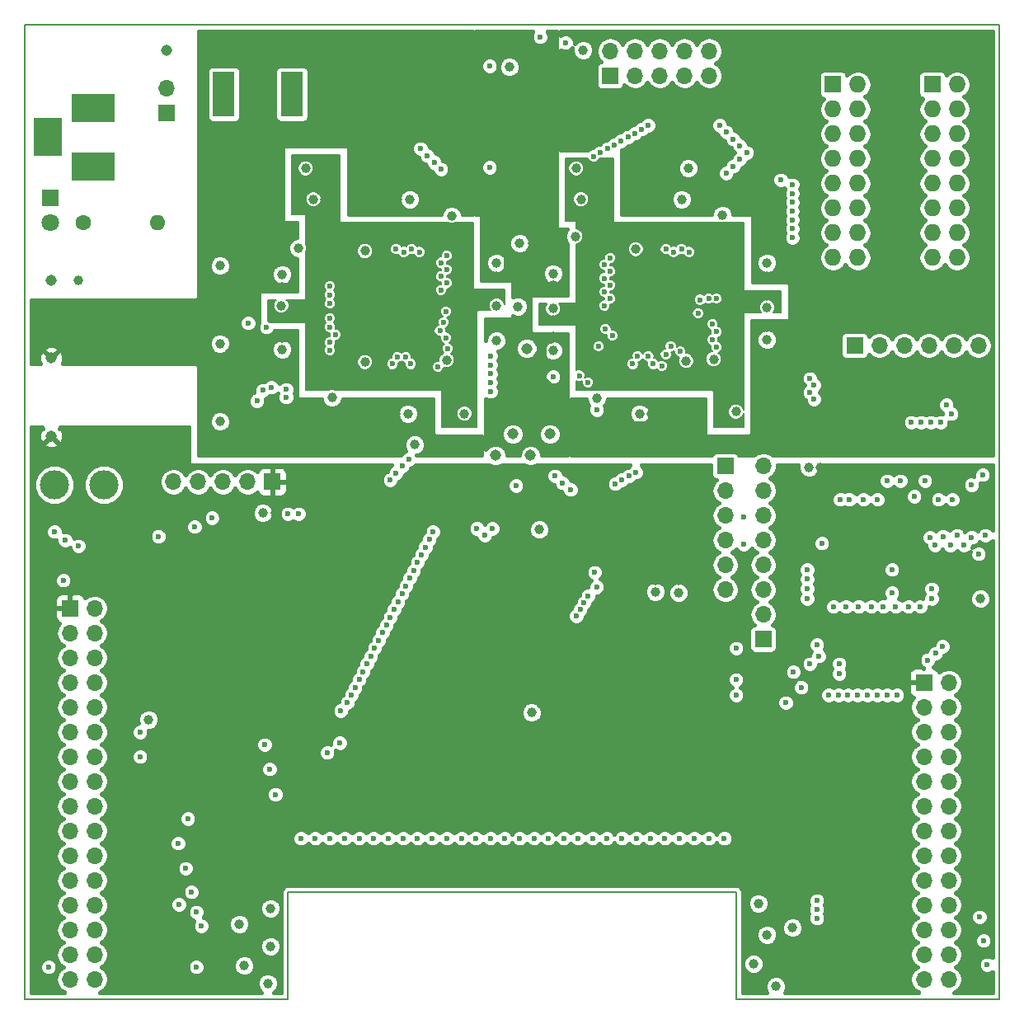
<source format=gbr>
G04 #@! TF.FileFunction,Copper,L2,Inr,Signal*
%FSLAX46Y46*%
G04 Gerber Fmt 4.6, Leading zero omitted, Abs format (unit mm)*
G04 Created by KiCad (PCBNEW 4.0.7-e1-6374~58~ubuntu17.04.1) date Tue Aug  1 22:36:46 2017*
%MOMM*%
%LPD*%
G01*
G04 APERTURE LIST*
%ADD10C,0.100000*%
%ADD11C,0.150000*%
%ADD12C,3.000000*%
%ADD13C,1.143000*%
%ADD14R,1.727200X1.727200*%
%ADD15O,1.727200X1.727200*%
%ADD16R,1.800000X1.800000*%
%ADD17C,1.800000*%
%ADD18R,3.000000X4.000000*%
%ADD19R,4.500000X3.000000*%
%ADD20R,1.700000X1.700000*%
%ADD21O,1.700000X1.700000*%
%ADD22C,1.600000*%
%ADD23O,1.600000X1.600000*%
%ADD24R,2.300000X4.600000*%
%ADD25C,1.000000*%
%ADD26C,0.600000*%
%ADD27C,0.800000*%
%ADD28C,0.400000*%
%ADD29C,0.203200*%
G04 APERTURE END LIST*
D10*
D11*
X77000000Y-139000000D02*
X77000000Y-150000000D01*
X123000000Y-139000000D02*
X77000000Y-139000000D01*
X123000000Y-150000000D02*
X123000000Y-139000000D01*
X123000000Y-150000000D02*
X150000000Y-150000000D01*
X50000000Y-150000000D02*
X77000000Y-150000000D01*
X150000000Y-50000000D02*
X150000000Y-150000000D01*
X50000000Y-50000000D02*
X50000000Y-150000000D01*
X50000000Y-50000000D02*
X150000000Y-50000000D01*
D12*
X58100000Y-97200000D03*
X53020000Y-97200000D03*
D13*
X101900000Y-94200000D03*
X52700000Y-92200000D03*
D14*
X132960000Y-56100000D03*
D15*
X135500000Y-56100000D03*
X132960000Y-58640000D03*
X135500000Y-58640000D03*
X132960000Y-61180000D03*
X135500000Y-61180000D03*
X132960000Y-63720000D03*
X135500000Y-63720000D03*
X132960000Y-66260000D03*
X135500000Y-66260000D03*
X132960000Y-68800000D03*
X135500000Y-68800000D03*
X132960000Y-71340000D03*
X135500000Y-71340000D03*
X132960000Y-73880000D03*
X135500000Y-73880000D03*
D16*
X52600000Y-67760000D03*
D17*
X52600000Y-70300000D03*
D18*
X52300000Y-61500000D03*
D19*
X57000000Y-58500000D03*
X57000000Y-64500000D03*
D14*
X143160000Y-56100000D03*
D15*
X145700000Y-56100000D03*
X143160000Y-58640000D03*
X145700000Y-58640000D03*
X143160000Y-61180000D03*
X145700000Y-61180000D03*
X143160000Y-63720000D03*
X145700000Y-63720000D03*
X143160000Y-66260000D03*
X145700000Y-66260000D03*
X143160000Y-68800000D03*
X145700000Y-68800000D03*
X143160000Y-71340000D03*
X145700000Y-71340000D03*
X143160000Y-73880000D03*
X145700000Y-73880000D03*
D20*
X142300000Y-117500000D03*
D21*
X144840000Y-117500000D03*
X142300000Y-120040000D03*
X144840000Y-120040000D03*
X142300000Y-122580000D03*
X144840000Y-122580000D03*
X142300000Y-125120000D03*
X144840000Y-125120000D03*
X142300000Y-127660000D03*
X144840000Y-127660000D03*
X142300000Y-130200000D03*
X144840000Y-130200000D03*
X142300000Y-132740000D03*
X144840000Y-132740000D03*
X142300000Y-135280000D03*
X144840000Y-135280000D03*
X142300000Y-137820000D03*
X144840000Y-137820000D03*
X142300000Y-140360000D03*
X144840000Y-140360000D03*
X142300000Y-142900000D03*
X144840000Y-142900000D03*
X142300000Y-145440000D03*
X144840000Y-145440000D03*
X142300000Y-147980000D03*
X144840000Y-147980000D03*
D20*
X125800000Y-113060000D03*
D21*
X125800000Y-110520000D03*
X125800000Y-107980000D03*
X125800000Y-105440000D03*
X125800000Y-102900000D03*
X125800000Y-100360000D03*
X125800000Y-97820000D03*
X125800000Y-95280000D03*
D20*
X135180000Y-82900000D03*
D21*
X137720000Y-82900000D03*
X140260000Y-82900000D03*
X142800000Y-82900000D03*
X145340000Y-82900000D03*
X147880000Y-82900000D03*
D20*
X54600000Y-109880000D03*
D21*
X57140000Y-109880000D03*
X54600000Y-112420000D03*
X57140000Y-112420000D03*
X54600000Y-114960000D03*
X57140000Y-114960000D03*
X54600000Y-117500000D03*
X57140000Y-117500000D03*
X54600000Y-120040000D03*
X57140000Y-120040000D03*
X54600000Y-122580000D03*
X57140000Y-122580000D03*
X54600000Y-125120000D03*
X57140000Y-125120000D03*
X54600000Y-127660000D03*
X57140000Y-127660000D03*
X54600000Y-130200000D03*
X57140000Y-130200000D03*
X54600000Y-132740000D03*
X57140000Y-132740000D03*
X54600000Y-135280000D03*
X57140000Y-135280000D03*
X54600000Y-137820000D03*
X57140000Y-137820000D03*
X54600000Y-140360000D03*
X57140000Y-140360000D03*
X54600000Y-142900000D03*
X57140000Y-142900000D03*
X54600000Y-145440000D03*
X57140000Y-145440000D03*
X54600000Y-147980000D03*
X57140000Y-147980000D03*
D20*
X121900000Y-95280000D03*
D21*
X121900000Y-97820000D03*
X121900000Y-100360000D03*
X121900000Y-102900000D03*
X121900000Y-105440000D03*
X121900000Y-107980000D03*
D20*
X75380000Y-96900000D03*
D21*
X72840000Y-96900000D03*
X70300000Y-96900000D03*
X67760000Y-96900000D03*
X65220000Y-96900000D03*
D20*
X64500000Y-59000000D03*
D21*
X64500000Y-56460000D03*
D22*
X56000000Y-70300000D03*
D23*
X63620000Y-70300000D03*
D13*
X64500000Y-52600000D03*
X52700000Y-76200000D03*
X52700000Y-84200000D03*
X103900000Y-92000000D03*
X100100000Y-92000000D03*
X98300000Y-94200000D03*
X101500000Y-83200000D03*
D20*
X110080000Y-55200000D03*
D21*
X110080000Y-52660000D03*
X112620000Y-55200000D03*
X112620000Y-52660000D03*
X115160000Y-55200000D03*
X115160000Y-52660000D03*
X117700000Y-55200000D03*
X117700000Y-52660000D03*
X120240000Y-55200000D03*
X120240000Y-52660000D03*
D24*
X70400000Y-57100000D03*
X77400000Y-57100000D03*
D25*
X73600000Y-71300000D03*
X101700000Y-67000000D03*
X88200000Y-67900000D03*
X123500000Y-51200000D03*
X87400000Y-93100000D03*
X102100029Y-72400000D03*
X104200000Y-76700000D03*
X114300017Y-89900000D03*
X126200000Y-75800000D03*
X126200000Y-81000000D03*
X115400000Y-64700000D03*
X88100000Y-89900000D03*
X116000000Y-67900000D03*
X76400000Y-76900000D03*
X76400000Y-82100000D03*
X104200000Y-82000000D03*
X98400000Y-75800000D03*
X98400000Y-80900000D03*
X55500000Y-84200000D03*
X107100000Y-67900000D03*
X106500000Y-71700000D03*
X130500000Y-95400000D03*
X148100000Y-108900000D03*
X120699992Y-84300000D03*
X117900000Y-84500000D03*
X117100000Y-108300000D03*
X114700000Y-108200000D03*
X72000000Y-142300000D03*
X74400000Y-100100000D03*
X62700000Y-121300000D03*
X74900000Y-148400000D03*
X75200000Y-140700000D03*
X75200000Y-144600000D03*
X125300000Y-140200000D03*
X126200000Y-143400000D03*
X128800000Y-142700000D03*
X124800000Y-146400000D03*
X127100000Y-148700000D03*
X72500000Y-146600000D03*
X123000000Y-89700000D03*
X108700000Y-88300000D03*
X81500000Y-88200000D03*
X102800000Y-101800000D03*
X102000000Y-120600000D03*
X106600000Y-64700000D03*
X126200000Y-79000003D03*
X90000000Y-93100000D03*
X100600000Y-78900000D03*
X98400000Y-78800000D03*
X104200000Y-79100000D03*
X100800004Y-72400000D03*
X104200000Y-75500000D03*
X84900000Y-84600000D03*
X78800000Y-64700000D03*
X79600000Y-67900000D03*
X76300000Y-78800000D03*
X107300000Y-52550000D03*
X121600000Y-69500000D03*
X84900000Y-73200000D03*
X93800000Y-69599994D03*
X113100014Y-89900000D03*
X126200000Y-74399984D03*
X126200000Y-82300000D03*
X118100000Y-64700000D03*
X89300003Y-89900000D03*
X117400003Y-67900000D03*
X93300000Y-84400000D03*
X78100000Y-72900000D03*
X76400000Y-75600000D03*
X76400000Y-83300000D03*
X104200000Y-83400000D03*
X98400000Y-74400000D03*
X98400000Y-82400000D03*
X89500000Y-67900000D03*
X112700000Y-73000000D03*
X70000000Y-74700000D03*
X70000000Y-82700000D03*
X70000000Y-90700000D03*
X95100000Y-89900000D03*
X109000000Y-67900000D03*
X121800000Y-89700000D03*
X108800000Y-64700000D03*
X99724002Y-54300000D03*
X126200000Y-77800000D03*
X93800000Y-89900000D03*
X98400000Y-77599997D03*
X104200000Y-80300000D03*
X80800003Y-67900000D03*
X81600000Y-64700000D03*
X76300000Y-80000003D03*
X55500000Y-76200000D03*
X132600000Y-148800000D03*
X133900000Y-103200000D03*
X131700003Y-95400000D03*
X123200000Y-133400000D03*
X117100000Y-107000000D03*
X114700000Y-107000000D03*
X105600000Y-95800000D03*
X67400000Y-148900000D03*
X75700000Y-100100000D03*
X55500000Y-92200000D03*
D26*
X143100000Y-108900000D03*
X139000000Y-108300000D03*
X139000000Y-105900000D03*
X131300000Y-140800000D03*
X123000000Y-117200000D03*
X143500000Y-114500000D03*
X133600000Y-115600000D03*
X131800000Y-103200000D03*
X131300000Y-139900000D03*
X144200000Y-113800000D03*
X131300000Y-113600000D03*
X123000000Y-114000000D03*
X143100000Y-107900000D03*
X131000000Y-87000000D03*
X131300000Y-141700000D03*
X123000000Y-118800000D03*
X142700004Y-115200000D03*
X133600000Y-116600000D03*
X121000000Y-81499994D03*
X77000000Y-100200000D03*
X54100000Y-102900000D03*
X118700000Y-133500000D03*
X97200000Y-102400000D03*
X53000000Y-102000008D03*
X78100000Y-100200000D03*
X117200000Y-133500000D03*
X96400000Y-101700000D03*
X55500000Y-103500006D03*
X69200000Y-100600000D03*
X120200000Y-133500000D03*
X98000000Y-101700000D03*
X97700010Y-64600000D03*
X97700000Y-54200000D03*
X102900000Y-51200000D03*
X105500000Y-51800000D03*
X102300000Y-133500000D03*
X88300000Y-109200000D03*
X67400000Y-101500000D03*
X121800000Y-133500000D03*
X100400000Y-97300000D03*
X92599992Y-81400000D03*
X97800000Y-85800000D03*
X115700000Y-133500000D03*
X91900000Y-102000000D03*
X114200000Y-133500000D03*
X91500000Y-102800000D03*
X112800000Y-133500000D03*
X91100000Y-103600000D03*
X111300000Y-133500000D03*
X90700000Y-104400000D03*
X89400000Y-94600000D03*
X109700000Y-133500000D03*
X90300000Y-105200000D03*
X89600000Y-84800000D03*
X61800000Y-122600000D03*
X88700000Y-95300000D03*
X108300000Y-133500000D03*
X89900000Y-106000000D03*
X89100000Y-84100000D03*
X61800000Y-125120000D03*
X88100000Y-96000000D03*
X106800000Y-133500000D03*
X89500000Y-106800000D03*
X88200010Y-84100000D03*
X87500000Y-96700000D03*
X105300000Y-133500000D03*
X89100000Y-107600000D03*
X87700000Y-84800000D03*
X103700000Y-133500000D03*
X88700000Y-108400000D03*
X100800000Y-133500000D03*
X87900000Y-110000000D03*
X99200000Y-133500000D03*
X87500000Y-110800000D03*
X65800000Y-140300000D03*
X97800000Y-133500000D03*
X87100000Y-111600000D03*
X96300000Y-133500000D03*
X86700000Y-112400000D03*
X52400002Y-146700000D03*
X53900000Y-107000000D03*
X63700000Y-102500000D03*
X94800000Y-133500000D03*
X86300000Y-113200000D03*
X85900000Y-114000000D03*
X93300000Y-133500000D03*
X74600000Y-123900000D03*
X91800000Y-133500000D03*
X85500000Y-114800000D03*
X75100000Y-126400000D03*
X90300000Y-133500000D03*
X85100000Y-115600000D03*
X75700000Y-129000000D03*
X88800000Y-133500000D03*
X84700000Y-116400000D03*
X66700000Y-131500000D03*
X87300000Y-133500000D03*
X84300000Y-117200000D03*
X76800000Y-87400000D03*
X81300000Y-83400000D03*
X65700000Y-134000000D03*
X85800000Y-133500000D03*
X83900000Y-118000000D03*
X76800000Y-88200000D03*
X81300000Y-82600000D03*
X66500000Y-136600000D03*
X84300000Y-133500000D03*
X83500000Y-118800000D03*
X75300000Y-87200000D03*
X81900000Y-81800000D03*
X67100000Y-139000000D03*
X82800000Y-133500000D03*
X83100000Y-119600000D03*
X74400000Y-87500000D03*
X81300000Y-81000000D03*
X67600000Y-141100000D03*
X82400000Y-120400000D03*
X81300000Y-133500000D03*
X73794999Y-88594999D03*
X81300000Y-80100000D03*
X68100000Y-142500002D03*
X82300000Y-123700000D03*
X79800000Y-133500000D03*
X93200012Y-79400000D03*
X97800000Y-84000000D03*
X67599994Y-146700000D03*
X81000000Y-124700000D03*
X78300000Y-133500000D03*
X143000000Y-90804999D03*
X115800002Y-83800000D03*
X144000000Y-90804999D03*
X115400000Y-85000000D03*
X148328795Y-96177781D03*
X148600000Y-102400000D03*
X148800000Y-146500000D03*
X121000000Y-78100000D03*
X147200000Y-97200000D03*
X147200000Y-102600010D03*
X148400000Y-144000000D03*
X119300000Y-78200000D03*
X148000000Y-141600000D03*
X145700000Y-102400000D03*
X144300000Y-102500000D03*
X142900000Y-102600000D03*
X147900000Y-104300000D03*
X120199998Y-78100000D03*
X146395000Y-103400000D03*
X119100000Y-79600000D03*
X145200000Y-98700000D03*
X145000000Y-103400000D03*
X143400000Y-103400000D03*
X143800000Y-98700000D03*
X139500000Y-118800000D03*
X142400000Y-96800000D03*
X141900000Y-109700000D03*
X130600000Y-86300000D03*
X120600000Y-80700000D03*
X138500000Y-118800000D03*
X141300000Y-98400000D03*
X140700000Y-109700000D03*
X130600000Y-87700000D03*
X137500000Y-118800000D03*
X120600000Y-82300000D03*
X139900010Y-96800000D03*
X139400000Y-109700000D03*
X136500000Y-118800000D03*
X138500000Y-96800000D03*
X138100000Y-109700000D03*
X135500000Y-118800000D03*
X136900000Y-109700000D03*
X137500000Y-98700000D03*
X134500000Y-118800000D03*
X136100000Y-98700000D03*
X135600000Y-109700000D03*
X133500000Y-118800000D03*
X109600000Y-81200000D03*
X144600000Y-89000000D03*
X106900000Y-86000000D03*
X110300000Y-81900000D03*
X145100000Y-89900000D03*
X107800000Y-86700000D03*
X123800000Y-100500000D03*
X108500000Y-106200000D03*
X114500000Y-84800000D03*
X123800000Y-103300000D03*
X108700000Y-107700000D03*
X113999978Y-84000000D03*
X112900004Y-84000000D03*
X112400000Y-84800000D03*
X107800000Y-108600000D03*
X112700000Y-95900000D03*
X107400000Y-109300000D03*
X112000000Y-96300000D03*
X107000000Y-110000000D03*
X111300000Y-96700000D03*
X106600000Y-110700000D03*
X110600000Y-97100000D03*
X133000000Y-109700000D03*
X133700000Y-98700000D03*
X131500000Y-114800000D03*
X130305000Y-108900000D03*
X131000000Y-88400000D03*
X121000000Y-83100000D03*
X130600000Y-115600000D03*
X130300000Y-106900000D03*
X128900000Y-116400000D03*
X130300000Y-107900000D03*
X129700000Y-118000000D03*
X130300000Y-105900000D03*
X128100000Y-119600000D03*
X134600000Y-98700000D03*
X134300000Y-109700000D03*
X132500000Y-118800000D03*
X142000000Y-90804999D03*
X116300000Y-83000000D03*
X141000000Y-90804999D03*
X117272200Y-83527800D03*
X104200000Y-86100000D03*
X108895000Y-83000000D03*
X74800000Y-81000000D03*
X106000000Y-97700000D03*
X81300000Y-78600000D03*
X72900000Y-80600000D03*
X105200000Y-97000000D03*
X81300000Y-77700000D03*
X81300000Y-76800000D03*
X104400000Y-96300000D03*
X93000000Y-80500000D03*
X97800000Y-84900000D03*
X93200000Y-82100000D03*
X97800000Y-86700000D03*
X97800000Y-87600000D03*
X93400000Y-83200006D03*
X121300000Y-60300000D03*
X115800000Y-73000000D03*
X128800000Y-70000000D03*
X109500000Y-77400000D03*
X92700000Y-75800000D03*
X122000000Y-61000000D03*
X116600000Y-73300000D03*
X128800000Y-69100000D03*
X110100000Y-76700000D03*
X93300000Y-75100000D03*
X122700000Y-61700000D03*
X117400000Y-72999984D03*
X128800000Y-68200000D03*
X109500000Y-76000000D03*
X92699982Y-74400000D03*
X123400000Y-62400000D03*
X118200000Y-73300000D03*
X128800000Y-67300000D03*
X110099992Y-75300000D03*
X93300000Y-73700014D03*
X124100000Y-63100000D03*
X109500000Y-74600006D03*
X128800000Y-66400000D03*
X123400000Y-63800000D03*
X128800000Y-70900000D03*
X110100000Y-78100000D03*
X93300000Y-76499996D03*
X122700000Y-64500000D03*
X128800000Y-71800000D03*
X109500000Y-78800006D03*
X92700000Y-77200012D03*
X122000000Y-65200000D03*
X109100000Y-63100000D03*
X109800000Y-62700000D03*
X110500000Y-62300000D03*
X111200000Y-61900000D03*
X111900000Y-61500000D03*
X92700000Y-64800000D03*
X90500000Y-73300000D03*
X112600000Y-61100000D03*
X92000000Y-64100000D03*
X89700000Y-73000000D03*
X113300000Y-60700000D03*
X91299992Y-63400000D03*
X88900000Y-73300000D03*
X114000000Y-60300000D03*
X90600000Y-62700000D03*
X88100000Y-73000000D03*
X108400000Y-63500000D03*
X108700000Y-89500000D03*
X92400000Y-85100000D03*
X110100000Y-73900000D03*
X127600000Y-65900000D03*
D27*
X104200000Y-82000000D02*
X104200000Y-82100000D01*
X104200000Y-82100000D02*
X104000001Y-82299999D01*
X104000001Y-82299999D02*
X103671999Y-82299999D01*
X103671999Y-82299999D02*
X103099999Y-82871999D01*
X103099999Y-82871999D02*
X103099999Y-86332001D01*
X114300017Y-90607106D02*
X114300017Y-89900000D01*
X103099999Y-86332001D02*
X107767999Y-91000001D01*
X107767999Y-91000001D02*
X113907122Y-91000001D01*
X113907122Y-91000001D02*
X114300017Y-90607106D01*
X94700000Y-66000000D02*
X89392894Y-66000000D01*
X89392894Y-66000000D02*
X88200000Y-67192894D01*
X88200000Y-67192894D02*
X88200000Y-67900000D01*
X99500001Y-70800001D02*
X94700000Y-66000000D01*
X98400000Y-75800000D02*
X99107106Y-75800000D01*
X99107106Y-75800000D02*
X99500001Y-75407105D01*
X99500001Y-75407105D02*
X99500001Y-70800001D01*
D28*
G36*
X51742117Y-91318487D02*
X51865418Y-91441788D01*
X51613747Y-91477539D01*
X51419959Y-91948224D01*
X51421046Y-92457240D01*
X51613747Y-92922461D01*
X51865421Y-92958212D01*
X52623632Y-92200000D01*
X52609490Y-92185858D01*
X52685858Y-92109490D01*
X52700000Y-92123632D01*
X52714142Y-92109490D01*
X52790510Y-92185858D01*
X52776368Y-92200000D01*
X53534579Y-92958212D01*
X53786253Y-92922461D01*
X53980041Y-92451776D01*
X53978954Y-91942760D01*
X53786253Y-91477539D01*
X53534582Y-91441788D01*
X53657883Y-91318487D01*
X53639396Y-91300000D01*
X66800000Y-91300000D01*
X66800000Y-95000000D01*
X66815757Y-95077811D01*
X66860546Y-95143362D01*
X66927309Y-95186322D01*
X67000000Y-95200000D01*
X87679368Y-95200000D01*
X87590857Y-95236572D01*
X87337462Y-95489525D01*
X87200157Y-95820194D01*
X87200131Y-95850102D01*
X86990857Y-95936572D01*
X86737462Y-96189525D01*
X86600157Y-96520194D01*
X86599844Y-96878236D01*
X86736572Y-97209143D01*
X86989525Y-97462538D01*
X87320194Y-97599843D01*
X87678236Y-97600156D01*
X87973304Y-97478236D01*
X99499844Y-97478236D01*
X99636572Y-97809143D01*
X99889525Y-98062538D01*
X100220194Y-98199843D01*
X100578236Y-98200156D01*
X100909143Y-98063428D01*
X101162538Y-97810475D01*
X101299843Y-97479806D01*
X101300156Y-97121764D01*
X101163428Y-96790857D01*
X100910475Y-96537462D01*
X100767843Y-96478236D01*
X103499844Y-96478236D01*
X103636572Y-96809143D01*
X103889525Y-97062538D01*
X104220194Y-97199843D01*
X104308804Y-97199920D01*
X104436572Y-97509143D01*
X104689525Y-97762538D01*
X105020194Y-97899843D01*
X105108804Y-97899920D01*
X105236572Y-98209143D01*
X105489525Y-98462538D01*
X105820194Y-98599843D01*
X106178236Y-98600156D01*
X106509143Y-98463428D01*
X106762538Y-98210475D01*
X106899843Y-97879806D01*
X106900156Y-97521764D01*
X106763428Y-97190857D01*
X106510475Y-96937462D01*
X106179806Y-96800157D01*
X106091196Y-96800080D01*
X105963428Y-96490857D01*
X105710475Y-96237462D01*
X105379806Y-96100157D01*
X105291196Y-96100080D01*
X105163428Y-95790857D01*
X104910475Y-95537462D01*
X104579806Y-95400157D01*
X104221764Y-95399844D01*
X103890857Y-95536572D01*
X103637462Y-95789525D01*
X103500157Y-96120194D01*
X103499844Y-96478236D01*
X100767843Y-96478236D01*
X100579806Y-96400157D01*
X100221764Y-96399844D01*
X99890857Y-96536572D01*
X99637462Y-96789525D01*
X99500157Y-97120194D01*
X99499844Y-97478236D01*
X87973304Y-97478236D01*
X88009143Y-97463428D01*
X88262538Y-97210475D01*
X88399843Y-96879806D01*
X88399869Y-96849898D01*
X88609143Y-96763428D01*
X88862538Y-96510475D01*
X88999843Y-96179806D01*
X88999869Y-96149898D01*
X89209143Y-96063428D01*
X89462538Y-95810475D01*
X89594118Y-95493594D01*
X89909143Y-95363428D01*
X90072857Y-95200000D01*
X97653425Y-95200000D01*
X98065952Y-95371296D01*
X98532003Y-95371703D01*
X98947555Y-95200000D01*
X101253425Y-95200000D01*
X101665952Y-95371296D01*
X102132003Y-95371703D01*
X102547555Y-95200000D01*
X112127318Y-95200000D01*
X111937462Y-95389525D01*
X111933137Y-95399941D01*
X111821764Y-95399844D01*
X111490857Y-95536572D01*
X111237462Y-95789525D01*
X111233137Y-95799941D01*
X111121764Y-95799844D01*
X110790857Y-95936572D01*
X110537462Y-96189525D01*
X110533137Y-96199941D01*
X110421764Y-96199844D01*
X110090857Y-96336572D01*
X109837462Y-96589525D01*
X109700157Y-96920194D01*
X109699844Y-97278236D01*
X109836572Y-97609143D01*
X110089525Y-97862538D01*
X110420194Y-97999843D01*
X110778236Y-98000156D01*
X111109143Y-97863428D01*
X111362538Y-97610475D01*
X111366863Y-97600059D01*
X111478236Y-97600156D01*
X111809143Y-97463428D01*
X112062538Y-97210475D01*
X112066863Y-97200059D01*
X112178236Y-97200156D01*
X112509143Y-97063428D01*
X112762538Y-96810475D01*
X112766863Y-96800059D01*
X112878236Y-96800156D01*
X113209143Y-96663428D01*
X113462538Y-96410475D01*
X113599843Y-96079806D01*
X113600156Y-95721764D01*
X113463428Y-95390857D01*
X113272904Y-95200000D01*
X120438246Y-95200000D01*
X120438246Y-96130000D01*
X120480083Y-96352346D01*
X120611490Y-96556558D01*
X120811993Y-96693556D01*
X120954472Y-96722409D01*
X120846288Y-96794695D01*
X120531968Y-97265109D01*
X120421593Y-97820000D01*
X120531968Y-98374891D01*
X120846288Y-98845305D01*
X121212501Y-99090000D01*
X120846288Y-99334695D01*
X120531968Y-99805109D01*
X120421593Y-100360000D01*
X120531968Y-100914891D01*
X120846288Y-101385305D01*
X121212501Y-101630000D01*
X120846288Y-101874695D01*
X120531968Y-102345109D01*
X120421593Y-102900000D01*
X120531968Y-103454891D01*
X120846288Y-103925305D01*
X121212501Y-104170000D01*
X120846288Y-104414695D01*
X120531968Y-104885109D01*
X120421593Y-105440000D01*
X120531968Y-105994891D01*
X120846288Y-106465305D01*
X121212501Y-106710000D01*
X120846288Y-106954695D01*
X120531968Y-107425109D01*
X120421593Y-107980000D01*
X120531968Y-108534891D01*
X120846288Y-109005305D01*
X121316702Y-109319625D01*
X121871593Y-109430000D01*
X121928407Y-109430000D01*
X122483298Y-109319625D01*
X122953712Y-109005305D01*
X123268032Y-108534891D01*
X123378407Y-107980000D01*
X123268032Y-107425109D01*
X122953712Y-106954695D01*
X122587499Y-106710000D01*
X122953712Y-106465305D01*
X123268032Y-105994891D01*
X123378407Y-105440000D01*
X123268032Y-104885109D01*
X122953712Y-104414695D01*
X122587499Y-104170000D01*
X122953712Y-103925305D01*
X123034569Y-103804294D01*
X123036572Y-103809143D01*
X123289525Y-104062538D01*
X123620194Y-104199843D01*
X123978236Y-104200156D01*
X124309143Y-104063428D01*
X124562538Y-103810475D01*
X124603556Y-103711691D01*
X124746288Y-103925305D01*
X125112501Y-104170000D01*
X124746288Y-104414695D01*
X124431968Y-104885109D01*
X124321593Y-105440000D01*
X124431968Y-105994891D01*
X124746288Y-106465305D01*
X125112501Y-106710000D01*
X124746288Y-106954695D01*
X124431968Y-107425109D01*
X124321593Y-107980000D01*
X124431968Y-108534891D01*
X124746288Y-109005305D01*
X125112501Y-109250000D01*
X124746288Y-109494695D01*
X124431968Y-109965109D01*
X124321593Y-110520000D01*
X124431968Y-111074891D01*
X124746288Y-111545305D01*
X124852872Y-111616522D01*
X124727654Y-111640083D01*
X124523442Y-111771490D01*
X124386444Y-111971993D01*
X124338246Y-112210000D01*
X124338246Y-113910000D01*
X124380083Y-114132346D01*
X124511490Y-114336558D01*
X124711993Y-114473556D01*
X124950000Y-114521754D01*
X126650000Y-114521754D01*
X126872346Y-114479917D01*
X127076558Y-114348510D01*
X127213556Y-114148007D01*
X127261754Y-113910000D01*
X127261754Y-112210000D01*
X127219917Y-111987654D01*
X127088510Y-111783442D01*
X126888007Y-111646444D01*
X126745528Y-111617591D01*
X126853712Y-111545305D01*
X127168032Y-111074891D01*
X127278407Y-110520000D01*
X127168032Y-109965109D01*
X127109986Y-109878236D01*
X132099844Y-109878236D01*
X132236572Y-110209143D01*
X132489525Y-110462538D01*
X132820194Y-110599843D01*
X133178236Y-110600156D01*
X133509143Y-110463428D01*
X133650024Y-110322793D01*
X133789525Y-110462538D01*
X134120194Y-110599843D01*
X134478236Y-110600156D01*
X134809143Y-110463428D01*
X134950024Y-110322793D01*
X135089525Y-110462538D01*
X135420194Y-110599843D01*
X135778236Y-110600156D01*
X136109143Y-110463428D01*
X136250024Y-110322793D01*
X136389525Y-110462538D01*
X136720194Y-110599843D01*
X137078236Y-110600156D01*
X137409143Y-110463428D01*
X137499936Y-110372793D01*
X137589525Y-110462538D01*
X137920194Y-110599843D01*
X138278236Y-110600156D01*
X138609143Y-110463428D01*
X138750024Y-110322793D01*
X138889525Y-110462538D01*
X139220194Y-110599843D01*
X139578236Y-110600156D01*
X139909143Y-110463428D01*
X140050024Y-110322793D01*
X140189525Y-110462538D01*
X140520194Y-110599843D01*
X140878236Y-110600156D01*
X141209143Y-110463428D01*
X141299936Y-110372793D01*
X141389525Y-110462538D01*
X141720194Y-110599843D01*
X142078236Y-110600156D01*
X142409143Y-110463428D01*
X142662538Y-110210475D01*
X142799843Y-109879806D01*
X142799957Y-109749916D01*
X142920194Y-109799843D01*
X143278236Y-109800156D01*
X143609143Y-109663428D01*
X143862538Y-109410475D01*
X143984048Y-109117844D01*
X146999810Y-109117844D01*
X147166922Y-109522286D01*
X147476087Y-109831991D01*
X147880237Y-109999808D01*
X148317844Y-110000190D01*
X148722286Y-109833078D01*
X149031991Y-109523913D01*
X149199808Y-109119763D01*
X149200190Y-108682156D01*
X149033078Y-108277714D01*
X148723913Y-107968009D01*
X148319763Y-107800192D01*
X147882156Y-107799810D01*
X147477714Y-107966922D01*
X147168009Y-108276087D01*
X147000192Y-108680237D01*
X146999810Y-109117844D01*
X143984048Y-109117844D01*
X143999843Y-109079806D01*
X144000156Y-108721764D01*
X143867047Y-108399616D01*
X143999843Y-108079806D01*
X144000156Y-107721764D01*
X143863428Y-107390857D01*
X143610475Y-107137462D01*
X143279806Y-107000157D01*
X142921764Y-106999844D01*
X142590857Y-107136572D01*
X142337462Y-107389525D01*
X142200157Y-107720194D01*
X142199844Y-108078236D01*
X142332953Y-108400384D01*
X142200157Y-108720194D01*
X142200043Y-108850084D01*
X142079806Y-108800157D01*
X141721764Y-108799844D01*
X141390857Y-108936572D01*
X141300064Y-109027207D01*
X141210475Y-108937462D01*
X140879806Y-108800157D01*
X140521764Y-108799844D01*
X140190857Y-108936572D01*
X140049976Y-109077207D01*
X139910475Y-108937462D01*
X139716157Y-108856775D01*
X139762538Y-108810475D01*
X139899843Y-108479806D01*
X139900156Y-108121764D01*
X139763428Y-107790857D01*
X139510475Y-107537462D01*
X139179806Y-107400157D01*
X138821764Y-107399844D01*
X138490857Y-107536572D01*
X138237462Y-107789525D01*
X138100157Y-108120194D01*
X138099844Y-108478236D01*
X138232842Y-108800116D01*
X137921764Y-108799844D01*
X137590857Y-108936572D01*
X137500064Y-109027207D01*
X137410475Y-108937462D01*
X137079806Y-108800157D01*
X136721764Y-108799844D01*
X136390857Y-108936572D01*
X136249976Y-109077207D01*
X136110475Y-108937462D01*
X135779806Y-108800157D01*
X135421764Y-108799844D01*
X135090857Y-108936572D01*
X134949976Y-109077207D01*
X134810475Y-108937462D01*
X134479806Y-108800157D01*
X134121764Y-108799844D01*
X133790857Y-108936572D01*
X133649976Y-109077207D01*
X133510475Y-108937462D01*
X133179806Y-108800157D01*
X132821764Y-108799844D01*
X132490857Y-108936572D01*
X132237462Y-109189525D01*
X132100157Y-109520194D01*
X132099844Y-109878236D01*
X127109986Y-109878236D01*
X126853712Y-109494695D01*
X126487499Y-109250000D01*
X126853712Y-109005305D01*
X127168032Y-108534891D01*
X127278407Y-107980000D01*
X127168032Y-107425109D01*
X126853712Y-106954695D01*
X126487499Y-106710000D01*
X126853712Y-106465305D01*
X127112342Y-106078236D01*
X129399844Y-106078236D01*
X129532953Y-106400384D01*
X129400157Y-106720194D01*
X129399844Y-107078236D01*
X129532953Y-107400384D01*
X129400157Y-107720194D01*
X129399844Y-108078236D01*
X129535447Y-108406420D01*
X129405157Y-108720194D01*
X129404844Y-109078236D01*
X129541572Y-109409143D01*
X129794525Y-109662538D01*
X130125194Y-109799843D01*
X130483236Y-109800156D01*
X130814143Y-109663428D01*
X131067538Y-109410475D01*
X131204843Y-109079806D01*
X131205156Y-108721764D01*
X131069553Y-108393580D01*
X131199843Y-108079806D01*
X131200156Y-107721764D01*
X131067047Y-107399616D01*
X131199843Y-107079806D01*
X131200156Y-106721764D01*
X131067047Y-106399616D01*
X131199843Y-106079806D01*
X131199844Y-106078236D01*
X138099844Y-106078236D01*
X138236572Y-106409143D01*
X138489525Y-106662538D01*
X138820194Y-106799843D01*
X139178236Y-106800156D01*
X139509143Y-106663428D01*
X139762538Y-106410475D01*
X139899843Y-106079806D01*
X139900156Y-105721764D01*
X139763428Y-105390857D01*
X139510475Y-105137462D01*
X139179806Y-105000157D01*
X138821764Y-104999844D01*
X138490857Y-105136572D01*
X138237462Y-105389525D01*
X138100157Y-105720194D01*
X138099844Y-106078236D01*
X131199844Y-106078236D01*
X131200156Y-105721764D01*
X131063428Y-105390857D01*
X130810475Y-105137462D01*
X130479806Y-105000157D01*
X130121764Y-104999844D01*
X129790857Y-105136572D01*
X129537462Y-105389525D01*
X129400157Y-105720194D01*
X129399844Y-106078236D01*
X127112342Y-106078236D01*
X127168032Y-105994891D01*
X127278407Y-105440000D01*
X127168032Y-104885109D01*
X126853712Y-104414695D01*
X126487499Y-104170000D01*
X126853712Y-103925305D01*
X127168032Y-103454891D01*
X127183279Y-103378236D01*
X130899844Y-103378236D01*
X131036572Y-103709143D01*
X131289525Y-103962538D01*
X131620194Y-104099843D01*
X131978236Y-104100156D01*
X132309143Y-103963428D01*
X132562538Y-103710475D01*
X132699843Y-103379806D01*
X132700156Y-103021764D01*
X132563428Y-102690857D01*
X132310475Y-102437462D01*
X131979806Y-102300157D01*
X131621764Y-102299844D01*
X131290857Y-102436572D01*
X131037462Y-102689525D01*
X130900157Y-103020194D01*
X130899844Y-103378236D01*
X127183279Y-103378236D01*
X127278407Y-102900000D01*
X127168032Y-102345109D01*
X126853712Y-101874695D01*
X126487499Y-101630000D01*
X126853712Y-101385305D01*
X127168032Y-100914891D01*
X127278407Y-100360000D01*
X127168032Y-99805109D01*
X126853712Y-99334695D01*
X126487499Y-99090000D01*
X126804427Y-98878236D01*
X132799844Y-98878236D01*
X132936572Y-99209143D01*
X133189525Y-99462538D01*
X133520194Y-99599843D01*
X133878236Y-99600156D01*
X134150261Y-99487758D01*
X134420194Y-99599843D01*
X134778236Y-99600156D01*
X135109143Y-99463428D01*
X135350198Y-99222793D01*
X135589525Y-99462538D01*
X135920194Y-99599843D01*
X136278236Y-99600156D01*
X136609143Y-99463428D01*
X136800111Y-99272793D01*
X136989525Y-99462538D01*
X137320194Y-99599843D01*
X137678236Y-99600156D01*
X138009143Y-99463428D01*
X138262538Y-99210475D01*
X138399843Y-98879806D01*
X138400106Y-98578236D01*
X140399844Y-98578236D01*
X140536572Y-98909143D01*
X140789525Y-99162538D01*
X141120194Y-99299843D01*
X141478236Y-99300156D01*
X141809143Y-99163428D01*
X142062538Y-98910475D01*
X142075924Y-98878236D01*
X142899844Y-98878236D01*
X143036572Y-99209143D01*
X143289525Y-99462538D01*
X143620194Y-99599843D01*
X143978236Y-99600156D01*
X144309143Y-99463428D01*
X144500111Y-99272793D01*
X144689525Y-99462538D01*
X145020194Y-99599843D01*
X145378236Y-99600156D01*
X145709143Y-99463428D01*
X145962538Y-99210475D01*
X146099843Y-98879806D01*
X146100156Y-98521764D01*
X145963428Y-98190857D01*
X145710475Y-97937462D01*
X145379806Y-97800157D01*
X145021764Y-97799844D01*
X144690857Y-97936572D01*
X144499889Y-98127207D01*
X144310475Y-97937462D01*
X143979806Y-97800157D01*
X143621764Y-97799844D01*
X143290857Y-97936572D01*
X143037462Y-98189525D01*
X142900157Y-98520194D01*
X142899844Y-98878236D01*
X142075924Y-98878236D01*
X142199843Y-98579806D01*
X142200156Y-98221764D01*
X142063428Y-97890857D01*
X141810475Y-97637462D01*
X141479806Y-97500157D01*
X141121764Y-97499844D01*
X140790857Y-97636572D01*
X140537462Y-97889525D01*
X140400157Y-98220194D01*
X140399844Y-98578236D01*
X138400106Y-98578236D01*
X138400156Y-98521764D01*
X138263428Y-98190857D01*
X138010475Y-97937462D01*
X137679806Y-97800157D01*
X137321764Y-97799844D01*
X136990857Y-97936572D01*
X136799889Y-98127207D01*
X136610475Y-97937462D01*
X136279806Y-97800157D01*
X135921764Y-97799844D01*
X135590857Y-97936572D01*
X135349802Y-98177207D01*
X135110475Y-97937462D01*
X134779806Y-97800157D01*
X134421764Y-97799844D01*
X134149739Y-97912242D01*
X133879806Y-97800157D01*
X133521764Y-97799844D01*
X133190857Y-97936572D01*
X132937462Y-98189525D01*
X132800157Y-98520194D01*
X132799844Y-98878236D01*
X126804427Y-98878236D01*
X126853712Y-98845305D01*
X127168032Y-98374891D01*
X127278407Y-97820000D01*
X127168032Y-97265109D01*
X126976350Y-96978236D01*
X137599844Y-96978236D01*
X137736572Y-97309143D01*
X137989525Y-97562538D01*
X138320194Y-97699843D01*
X138678236Y-97700156D01*
X139009143Y-97563428D01*
X139200116Y-97372788D01*
X139389535Y-97562538D01*
X139720204Y-97699843D01*
X140078246Y-97700156D01*
X140409153Y-97563428D01*
X140662548Y-97310475D01*
X140799853Y-96979806D01*
X140799854Y-96978236D01*
X141499844Y-96978236D01*
X141636572Y-97309143D01*
X141889525Y-97562538D01*
X142220194Y-97699843D01*
X142578236Y-97700156D01*
X142909143Y-97563428D01*
X143094658Y-97378236D01*
X146299844Y-97378236D01*
X146436572Y-97709143D01*
X146689525Y-97962538D01*
X147020194Y-98099843D01*
X147378236Y-98100156D01*
X147709143Y-97963428D01*
X147962538Y-97710475D01*
X148099843Y-97379806D01*
X148100125Y-97057334D01*
X148148989Y-97077624D01*
X148507031Y-97077937D01*
X148837938Y-96941209D01*
X149091333Y-96688256D01*
X149228638Y-96357587D01*
X149228951Y-95999545D01*
X149092223Y-95668638D01*
X148839270Y-95415243D01*
X148508601Y-95277938D01*
X148150559Y-95277625D01*
X147819652Y-95414353D01*
X147566257Y-95667306D01*
X147428952Y-95997975D01*
X147428670Y-96320447D01*
X147379806Y-96300157D01*
X147021764Y-96299844D01*
X146690857Y-96436572D01*
X146437462Y-96689525D01*
X146300157Y-97020194D01*
X146299844Y-97378236D01*
X143094658Y-97378236D01*
X143162538Y-97310475D01*
X143299843Y-96979806D01*
X143300156Y-96621764D01*
X143163428Y-96290857D01*
X142910475Y-96037462D01*
X142579806Y-95900157D01*
X142221764Y-95899844D01*
X141890857Y-96036572D01*
X141637462Y-96289525D01*
X141500157Y-96620194D01*
X141499844Y-96978236D01*
X140799854Y-96978236D01*
X140800166Y-96621764D01*
X140663438Y-96290857D01*
X140410485Y-96037462D01*
X140079816Y-95900157D01*
X139721774Y-95899844D01*
X139390867Y-96036572D01*
X139199894Y-96227212D01*
X139010475Y-96037462D01*
X138679806Y-95900157D01*
X138321764Y-95899844D01*
X137990857Y-96036572D01*
X137737462Y-96289525D01*
X137600157Y-96620194D01*
X137599844Y-96978236D01*
X126976350Y-96978236D01*
X126853712Y-96794695D01*
X126487499Y-96550000D01*
X126853712Y-96305305D01*
X127168032Y-95834891D01*
X127278407Y-95280000D01*
X127262494Y-95200000D01*
X129400175Y-95200000D01*
X129399810Y-95617844D01*
X129566922Y-96022286D01*
X129876087Y-96331991D01*
X130280237Y-96499808D01*
X130717844Y-96500190D01*
X131122286Y-96333078D01*
X131431991Y-96023913D01*
X131599808Y-95619763D01*
X131600174Y-95200000D01*
X149325000Y-95200000D01*
X149325000Y-101852362D01*
X149110475Y-101637462D01*
X148779806Y-101500157D01*
X148421764Y-101499844D01*
X148090857Y-101636572D01*
X147837462Y-101889525D01*
X147815422Y-101942603D01*
X147710475Y-101837472D01*
X147379806Y-101700167D01*
X147021764Y-101699854D01*
X146690857Y-101836582D01*
X146513965Y-102013166D01*
X146463428Y-101890857D01*
X146210475Y-101637462D01*
X145879806Y-101500157D01*
X145521764Y-101499844D01*
X145190857Y-101636572D01*
X144949889Y-101877120D01*
X144810475Y-101737462D01*
X144479806Y-101600157D01*
X144121764Y-101599844D01*
X143790857Y-101736572D01*
X143549889Y-101977120D01*
X143410475Y-101837462D01*
X143079806Y-101700157D01*
X142721764Y-101699844D01*
X142390857Y-101836572D01*
X142137462Y-102089525D01*
X142000157Y-102420194D01*
X141999844Y-102778236D01*
X142136572Y-103109143D01*
X142389525Y-103362538D01*
X142499992Y-103408408D01*
X142499844Y-103578236D01*
X142636572Y-103909143D01*
X142889525Y-104162538D01*
X143220194Y-104299843D01*
X143578236Y-104300156D01*
X143909143Y-104163428D01*
X144162538Y-103910475D01*
X144199922Y-103820444D01*
X144236572Y-103909143D01*
X144489525Y-104162538D01*
X144820194Y-104299843D01*
X145178236Y-104300156D01*
X145509143Y-104163428D01*
X145697607Y-103975293D01*
X145884525Y-104162538D01*
X146215194Y-104299843D01*
X146573236Y-104300156D01*
X146904143Y-104163428D01*
X147037470Y-104030333D01*
X147000157Y-104120194D01*
X146999844Y-104478236D01*
X147136572Y-104809143D01*
X147389525Y-105062538D01*
X147720194Y-105199843D01*
X148078236Y-105200156D01*
X148409143Y-105063428D01*
X148662538Y-104810475D01*
X148799843Y-104479806D01*
X148800156Y-104121764D01*
X148663428Y-103790857D01*
X148410475Y-103537462D01*
X148079806Y-103400157D01*
X147721764Y-103399844D01*
X147390857Y-103536572D01*
X147257530Y-103669667D01*
X147294843Y-103579806D01*
X147294913Y-103500093D01*
X147378236Y-103500166D01*
X147709143Y-103363438D01*
X147962538Y-103110485D01*
X147984578Y-103057407D01*
X148089525Y-103162538D01*
X148420194Y-103299843D01*
X148778236Y-103300156D01*
X149109143Y-103163428D01*
X149325000Y-102947948D01*
X149325000Y-145752012D01*
X149310475Y-145737462D01*
X148979806Y-145600157D01*
X148621764Y-145599844D01*
X148290857Y-145736572D01*
X148037462Y-145989525D01*
X147900157Y-146320194D01*
X147899844Y-146678236D01*
X148036572Y-147009143D01*
X148289525Y-147262538D01*
X148620194Y-147399843D01*
X148978236Y-147400156D01*
X149309143Y-147263428D01*
X149325000Y-147247599D01*
X149325000Y-149325000D01*
X145396276Y-149325000D01*
X145423298Y-149319625D01*
X145893712Y-149005305D01*
X146208032Y-148534891D01*
X146318407Y-147980000D01*
X146208032Y-147425109D01*
X145893712Y-146954695D01*
X145527499Y-146710000D01*
X145893712Y-146465305D01*
X146208032Y-145994891D01*
X146318407Y-145440000D01*
X146208032Y-144885109D01*
X145893712Y-144414695D01*
X145539826Y-144178236D01*
X147499844Y-144178236D01*
X147636572Y-144509143D01*
X147889525Y-144762538D01*
X148220194Y-144899843D01*
X148578236Y-144900156D01*
X148909143Y-144763428D01*
X149162538Y-144510475D01*
X149299843Y-144179806D01*
X149300156Y-143821764D01*
X149163428Y-143490857D01*
X148910475Y-143237462D01*
X148579806Y-143100157D01*
X148221764Y-143099844D01*
X147890857Y-143236572D01*
X147637462Y-143489525D01*
X147500157Y-143820194D01*
X147499844Y-144178236D01*
X145539826Y-144178236D01*
X145527499Y-144170000D01*
X145893712Y-143925305D01*
X146208032Y-143454891D01*
X146318407Y-142900000D01*
X146208032Y-142345109D01*
X145893712Y-141874695D01*
X145749351Y-141778236D01*
X147099844Y-141778236D01*
X147236572Y-142109143D01*
X147489525Y-142362538D01*
X147820194Y-142499843D01*
X148178236Y-142500156D01*
X148509143Y-142363428D01*
X148762538Y-142110475D01*
X148899843Y-141779806D01*
X148900156Y-141421764D01*
X148763428Y-141090857D01*
X148510475Y-140837462D01*
X148179806Y-140700157D01*
X147821764Y-140699844D01*
X147490857Y-140836572D01*
X147237462Y-141089525D01*
X147100157Y-141420194D01*
X147099844Y-141778236D01*
X145749351Y-141778236D01*
X145527499Y-141630000D01*
X145893712Y-141385305D01*
X146208032Y-140914891D01*
X146318407Y-140360000D01*
X146208032Y-139805109D01*
X145893712Y-139334695D01*
X145527499Y-139090000D01*
X145893712Y-138845305D01*
X146208032Y-138374891D01*
X146318407Y-137820000D01*
X146208032Y-137265109D01*
X145893712Y-136794695D01*
X145527499Y-136550000D01*
X145893712Y-136305305D01*
X146208032Y-135834891D01*
X146318407Y-135280000D01*
X146208032Y-134725109D01*
X145893712Y-134254695D01*
X145527499Y-134010000D01*
X145893712Y-133765305D01*
X146208032Y-133294891D01*
X146318407Y-132740000D01*
X146208032Y-132185109D01*
X145893712Y-131714695D01*
X145527499Y-131470000D01*
X145893712Y-131225305D01*
X146208032Y-130754891D01*
X146318407Y-130200000D01*
X146208032Y-129645109D01*
X145893712Y-129174695D01*
X145527499Y-128930000D01*
X145893712Y-128685305D01*
X146208032Y-128214891D01*
X146318407Y-127660000D01*
X146208032Y-127105109D01*
X145893712Y-126634695D01*
X145527499Y-126390000D01*
X145893712Y-126145305D01*
X146208032Y-125674891D01*
X146318407Y-125120000D01*
X146208032Y-124565109D01*
X145893712Y-124094695D01*
X145527499Y-123850000D01*
X145893712Y-123605305D01*
X146208032Y-123134891D01*
X146318407Y-122580000D01*
X146208032Y-122025109D01*
X145893712Y-121554695D01*
X145527499Y-121310000D01*
X145893712Y-121065305D01*
X146208032Y-120594891D01*
X146318407Y-120040000D01*
X146208032Y-119485109D01*
X145893712Y-119014695D01*
X145527499Y-118770000D01*
X145893712Y-118525305D01*
X146208032Y-118054891D01*
X146318407Y-117500000D01*
X146208032Y-116945109D01*
X145893712Y-116474695D01*
X145423298Y-116160375D01*
X144868407Y-116050000D01*
X144811593Y-116050000D01*
X144256702Y-116160375D01*
X143831270Y-116444639D01*
X143750213Y-116248950D01*
X143551050Y-116049787D01*
X143290830Y-115942000D01*
X143230612Y-115942000D01*
X143462542Y-115710475D01*
X143591428Y-115400080D01*
X143678236Y-115400156D01*
X144009143Y-115263428D01*
X144262538Y-115010475D01*
X144394118Y-114693594D01*
X144709143Y-114563428D01*
X144962538Y-114310475D01*
X145099843Y-113979806D01*
X145100156Y-113621764D01*
X144963428Y-113290857D01*
X144710475Y-113037462D01*
X144379806Y-112900157D01*
X144021764Y-112899844D01*
X143690857Y-113036572D01*
X143437462Y-113289525D01*
X143305882Y-113606406D01*
X142990857Y-113736572D01*
X142737462Y-113989525D01*
X142608576Y-114299920D01*
X142521768Y-114299844D01*
X142190861Y-114436572D01*
X141937466Y-114689525D01*
X141800161Y-115020194D01*
X141799848Y-115378236D01*
X141936576Y-115709143D01*
X142189529Y-115962538D01*
X142245998Y-115985986D01*
X142245998Y-116118998D01*
X142069000Y-115942000D01*
X141309170Y-115942000D01*
X141048950Y-116049787D01*
X140849787Y-116248950D01*
X140742000Y-116509170D01*
X140742000Y-117269000D01*
X140919000Y-117446000D01*
X142246000Y-117446000D01*
X142246000Y-117426000D01*
X142354000Y-117426000D01*
X142354000Y-117446000D01*
X142374000Y-117446000D01*
X142374000Y-117554000D01*
X142354000Y-117554000D01*
X142354000Y-117574000D01*
X142246000Y-117574000D01*
X142246000Y-117554000D01*
X140919000Y-117554000D01*
X140742000Y-117731000D01*
X140742000Y-118490830D01*
X140849787Y-118751050D01*
X141048950Y-118950213D01*
X141237256Y-119028212D01*
X140931968Y-119485109D01*
X140821593Y-120040000D01*
X140931968Y-120594891D01*
X141246288Y-121065305D01*
X141612501Y-121310000D01*
X141246288Y-121554695D01*
X140931968Y-122025109D01*
X140821593Y-122580000D01*
X140931968Y-123134891D01*
X141246288Y-123605305D01*
X141612501Y-123850000D01*
X141246288Y-124094695D01*
X140931968Y-124565109D01*
X140821593Y-125120000D01*
X140931968Y-125674891D01*
X141246288Y-126145305D01*
X141612501Y-126390000D01*
X141246288Y-126634695D01*
X140931968Y-127105109D01*
X140821593Y-127660000D01*
X140931968Y-128214891D01*
X141246288Y-128685305D01*
X141612501Y-128930000D01*
X141246288Y-129174695D01*
X140931968Y-129645109D01*
X140821593Y-130200000D01*
X140931968Y-130754891D01*
X141246288Y-131225305D01*
X141612501Y-131470000D01*
X141246288Y-131714695D01*
X140931968Y-132185109D01*
X140821593Y-132740000D01*
X140931968Y-133294891D01*
X141246288Y-133765305D01*
X141612501Y-134010000D01*
X141246288Y-134254695D01*
X140931968Y-134725109D01*
X140821593Y-135280000D01*
X140931968Y-135834891D01*
X141246288Y-136305305D01*
X141612501Y-136550000D01*
X141246288Y-136794695D01*
X140931968Y-137265109D01*
X140821593Y-137820000D01*
X140931968Y-138374891D01*
X141246288Y-138845305D01*
X141612501Y-139090000D01*
X141246288Y-139334695D01*
X140931968Y-139805109D01*
X140821593Y-140360000D01*
X140931968Y-140914891D01*
X141246288Y-141385305D01*
X141612501Y-141630000D01*
X141246288Y-141874695D01*
X140931968Y-142345109D01*
X140821593Y-142900000D01*
X140931968Y-143454891D01*
X141246288Y-143925305D01*
X141612501Y-144170000D01*
X141246288Y-144414695D01*
X140931968Y-144885109D01*
X140821593Y-145440000D01*
X140931968Y-145994891D01*
X141246288Y-146465305D01*
X141612501Y-146710000D01*
X141246288Y-146954695D01*
X140931968Y-147425109D01*
X140821593Y-147980000D01*
X140931968Y-148534891D01*
X141246288Y-149005305D01*
X141716702Y-149319625D01*
X141743724Y-149325000D01*
X128030902Y-149325000D01*
X128031991Y-149323913D01*
X128199808Y-148919763D01*
X128200190Y-148482156D01*
X128033078Y-148077714D01*
X127723913Y-147768009D01*
X127319763Y-147600192D01*
X126882156Y-147599810D01*
X126477714Y-147766922D01*
X126168009Y-148076087D01*
X126000192Y-148480237D01*
X125999810Y-148917844D01*
X126166922Y-149322286D01*
X126169631Y-149325000D01*
X123675000Y-149325000D01*
X123675000Y-146617844D01*
X123699810Y-146617844D01*
X123866922Y-147022286D01*
X124176087Y-147331991D01*
X124580237Y-147499808D01*
X125017844Y-147500190D01*
X125422286Y-147333078D01*
X125731991Y-147023913D01*
X125899808Y-146619763D01*
X125900190Y-146182156D01*
X125733078Y-145777714D01*
X125423913Y-145468009D01*
X125019763Y-145300192D01*
X124582156Y-145299810D01*
X124177714Y-145466922D01*
X123868009Y-145776087D01*
X123700192Y-146180237D01*
X123699810Y-146617844D01*
X123675000Y-146617844D01*
X123675000Y-143617844D01*
X125099810Y-143617844D01*
X125266922Y-144022286D01*
X125576087Y-144331991D01*
X125980237Y-144499808D01*
X126417844Y-144500190D01*
X126822286Y-144333078D01*
X127131991Y-144023913D01*
X127299808Y-143619763D01*
X127300190Y-143182156D01*
X127190979Y-142917844D01*
X127699810Y-142917844D01*
X127866922Y-143322286D01*
X128176087Y-143631991D01*
X128580237Y-143799808D01*
X129017844Y-143800190D01*
X129422286Y-143633078D01*
X129731991Y-143323913D01*
X129899808Y-142919763D01*
X129900190Y-142482156D01*
X129733078Y-142077714D01*
X129423913Y-141768009D01*
X129019763Y-141600192D01*
X128582156Y-141599810D01*
X128177714Y-141766922D01*
X127868009Y-142076087D01*
X127700192Y-142480237D01*
X127699810Y-142917844D01*
X127190979Y-142917844D01*
X127133078Y-142777714D01*
X126823913Y-142468009D01*
X126419763Y-142300192D01*
X125982156Y-142299810D01*
X125577714Y-142466922D01*
X125268009Y-142776087D01*
X125100192Y-143180237D01*
X125099810Y-143617844D01*
X123675000Y-143617844D01*
X123675000Y-140417844D01*
X124199810Y-140417844D01*
X124366922Y-140822286D01*
X124676087Y-141131991D01*
X125080237Y-141299808D01*
X125517844Y-141300190D01*
X125922286Y-141133078D01*
X126231991Y-140823913D01*
X126399808Y-140419763D01*
X126400106Y-140078236D01*
X130399844Y-140078236D01*
X130512242Y-140350261D01*
X130400157Y-140620194D01*
X130399844Y-140978236D01*
X130512242Y-141250261D01*
X130400157Y-141520194D01*
X130399844Y-141878236D01*
X130536572Y-142209143D01*
X130789525Y-142462538D01*
X131120194Y-142599843D01*
X131478236Y-142600156D01*
X131809143Y-142463428D01*
X132062538Y-142210475D01*
X132199843Y-141879806D01*
X132200156Y-141521764D01*
X132087758Y-141249739D01*
X132199843Y-140979806D01*
X132200156Y-140621764D01*
X132087758Y-140349739D01*
X132199843Y-140079806D01*
X132200156Y-139721764D01*
X132063428Y-139390857D01*
X131810475Y-139137462D01*
X131479806Y-139000157D01*
X131121764Y-138999844D01*
X130790857Y-139136572D01*
X130537462Y-139389525D01*
X130400157Y-139720194D01*
X130399844Y-140078236D01*
X126400106Y-140078236D01*
X126400190Y-139982156D01*
X126233078Y-139577714D01*
X125923913Y-139268009D01*
X125519763Y-139100192D01*
X125082156Y-139099810D01*
X124677714Y-139266922D01*
X124368009Y-139576087D01*
X124200192Y-139980237D01*
X124199810Y-140417844D01*
X123675000Y-140417844D01*
X123675000Y-139000000D01*
X123623619Y-138741689D01*
X123477297Y-138522703D01*
X123258311Y-138376381D01*
X123000000Y-138325000D01*
X77000000Y-138325000D01*
X76741689Y-138376381D01*
X76522703Y-138522703D01*
X76376381Y-138741689D01*
X76325000Y-139000000D01*
X76325000Y-149325000D01*
X75530378Y-149325000D01*
X75831991Y-149023913D01*
X75999808Y-148619763D01*
X76000190Y-148182156D01*
X75833078Y-147777714D01*
X75523913Y-147468009D01*
X75119763Y-147300192D01*
X74682156Y-147299810D01*
X74277714Y-147466922D01*
X73968009Y-147776087D01*
X73800192Y-148180237D01*
X73799810Y-148617844D01*
X73966922Y-149022286D01*
X74269108Y-149325000D01*
X57696276Y-149325000D01*
X57723298Y-149319625D01*
X58193712Y-149005305D01*
X58508032Y-148534891D01*
X58618407Y-147980000D01*
X58508032Y-147425109D01*
X58193712Y-146954695D01*
X58079283Y-146878236D01*
X66699838Y-146878236D01*
X66836566Y-147209143D01*
X67089519Y-147462538D01*
X67420188Y-147599843D01*
X67778230Y-147600156D01*
X68109137Y-147463428D01*
X68362532Y-147210475D01*
X68499837Y-146879806D01*
X68499891Y-146817844D01*
X71399810Y-146817844D01*
X71566922Y-147222286D01*
X71876087Y-147531991D01*
X72280237Y-147699808D01*
X72717844Y-147700190D01*
X73122286Y-147533078D01*
X73431991Y-147223913D01*
X73599808Y-146819763D01*
X73600190Y-146382156D01*
X73433078Y-145977714D01*
X73123913Y-145668009D01*
X72719763Y-145500192D01*
X72282156Y-145499810D01*
X71877714Y-145666922D01*
X71568009Y-145976087D01*
X71400192Y-146380237D01*
X71399810Y-146817844D01*
X68499891Y-146817844D01*
X68500150Y-146521764D01*
X68363422Y-146190857D01*
X68110469Y-145937462D01*
X67779800Y-145800157D01*
X67421758Y-145799844D01*
X67090851Y-145936572D01*
X66837456Y-146189525D01*
X66700151Y-146520194D01*
X66699838Y-146878236D01*
X58079283Y-146878236D01*
X57827499Y-146710000D01*
X58193712Y-146465305D01*
X58508032Y-145994891D01*
X58618407Y-145440000D01*
X58508032Y-144885109D01*
X58463088Y-144817844D01*
X74099810Y-144817844D01*
X74266922Y-145222286D01*
X74576087Y-145531991D01*
X74980237Y-145699808D01*
X75417844Y-145700190D01*
X75822286Y-145533078D01*
X76131991Y-145223913D01*
X76299808Y-144819763D01*
X76300190Y-144382156D01*
X76133078Y-143977714D01*
X75823913Y-143668009D01*
X75419763Y-143500192D01*
X74982156Y-143499810D01*
X74577714Y-143666922D01*
X74268009Y-143976087D01*
X74100192Y-144380237D01*
X74099810Y-144817844D01*
X58463088Y-144817844D01*
X58193712Y-144414695D01*
X57827499Y-144170000D01*
X58193712Y-143925305D01*
X58508032Y-143454891D01*
X58618407Y-142900000D01*
X58508032Y-142345109D01*
X58193712Y-141874695D01*
X57827499Y-141630000D01*
X58193712Y-141385305D01*
X58265253Y-141278236D01*
X66699844Y-141278236D01*
X66836572Y-141609143D01*
X67089525Y-141862538D01*
X67354468Y-141972551D01*
X67337462Y-141989527D01*
X67200157Y-142320196D01*
X67199844Y-142678238D01*
X67336572Y-143009145D01*
X67589525Y-143262540D01*
X67920194Y-143399845D01*
X68278236Y-143400158D01*
X68609143Y-143263430D01*
X68862538Y-143010477D01*
X68999843Y-142679808D01*
X68999984Y-142517844D01*
X70899810Y-142517844D01*
X71066922Y-142922286D01*
X71376087Y-143231991D01*
X71780237Y-143399808D01*
X72217844Y-143400190D01*
X72622286Y-143233078D01*
X72931991Y-142923913D01*
X73099808Y-142519763D01*
X73100190Y-142082156D01*
X72933078Y-141677714D01*
X72623913Y-141368009D01*
X72219763Y-141200192D01*
X71782156Y-141199810D01*
X71377714Y-141366922D01*
X71068009Y-141676087D01*
X70900192Y-142080237D01*
X70899810Y-142517844D01*
X68999984Y-142517844D01*
X69000156Y-142321766D01*
X68863428Y-141990859D01*
X68610475Y-141737464D01*
X68345532Y-141627451D01*
X68362538Y-141610475D01*
X68499843Y-141279806D01*
X68500156Y-140921764D01*
X68498537Y-140917844D01*
X74099810Y-140917844D01*
X74266922Y-141322286D01*
X74576087Y-141631991D01*
X74980237Y-141799808D01*
X75417844Y-141800190D01*
X75822286Y-141633078D01*
X76131991Y-141323913D01*
X76299808Y-140919763D01*
X76300190Y-140482156D01*
X76133078Y-140077714D01*
X75823913Y-139768009D01*
X75419763Y-139600192D01*
X74982156Y-139599810D01*
X74577714Y-139766922D01*
X74268009Y-140076087D01*
X74100192Y-140480237D01*
X74099810Y-140917844D01*
X68498537Y-140917844D01*
X68363428Y-140590857D01*
X68110475Y-140337462D01*
X67779806Y-140200157D01*
X67421764Y-140199844D01*
X67090857Y-140336572D01*
X66837462Y-140589525D01*
X66700157Y-140920194D01*
X66699844Y-141278236D01*
X58265253Y-141278236D01*
X58508032Y-140914891D01*
X58594888Y-140478236D01*
X64899844Y-140478236D01*
X65036572Y-140809143D01*
X65289525Y-141062538D01*
X65620194Y-141199843D01*
X65978236Y-141200156D01*
X66309143Y-141063428D01*
X66562538Y-140810475D01*
X66699843Y-140479806D01*
X66700156Y-140121764D01*
X66563428Y-139790857D01*
X66310475Y-139537462D01*
X65979806Y-139400157D01*
X65621764Y-139399844D01*
X65290857Y-139536572D01*
X65037462Y-139789525D01*
X64900157Y-140120194D01*
X64899844Y-140478236D01*
X58594888Y-140478236D01*
X58618407Y-140360000D01*
X58508032Y-139805109D01*
X58193712Y-139334695D01*
X57959554Y-139178236D01*
X66199844Y-139178236D01*
X66336572Y-139509143D01*
X66589525Y-139762538D01*
X66920194Y-139899843D01*
X67278236Y-139900156D01*
X67609143Y-139763428D01*
X67862538Y-139510475D01*
X67999843Y-139179806D01*
X68000156Y-138821764D01*
X67863428Y-138490857D01*
X67610475Y-138237462D01*
X67279806Y-138100157D01*
X66921764Y-138099844D01*
X66590857Y-138236572D01*
X66337462Y-138489525D01*
X66200157Y-138820194D01*
X66199844Y-139178236D01*
X57959554Y-139178236D01*
X57827499Y-139090000D01*
X58193712Y-138845305D01*
X58508032Y-138374891D01*
X58618407Y-137820000D01*
X58508032Y-137265109D01*
X58193712Y-136794695D01*
X58169080Y-136778236D01*
X65599844Y-136778236D01*
X65736572Y-137109143D01*
X65989525Y-137362538D01*
X66320194Y-137499843D01*
X66678236Y-137500156D01*
X67009143Y-137363428D01*
X67262538Y-137110475D01*
X67399843Y-136779806D01*
X67400156Y-136421764D01*
X67263428Y-136090857D01*
X67010475Y-135837462D01*
X66679806Y-135700157D01*
X66321764Y-135699844D01*
X65990857Y-135836572D01*
X65737462Y-136089525D01*
X65600157Y-136420194D01*
X65599844Y-136778236D01*
X58169080Y-136778236D01*
X57827499Y-136550000D01*
X58193712Y-136305305D01*
X58508032Y-135834891D01*
X58618407Y-135280000D01*
X58508032Y-134725109D01*
X58193712Y-134254695D01*
X58079283Y-134178236D01*
X64799844Y-134178236D01*
X64936572Y-134509143D01*
X65189525Y-134762538D01*
X65520194Y-134899843D01*
X65878236Y-134900156D01*
X66209143Y-134763428D01*
X66462538Y-134510475D01*
X66599843Y-134179806D01*
X66600156Y-133821764D01*
X66540852Y-133678236D01*
X77399844Y-133678236D01*
X77536572Y-134009143D01*
X77789525Y-134262538D01*
X78120194Y-134399843D01*
X78478236Y-134400156D01*
X78809143Y-134263428D01*
X79050198Y-134022793D01*
X79289525Y-134262538D01*
X79620194Y-134399843D01*
X79978236Y-134400156D01*
X80309143Y-134263428D01*
X80550198Y-134022793D01*
X80789525Y-134262538D01*
X81120194Y-134399843D01*
X81478236Y-134400156D01*
X81809143Y-134263428D01*
X82050198Y-134022793D01*
X82289525Y-134262538D01*
X82620194Y-134399843D01*
X82978236Y-134400156D01*
X83309143Y-134263428D01*
X83550198Y-134022793D01*
X83789525Y-134262538D01*
X84120194Y-134399843D01*
X84478236Y-134400156D01*
X84809143Y-134263428D01*
X85050198Y-134022793D01*
X85289525Y-134262538D01*
X85620194Y-134399843D01*
X85978236Y-134400156D01*
X86309143Y-134263428D01*
X86550198Y-134022793D01*
X86789525Y-134262538D01*
X87120194Y-134399843D01*
X87478236Y-134400156D01*
X87809143Y-134263428D01*
X88050198Y-134022793D01*
X88289525Y-134262538D01*
X88620194Y-134399843D01*
X88978236Y-134400156D01*
X89309143Y-134263428D01*
X89550198Y-134022793D01*
X89789525Y-134262538D01*
X90120194Y-134399843D01*
X90478236Y-134400156D01*
X90809143Y-134263428D01*
X91050198Y-134022793D01*
X91289525Y-134262538D01*
X91620194Y-134399843D01*
X91978236Y-134400156D01*
X92309143Y-134263428D01*
X92550198Y-134022793D01*
X92789525Y-134262538D01*
X93120194Y-134399843D01*
X93478236Y-134400156D01*
X93809143Y-134263428D01*
X94050198Y-134022793D01*
X94289525Y-134262538D01*
X94620194Y-134399843D01*
X94978236Y-134400156D01*
X95309143Y-134263428D01*
X95550198Y-134022793D01*
X95789525Y-134262538D01*
X96120194Y-134399843D01*
X96478236Y-134400156D01*
X96809143Y-134263428D01*
X97050198Y-134022793D01*
X97289525Y-134262538D01*
X97620194Y-134399843D01*
X97978236Y-134400156D01*
X98309143Y-134263428D01*
X98500111Y-134072793D01*
X98689525Y-134262538D01*
X99020194Y-134399843D01*
X99378236Y-134400156D01*
X99709143Y-134263428D01*
X99962538Y-134010475D01*
X99999922Y-133920444D01*
X100036572Y-134009143D01*
X100289525Y-134262538D01*
X100620194Y-134399843D01*
X100978236Y-134400156D01*
X101309143Y-134263428D01*
X101550198Y-134022793D01*
X101789525Y-134262538D01*
X102120194Y-134399843D01*
X102478236Y-134400156D01*
X102809143Y-134263428D01*
X103000111Y-134072793D01*
X103189525Y-134262538D01*
X103520194Y-134399843D01*
X103878236Y-134400156D01*
X104209143Y-134263428D01*
X104462538Y-134010475D01*
X104499922Y-133920444D01*
X104536572Y-134009143D01*
X104789525Y-134262538D01*
X105120194Y-134399843D01*
X105478236Y-134400156D01*
X105809143Y-134263428D01*
X106050198Y-134022793D01*
X106289525Y-134262538D01*
X106620194Y-134399843D01*
X106978236Y-134400156D01*
X107309143Y-134263428D01*
X107550198Y-134022793D01*
X107789525Y-134262538D01*
X108120194Y-134399843D01*
X108478236Y-134400156D01*
X108809143Y-134263428D01*
X109000111Y-134072793D01*
X109189525Y-134262538D01*
X109520194Y-134399843D01*
X109878236Y-134400156D01*
X110209143Y-134263428D01*
X110462538Y-134010475D01*
X110499922Y-133920444D01*
X110536572Y-134009143D01*
X110789525Y-134262538D01*
X111120194Y-134399843D01*
X111478236Y-134400156D01*
X111809143Y-134263428D01*
X112050198Y-134022793D01*
X112289525Y-134262538D01*
X112620194Y-134399843D01*
X112978236Y-134400156D01*
X113309143Y-134263428D01*
X113500111Y-134072793D01*
X113689525Y-134262538D01*
X114020194Y-134399843D01*
X114378236Y-134400156D01*
X114709143Y-134263428D01*
X114950198Y-134022793D01*
X115189525Y-134262538D01*
X115520194Y-134399843D01*
X115878236Y-134400156D01*
X116209143Y-134263428D01*
X116450198Y-134022793D01*
X116689525Y-134262538D01*
X117020194Y-134399843D01*
X117378236Y-134400156D01*
X117709143Y-134263428D01*
X117950198Y-134022793D01*
X118189525Y-134262538D01*
X118520194Y-134399843D01*
X118878236Y-134400156D01*
X119209143Y-134263428D01*
X119450198Y-134022793D01*
X119689525Y-134262538D01*
X120020194Y-134399843D01*
X120378236Y-134400156D01*
X120709143Y-134263428D01*
X120962538Y-134010475D01*
X120999922Y-133920444D01*
X121036572Y-134009143D01*
X121289525Y-134262538D01*
X121620194Y-134399843D01*
X121978236Y-134400156D01*
X122309143Y-134263428D01*
X122562538Y-134010475D01*
X122699843Y-133679806D01*
X122700156Y-133321764D01*
X122563428Y-132990857D01*
X122310475Y-132737462D01*
X121979806Y-132600157D01*
X121621764Y-132599844D01*
X121290857Y-132736572D01*
X121037462Y-132989525D01*
X121000078Y-133079556D01*
X120963428Y-132990857D01*
X120710475Y-132737462D01*
X120379806Y-132600157D01*
X120021764Y-132599844D01*
X119690857Y-132736572D01*
X119449802Y-132977207D01*
X119210475Y-132737462D01*
X118879806Y-132600157D01*
X118521764Y-132599844D01*
X118190857Y-132736572D01*
X117949802Y-132977207D01*
X117710475Y-132737462D01*
X117379806Y-132600157D01*
X117021764Y-132599844D01*
X116690857Y-132736572D01*
X116449802Y-132977207D01*
X116210475Y-132737462D01*
X115879806Y-132600157D01*
X115521764Y-132599844D01*
X115190857Y-132736572D01*
X114949802Y-132977207D01*
X114710475Y-132737462D01*
X114379806Y-132600157D01*
X114021764Y-132599844D01*
X113690857Y-132736572D01*
X113499889Y-132927207D01*
X113310475Y-132737462D01*
X112979806Y-132600157D01*
X112621764Y-132599844D01*
X112290857Y-132736572D01*
X112049802Y-132977207D01*
X111810475Y-132737462D01*
X111479806Y-132600157D01*
X111121764Y-132599844D01*
X110790857Y-132736572D01*
X110537462Y-132989525D01*
X110500078Y-133079556D01*
X110463428Y-132990857D01*
X110210475Y-132737462D01*
X109879806Y-132600157D01*
X109521764Y-132599844D01*
X109190857Y-132736572D01*
X108999889Y-132927207D01*
X108810475Y-132737462D01*
X108479806Y-132600157D01*
X108121764Y-132599844D01*
X107790857Y-132736572D01*
X107549802Y-132977207D01*
X107310475Y-132737462D01*
X106979806Y-132600157D01*
X106621764Y-132599844D01*
X106290857Y-132736572D01*
X106049802Y-132977207D01*
X105810475Y-132737462D01*
X105479806Y-132600157D01*
X105121764Y-132599844D01*
X104790857Y-132736572D01*
X104537462Y-132989525D01*
X104500078Y-133079556D01*
X104463428Y-132990857D01*
X104210475Y-132737462D01*
X103879806Y-132600157D01*
X103521764Y-132599844D01*
X103190857Y-132736572D01*
X102999889Y-132927207D01*
X102810475Y-132737462D01*
X102479806Y-132600157D01*
X102121764Y-132599844D01*
X101790857Y-132736572D01*
X101549802Y-132977207D01*
X101310475Y-132737462D01*
X100979806Y-132600157D01*
X100621764Y-132599844D01*
X100290857Y-132736572D01*
X100037462Y-132989525D01*
X100000078Y-133079556D01*
X99963428Y-132990857D01*
X99710475Y-132737462D01*
X99379806Y-132600157D01*
X99021764Y-132599844D01*
X98690857Y-132736572D01*
X98499889Y-132927207D01*
X98310475Y-132737462D01*
X97979806Y-132600157D01*
X97621764Y-132599844D01*
X97290857Y-132736572D01*
X97049802Y-132977207D01*
X96810475Y-132737462D01*
X96479806Y-132600157D01*
X96121764Y-132599844D01*
X95790857Y-132736572D01*
X95549802Y-132977207D01*
X95310475Y-132737462D01*
X94979806Y-132600157D01*
X94621764Y-132599844D01*
X94290857Y-132736572D01*
X94049802Y-132977207D01*
X93810475Y-132737462D01*
X93479806Y-132600157D01*
X93121764Y-132599844D01*
X92790857Y-132736572D01*
X92549802Y-132977207D01*
X92310475Y-132737462D01*
X91979806Y-132600157D01*
X91621764Y-132599844D01*
X91290857Y-132736572D01*
X91049802Y-132977207D01*
X90810475Y-132737462D01*
X90479806Y-132600157D01*
X90121764Y-132599844D01*
X89790857Y-132736572D01*
X89549802Y-132977207D01*
X89310475Y-132737462D01*
X88979806Y-132600157D01*
X88621764Y-132599844D01*
X88290857Y-132736572D01*
X88049802Y-132977207D01*
X87810475Y-132737462D01*
X87479806Y-132600157D01*
X87121764Y-132599844D01*
X86790857Y-132736572D01*
X86549802Y-132977207D01*
X86310475Y-132737462D01*
X85979806Y-132600157D01*
X85621764Y-132599844D01*
X85290857Y-132736572D01*
X85049802Y-132977207D01*
X84810475Y-132737462D01*
X84479806Y-132600157D01*
X84121764Y-132599844D01*
X83790857Y-132736572D01*
X83549802Y-132977207D01*
X83310475Y-132737462D01*
X82979806Y-132600157D01*
X82621764Y-132599844D01*
X82290857Y-132736572D01*
X82049802Y-132977207D01*
X81810475Y-132737462D01*
X81479806Y-132600157D01*
X81121764Y-132599844D01*
X80790857Y-132736572D01*
X80549802Y-132977207D01*
X80310475Y-132737462D01*
X79979806Y-132600157D01*
X79621764Y-132599844D01*
X79290857Y-132736572D01*
X79049802Y-132977207D01*
X78810475Y-132737462D01*
X78479806Y-132600157D01*
X78121764Y-132599844D01*
X77790857Y-132736572D01*
X77537462Y-132989525D01*
X77400157Y-133320194D01*
X77399844Y-133678236D01*
X66540852Y-133678236D01*
X66463428Y-133490857D01*
X66210475Y-133237462D01*
X65879806Y-133100157D01*
X65521764Y-133099844D01*
X65190857Y-133236572D01*
X64937462Y-133489525D01*
X64800157Y-133820194D01*
X64799844Y-134178236D01*
X58079283Y-134178236D01*
X57827499Y-134010000D01*
X58193712Y-133765305D01*
X58508032Y-133294891D01*
X58618407Y-132740000D01*
X58508032Y-132185109D01*
X58193712Y-131714695D01*
X58139148Y-131678236D01*
X65799844Y-131678236D01*
X65936572Y-132009143D01*
X66189525Y-132262538D01*
X66520194Y-132399843D01*
X66878236Y-132400156D01*
X67209143Y-132263428D01*
X67462538Y-132010475D01*
X67599843Y-131679806D01*
X67600156Y-131321764D01*
X67463428Y-130990857D01*
X67210475Y-130737462D01*
X66879806Y-130600157D01*
X66521764Y-130599844D01*
X66190857Y-130736572D01*
X65937462Y-130989525D01*
X65800157Y-131320194D01*
X65799844Y-131678236D01*
X58139148Y-131678236D01*
X57827499Y-131470000D01*
X58193712Y-131225305D01*
X58508032Y-130754891D01*
X58618407Y-130200000D01*
X58508032Y-129645109D01*
X58196079Y-129178236D01*
X74799844Y-129178236D01*
X74936572Y-129509143D01*
X75189525Y-129762538D01*
X75520194Y-129899843D01*
X75878236Y-129900156D01*
X76209143Y-129763428D01*
X76462538Y-129510475D01*
X76599843Y-129179806D01*
X76600156Y-128821764D01*
X76463428Y-128490857D01*
X76210475Y-128237462D01*
X75879806Y-128100157D01*
X75521764Y-128099844D01*
X75190857Y-128236572D01*
X74937462Y-128489525D01*
X74800157Y-128820194D01*
X74799844Y-129178236D01*
X58196079Y-129178236D01*
X58193712Y-129174695D01*
X57827499Y-128930000D01*
X58193712Y-128685305D01*
X58508032Y-128214891D01*
X58618407Y-127660000D01*
X58508032Y-127105109D01*
X58193712Y-126634695D01*
X58109215Y-126578236D01*
X74199844Y-126578236D01*
X74336572Y-126909143D01*
X74589525Y-127162538D01*
X74920194Y-127299843D01*
X75278236Y-127300156D01*
X75609143Y-127163428D01*
X75862538Y-126910475D01*
X75999843Y-126579806D01*
X76000156Y-126221764D01*
X75863428Y-125890857D01*
X75610475Y-125637462D01*
X75279806Y-125500157D01*
X74921764Y-125499844D01*
X74590857Y-125636572D01*
X74337462Y-125889525D01*
X74200157Y-126220194D01*
X74199844Y-126578236D01*
X58109215Y-126578236D01*
X57827499Y-126390000D01*
X58193712Y-126145305D01*
X58508032Y-125674891D01*
X58582953Y-125298236D01*
X60899844Y-125298236D01*
X61036572Y-125629143D01*
X61289525Y-125882538D01*
X61620194Y-126019843D01*
X61978236Y-126020156D01*
X62309143Y-125883428D01*
X62562538Y-125630475D01*
X62699843Y-125299806D01*
X62700156Y-124941764D01*
X62673907Y-124878236D01*
X80099844Y-124878236D01*
X80236572Y-125209143D01*
X80489525Y-125462538D01*
X80820194Y-125599843D01*
X81178236Y-125600156D01*
X81509143Y-125463428D01*
X81762538Y-125210475D01*
X81899843Y-124879806D01*
X81900156Y-124521764D01*
X81893528Y-124505724D01*
X82120194Y-124599843D01*
X82478236Y-124600156D01*
X82809143Y-124463428D01*
X83062538Y-124210475D01*
X83199843Y-123879806D01*
X83200156Y-123521764D01*
X83063428Y-123190857D01*
X82810475Y-122937462D01*
X82479806Y-122800157D01*
X82121764Y-122799844D01*
X81790857Y-122936572D01*
X81537462Y-123189525D01*
X81400157Y-123520194D01*
X81399844Y-123878236D01*
X81406472Y-123894276D01*
X81179806Y-123800157D01*
X80821764Y-123799844D01*
X80490857Y-123936572D01*
X80237462Y-124189525D01*
X80100157Y-124520194D01*
X80099844Y-124878236D01*
X62673907Y-124878236D01*
X62563428Y-124610857D01*
X62310475Y-124357462D01*
X61979806Y-124220157D01*
X61621764Y-124219844D01*
X61290857Y-124356572D01*
X61037462Y-124609525D01*
X60900157Y-124940194D01*
X60899844Y-125298236D01*
X58582953Y-125298236D01*
X58618407Y-125120000D01*
X58508032Y-124565109D01*
X58193712Y-124094695D01*
X58169080Y-124078236D01*
X73699844Y-124078236D01*
X73836572Y-124409143D01*
X74089525Y-124662538D01*
X74420194Y-124799843D01*
X74778236Y-124800156D01*
X75109143Y-124663428D01*
X75362538Y-124410475D01*
X75499843Y-124079806D01*
X75500156Y-123721764D01*
X75363428Y-123390857D01*
X75110475Y-123137462D01*
X74779806Y-123000157D01*
X74421764Y-122999844D01*
X74090857Y-123136572D01*
X73837462Y-123389525D01*
X73700157Y-123720194D01*
X73699844Y-124078236D01*
X58169080Y-124078236D01*
X57827499Y-123850000D01*
X58193712Y-123605305D01*
X58508032Y-123134891D01*
X58578975Y-122778236D01*
X60899844Y-122778236D01*
X61036572Y-123109143D01*
X61289525Y-123362538D01*
X61620194Y-123499843D01*
X61978236Y-123500156D01*
X62309143Y-123363428D01*
X62562538Y-123110475D01*
X62699843Y-122779806D01*
X62700156Y-122421764D01*
X62691160Y-122399992D01*
X62917844Y-122400190D01*
X63322286Y-122233078D01*
X63631991Y-121923913D01*
X63799808Y-121519763D01*
X63800190Y-121082156D01*
X63633078Y-120677714D01*
X63533774Y-120578236D01*
X81499844Y-120578236D01*
X81636572Y-120909143D01*
X81889525Y-121162538D01*
X82220194Y-121299843D01*
X82578236Y-121300156D01*
X82909143Y-121163428D01*
X83162538Y-120910475D01*
X83201001Y-120817844D01*
X100899810Y-120817844D01*
X101066922Y-121222286D01*
X101376087Y-121531991D01*
X101780237Y-121699808D01*
X102217844Y-121700190D01*
X102622286Y-121533078D01*
X102931991Y-121223913D01*
X103099808Y-120819763D01*
X103100190Y-120382156D01*
X102933078Y-119977714D01*
X102733948Y-119778236D01*
X127199844Y-119778236D01*
X127336572Y-120109143D01*
X127589525Y-120362538D01*
X127920194Y-120499843D01*
X128278236Y-120500156D01*
X128609143Y-120363428D01*
X128862538Y-120110475D01*
X128999843Y-119779806D01*
X129000156Y-119421764D01*
X128863428Y-119090857D01*
X128751004Y-118978236D01*
X131599844Y-118978236D01*
X131736572Y-119309143D01*
X131989525Y-119562538D01*
X132320194Y-119699843D01*
X132678236Y-119700156D01*
X133000384Y-119567047D01*
X133320194Y-119699843D01*
X133678236Y-119700156D01*
X134000384Y-119567047D01*
X134320194Y-119699843D01*
X134678236Y-119700156D01*
X135000384Y-119567047D01*
X135320194Y-119699843D01*
X135678236Y-119700156D01*
X136000384Y-119567047D01*
X136320194Y-119699843D01*
X136678236Y-119700156D01*
X137000384Y-119567047D01*
X137320194Y-119699843D01*
X137678236Y-119700156D01*
X138000384Y-119567047D01*
X138320194Y-119699843D01*
X138678236Y-119700156D01*
X139000384Y-119567047D01*
X139320194Y-119699843D01*
X139678236Y-119700156D01*
X140009143Y-119563428D01*
X140262538Y-119310475D01*
X140399843Y-118979806D01*
X140400156Y-118621764D01*
X140263428Y-118290857D01*
X140010475Y-118037462D01*
X139679806Y-117900157D01*
X139321764Y-117899844D01*
X138999616Y-118032953D01*
X138679806Y-117900157D01*
X138321764Y-117899844D01*
X137999616Y-118032953D01*
X137679806Y-117900157D01*
X137321764Y-117899844D01*
X136999616Y-118032953D01*
X136679806Y-117900157D01*
X136321764Y-117899844D01*
X135999616Y-118032953D01*
X135679806Y-117900157D01*
X135321764Y-117899844D01*
X134999616Y-118032953D01*
X134679806Y-117900157D01*
X134321764Y-117899844D01*
X133999616Y-118032953D01*
X133679806Y-117900157D01*
X133321764Y-117899844D01*
X132999616Y-118032953D01*
X132679806Y-117900157D01*
X132321764Y-117899844D01*
X131990857Y-118036572D01*
X131737462Y-118289525D01*
X131600157Y-118620194D01*
X131599844Y-118978236D01*
X128751004Y-118978236D01*
X128610475Y-118837462D01*
X128279806Y-118700157D01*
X127921764Y-118699844D01*
X127590857Y-118836572D01*
X127337462Y-119089525D01*
X127200157Y-119420194D01*
X127199844Y-119778236D01*
X102733948Y-119778236D01*
X102623913Y-119668009D01*
X102219763Y-119500192D01*
X101782156Y-119499810D01*
X101377714Y-119666922D01*
X101068009Y-119976087D01*
X100900192Y-120380237D01*
X100899810Y-120817844D01*
X83201001Y-120817844D01*
X83299843Y-120579806D01*
X83299920Y-120491196D01*
X83609143Y-120363428D01*
X83862538Y-120110475D01*
X83999843Y-119779806D01*
X84000029Y-119567194D01*
X84009143Y-119563428D01*
X84262538Y-119310475D01*
X84399843Y-118979806D01*
X84400029Y-118767194D01*
X84409143Y-118763428D01*
X84662538Y-118510475D01*
X84799843Y-118179806D01*
X84800029Y-117967194D01*
X84809143Y-117963428D01*
X85062538Y-117710475D01*
X85199843Y-117379806D01*
X85199844Y-117378236D01*
X122099844Y-117378236D01*
X122236572Y-117709143D01*
X122489525Y-117962538D01*
X122579556Y-117999922D01*
X122490857Y-118036572D01*
X122237462Y-118289525D01*
X122100157Y-118620194D01*
X122099844Y-118978236D01*
X122236572Y-119309143D01*
X122489525Y-119562538D01*
X122820194Y-119699843D01*
X123178236Y-119700156D01*
X123509143Y-119563428D01*
X123762538Y-119310475D01*
X123899843Y-118979806D01*
X123900156Y-118621764D01*
X123763428Y-118290857D01*
X123510475Y-118037462D01*
X123420444Y-118000078D01*
X123509143Y-117963428D01*
X123762538Y-117710475D01*
X123899843Y-117379806D01*
X123900156Y-117021764D01*
X123763428Y-116690857D01*
X123651004Y-116578236D01*
X127999844Y-116578236D01*
X128136572Y-116909143D01*
X128389525Y-117162538D01*
X128720194Y-117299843D01*
X129078236Y-117300156D01*
X129161715Y-117265663D01*
X128937462Y-117489525D01*
X128800157Y-117820194D01*
X128799844Y-118178236D01*
X128936572Y-118509143D01*
X129189525Y-118762538D01*
X129520194Y-118899843D01*
X129878236Y-118900156D01*
X130209143Y-118763428D01*
X130462538Y-118510475D01*
X130599843Y-118179806D01*
X130600156Y-117821764D01*
X130463428Y-117490857D01*
X130210475Y-117237462D01*
X129879806Y-117100157D01*
X129521764Y-117099844D01*
X129438285Y-117134337D01*
X129662538Y-116910475D01*
X129799843Y-116579806D01*
X129800156Y-116221764D01*
X129663428Y-115890857D01*
X129551004Y-115778236D01*
X129699844Y-115778236D01*
X129836572Y-116109143D01*
X130089525Y-116362538D01*
X130420194Y-116499843D01*
X130778236Y-116500156D01*
X131109143Y-116363428D01*
X131362538Y-116110475D01*
X131499843Y-115779806D01*
X131499844Y-115778236D01*
X132699844Y-115778236D01*
X132832953Y-116100384D01*
X132700157Y-116420194D01*
X132699844Y-116778236D01*
X132836572Y-117109143D01*
X133089525Y-117362538D01*
X133420194Y-117499843D01*
X133778236Y-117500156D01*
X134109143Y-117363428D01*
X134362538Y-117110475D01*
X134499843Y-116779806D01*
X134500156Y-116421764D01*
X134367047Y-116099616D01*
X134499843Y-115779806D01*
X134500156Y-115421764D01*
X134363428Y-115090857D01*
X134110475Y-114837462D01*
X133779806Y-114700157D01*
X133421764Y-114699844D01*
X133090857Y-114836572D01*
X132837462Y-115089525D01*
X132700157Y-115420194D01*
X132699844Y-115778236D01*
X131499844Y-115778236D01*
X131499913Y-115700000D01*
X131678236Y-115700156D01*
X132009143Y-115563428D01*
X132262538Y-115310475D01*
X132399843Y-114979806D01*
X132400156Y-114621764D01*
X132263428Y-114290857D01*
X132068655Y-114095744D01*
X132199843Y-113779806D01*
X132200156Y-113421764D01*
X132063428Y-113090857D01*
X131810475Y-112837462D01*
X131479806Y-112700157D01*
X131121764Y-112699844D01*
X130790857Y-112836572D01*
X130537462Y-113089525D01*
X130400157Y-113420194D01*
X130399844Y-113778236D01*
X130536572Y-114109143D01*
X130731345Y-114304256D01*
X130600157Y-114620194D01*
X130600087Y-114700000D01*
X130421764Y-114699844D01*
X130090857Y-114836572D01*
X129837462Y-115089525D01*
X129700157Y-115420194D01*
X129699844Y-115778236D01*
X129551004Y-115778236D01*
X129410475Y-115637462D01*
X129079806Y-115500157D01*
X128721764Y-115499844D01*
X128390857Y-115636572D01*
X128137462Y-115889525D01*
X128000157Y-116220194D01*
X127999844Y-116578236D01*
X123651004Y-116578236D01*
X123510475Y-116437462D01*
X123179806Y-116300157D01*
X122821764Y-116299844D01*
X122490857Y-116436572D01*
X122237462Y-116689525D01*
X122100157Y-117020194D01*
X122099844Y-117378236D01*
X85199844Y-117378236D01*
X85200029Y-117167194D01*
X85209143Y-117163428D01*
X85462538Y-116910475D01*
X85599843Y-116579806D01*
X85600029Y-116367194D01*
X85609143Y-116363428D01*
X85862538Y-116110475D01*
X85999843Y-115779806D01*
X86000029Y-115567194D01*
X86009143Y-115563428D01*
X86262538Y-115310475D01*
X86399843Y-114979806D01*
X86400029Y-114767194D01*
X86409143Y-114763428D01*
X86662538Y-114510475D01*
X86799843Y-114179806D01*
X86799844Y-114178236D01*
X122099844Y-114178236D01*
X122236572Y-114509143D01*
X122489525Y-114762538D01*
X122820194Y-114899843D01*
X123178236Y-114900156D01*
X123509143Y-114763428D01*
X123762538Y-114510475D01*
X123899843Y-114179806D01*
X123900156Y-113821764D01*
X123763428Y-113490857D01*
X123510475Y-113237462D01*
X123179806Y-113100157D01*
X122821764Y-113099844D01*
X122490857Y-113236572D01*
X122237462Y-113489525D01*
X122100157Y-113820194D01*
X122099844Y-114178236D01*
X86799844Y-114178236D01*
X86800029Y-113967194D01*
X86809143Y-113963428D01*
X87062538Y-113710475D01*
X87199843Y-113379806D01*
X87200029Y-113167194D01*
X87209143Y-113163428D01*
X87462538Y-112910475D01*
X87599843Y-112579806D01*
X87600029Y-112367194D01*
X87609143Y-112363428D01*
X87862538Y-112110475D01*
X87999843Y-111779806D01*
X88000029Y-111567194D01*
X88009143Y-111563428D01*
X88262538Y-111310475D01*
X88399843Y-110979806D01*
X88399931Y-110878236D01*
X105699844Y-110878236D01*
X105836572Y-111209143D01*
X106089525Y-111462538D01*
X106420194Y-111599843D01*
X106778236Y-111600156D01*
X107109143Y-111463428D01*
X107362538Y-111210475D01*
X107499843Y-110879806D01*
X107499941Y-110767230D01*
X107509143Y-110763428D01*
X107762538Y-110510475D01*
X107899843Y-110179806D01*
X107899941Y-110067230D01*
X107909143Y-110063428D01*
X108162538Y-109810475D01*
X108299843Y-109479806D01*
X108299941Y-109367230D01*
X108309143Y-109363428D01*
X108562538Y-109110475D01*
X108699843Y-108779806D01*
X108700000Y-108600000D01*
X108878236Y-108600156D01*
X109209143Y-108463428D01*
X109254806Y-108417844D01*
X113599810Y-108417844D01*
X113766922Y-108822286D01*
X114076087Y-109131991D01*
X114480237Y-109299808D01*
X114917844Y-109300190D01*
X115322286Y-109133078D01*
X115631991Y-108823913D01*
X115759081Y-108517844D01*
X115999810Y-108517844D01*
X116166922Y-108922286D01*
X116476087Y-109231991D01*
X116880237Y-109399808D01*
X117317844Y-109400190D01*
X117722286Y-109233078D01*
X118031991Y-108923913D01*
X118199808Y-108519763D01*
X118200190Y-108082156D01*
X118033078Y-107677714D01*
X117723913Y-107368009D01*
X117319763Y-107200192D01*
X116882156Y-107199810D01*
X116477714Y-107366922D01*
X116168009Y-107676087D01*
X116000192Y-108080237D01*
X115999810Y-108517844D01*
X115759081Y-108517844D01*
X115799808Y-108419763D01*
X115800190Y-107982156D01*
X115633078Y-107577714D01*
X115323913Y-107268009D01*
X114919763Y-107100192D01*
X114482156Y-107099810D01*
X114077714Y-107266922D01*
X113768009Y-107576087D01*
X113600192Y-107980237D01*
X113599810Y-108417844D01*
X109254806Y-108417844D01*
X109462538Y-108210475D01*
X109599843Y-107879806D01*
X109600156Y-107521764D01*
X109463428Y-107190857D01*
X109210475Y-106937462D01*
X109086657Y-106886049D01*
X109262538Y-106710475D01*
X109399843Y-106379806D01*
X109400156Y-106021764D01*
X109263428Y-105690857D01*
X109010475Y-105437462D01*
X108679806Y-105300157D01*
X108321764Y-105299844D01*
X107990857Y-105436572D01*
X107737462Y-105689525D01*
X107600157Y-106020194D01*
X107599844Y-106378236D01*
X107736572Y-106709143D01*
X107989525Y-106962538D01*
X108113343Y-107013951D01*
X107937462Y-107189525D01*
X107800157Y-107520194D01*
X107800000Y-107700000D01*
X107621764Y-107699844D01*
X107290857Y-107836572D01*
X107037462Y-108089525D01*
X106900157Y-108420194D01*
X106900059Y-108532770D01*
X106890857Y-108536572D01*
X106637462Y-108789525D01*
X106500157Y-109120194D01*
X106500059Y-109232770D01*
X106490857Y-109236572D01*
X106237462Y-109489525D01*
X106100157Y-109820194D01*
X106100059Y-109932770D01*
X106090857Y-109936572D01*
X105837462Y-110189525D01*
X105700157Y-110520194D01*
X105699844Y-110878236D01*
X88399931Y-110878236D01*
X88400029Y-110767194D01*
X88409143Y-110763428D01*
X88662538Y-110510475D01*
X88799843Y-110179806D01*
X88800029Y-109967194D01*
X88809143Y-109963428D01*
X89062538Y-109710475D01*
X89199843Y-109379806D01*
X89200029Y-109167194D01*
X89209143Y-109163428D01*
X89462538Y-108910475D01*
X89599843Y-108579806D01*
X89600029Y-108367194D01*
X89609143Y-108363428D01*
X89862538Y-108110475D01*
X89999843Y-107779806D01*
X90000029Y-107567194D01*
X90009143Y-107563428D01*
X90262538Y-107310475D01*
X90399843Y-106979806D01*
X90400029Y-106767194D01*
X90409143Y-106763428D01*
X90662538Y-106510475D01*
X90799843Y-106179806D01*
X90800029Y-105967194D01*
X90809143Y-105963428D01*
X91062538Y-105710475D01*
X91199843Y-105379806D01*
X91200029Y-105167194D01*
X91209143Y-105163428D01*
X91462538Y-104910475D01*
X91599843Y-104579806D01*
X91600029Y-104367194D01*
X91609143Y-104363428D01*
X91862538Y-104110475D01*
X91999843Y-103779806D01*
X92000029Y-103567194D01*
X92009143Y-103563428D01*
X92262538Y-103310475D01*
X92399843Y-102979806D01*
X92400029Y-102767194D01*
X92409143Y-102763428D01*
X92662538Y-102510475D01*
X92799843Y-102179806D01*
X92800106Y-101878236D01*
X95499844Y-101878236D01*
X95636572Y-102209143D01*
X95889525Y-102462538D01*
X96220194Y-102599843D01*
X96308804Y-102599920D01*
X96436572Y-102909143D01*
X96689525Y-103162538D01*
X97020194Y-103299843D01*
X97378236Y-103300156D01*
X97709143Y-103163428D01*
X97962538Y-102910475D01*
X98091425Y-102600080D01*
X98178236Y-102600156D01*
X98509143Y-102463428D01*
X98762538Y-102210475D01*
X98842524Y-102017844D01*
X101699810Y-102017844D01*
X101866922Y-102422286D01*
X102176087Y-102731991D01*
X102580237Y-102899808D01*
X103017844Y-102900190D01*
X103422286Y-102733078D01*
X103731991Y-102423913D01*
X103899808Y-102019763D01*
X103900190Y-101582156D01*
X103733078Y-101177714D01*
X103423913Y-100868009D01*
X103019763Y-100700192D01*
X102582156Y-100699810D01*
X102177714Y-100866922D01*
X101868009Y-101176087D01*
X101700192Y-101580237D01*
X101699810Y-102017844D01*
X98842524Y-102017844D01*
X98899843Y-101879806D01*
X98900156Y-101521764D01*
X98763428Y-101190857D01*
X98510475Y-100937462D01*
X98179806Y-100800157D01*
X97821764Y-100799844D01*
X97490857Y-100936572D01*
X97237462Y-101189525D01*
X97200078Y-101279556D01*
X97163428Y-101190857D01*
X96910475Y-100937462D01*
X96579806Y-100800157D01*
X96221764Y-100799844D01*
X95890857Y-100936572D01*
X95637462Y-101189525D01*
X95500157Y-101520194D01*
X95499844Y-101878236D01*
X92800106Y-101878236D01*
X92800156Y-101821764D01*
X92663428Y-101490857D01*
X92410475Y-101237462D01*
X92079806Y-101100157D01*
X91721764Y-101099844D01*
X91390857Y-101236572D01*
X91137462Y-101489525D01*
X91000157Y-101820194D01*
X90999971Y-102032806D01*
X90990857Y-102036572D01*
X90737462Y-102289525D01*
X90600157Y-102620194D01*
X90599971Y-102832806D01*
X90590857Y-102836572D01*
X90337462Y-103089525D01*
X90200157Y-103420194D01*
X90199971Y-103632806D01*
X90190857Y-103636572D01*
X89937462Y-103889525D01*
X89800157Y-104220194D01*
X89799971Y-104432806D01*
X89790857Y-104436572D01*
X89537462Y-104689525D01*
X89400157Y-105020194D01*
X89399971Y-105232806D01*
X89390857Y-105236572D01*
X89137462Y-105489525D01*
X89000157Y-105820194D01*
X88999971Y-106032806D01*
X88990857Y-106036572D01*
X88737462Y-106289525D01*
X88600157Y-106620194D01*
X88599971Y-106832806D01*
X88590857Y-106836572D01*
X88337462Y-107089525D01*
X88200157Y-107420194D01*
X88199971Y-107632806D01*
X88190857Y-107636572D01*
X87937462Y-107889525D01*
X87800157Y-108220194D01*
X87799971Y-108432806D01*
X87790857Y-108436572D01*
X87537462Y-108689525D01*
X87400157Y-109020194D01*
X87399971Y-109232806D01*
X87390857Y-109236572D01*
X87137462Y-109489525D01*
X87000157Y-109820194D01*
X86999971Y-110032806D01*
X86990857Y-110036572D01*
X86737462Y-110289525D01*
X86600157Y-110620194D01*
X86599971Y-110832806D01*
X86590857Y-110836572D01*
X86337462Y-111089525D01*
X86200157Y-111420194D01*
X86199971Y-111632806D01*
X86190857Y-111636572D01*
X85937462Y-111889525D01*
X85800157Y-112220194D01*
X85799971Y-112432806D01*
X85790857Y-112436572D01*
X85537462Y-112689525D01*
X85400157Y-113020194D01*
X85399971Y-113232806D01*
X85390857Y-113236572D01*
X85137462Y-113489525D01*
X85000157Y-113820194D01*
X84999971Y-114032806D01*
X84990857Y-114036572D01*
X84737462Y-114289525D01*
X84600157Y-114620194D01*
X84599971Y-114832806D01*
X84590857Y-114836572D01*
X84337462Y-115089525D01*
X84200157Y-115420194D01*
X84199971Y-115632806D01*
X84190857Y-115636572D01*
X83937462Y-115889525D01*
X83800157Y-116220194D01*
X83799971Y-116432806D01*
X83790857Y-116436572D01*
X83537462Y-116689525D01*
X83400157Y-117020194D01*
X83399971Y-117232806D01*
X83390857Y-117236572D01*
X83137462Y-117489525D01*
X83000157Y-117820194D01*
X82999971Y-118032806D01*
X82990857Y-118036572D01*
X82737462Y-118289525D01*
X82600157Y-118620194D01*
X82599971Y-118832806D01*
X82590857Y-118836572D01*
X82337462Y-119089525D01*
X82200157Y-119420194D01*
X82200080Y-119508804D01*
X81890857Y-119636572D01*
X81637462Y-119889525D01*
X81500157Y-120220194D01*
X81499844Y-120578236D01*
X63533774Y-120578236D01*
X63323913Y-120368009D01*
X62919763Y-120200192D01*
X62482156Y-120199810D01*
X62077714Y-120366922D01*
X61768009Y-120676087D01*
X61600192Y-121080237D01*
X61599810Y-121517844D01*
X61675030Y-121699891D01*
X61621764Y-121699844D01*
X61290857Y-121836572D01*
X61037462Y-122089525D01*
X60900157Y-122420194D01*
X60899844Y-122778236D01*
X58578975Y-122778236D01*
X58618407Y-122580000D01*
X58508032Y-122025109D01*
X58193712Y-121554695D01*
X57827499Y-121310000D01*
X58193712Y-121065305D01*
X58508032Y-120594891D01*
X58618407Y-120040000D01*
X58508032Y-119485109D01*
X58193712Y-119014695D01*
X57827499Y-118770000D01*
X58193712Y-118525305D01*
X58508032Y-118054891D01*
X58618407Y-117500000D01*
X58508032Y-116945109D01*
X58193712Y-116474695D01*
X57827499Y-116230000D01*
X58193712Y-115985305D01*
X58508032Y-115514891D01*
X58618407Y-114960000D01*
X58508032Y-114405109D01*
X58193712Y-113934695D01*
X57827499Y-113690000D01*
X58193712Y-113445305D01*
X58508032Y-112974891D01*
X58618407Y-112420000D01*
X58508032Y-111865109D01*
X58193712Y-111394695D01*
X57827499Y-111150000D01*
X58193712Y-110905305D01*
X58508032Y-110434891D01*
X58618407Y-109880000D01*
X58508032Y-109325109D01*
X58193712Y-108854695D01*
X57723298Y-108540375D01*
X57168407Y-108430000D01*
X57111593Y-108430000D01*
X56556702Y-108540375D01*
X56131270Y-108824639D01*
X56050213Y-108628950D01*
X55851050Y-108429787D01*
X55590830Y-108322000D01*
X54831000Y-108322000D01*
X54654000Y-108499000D01*
X54654000Y-109826000D01*
X54674000Y-109826000D01*
X54674000Y-109934000D01*
X54654000Y-109934000D01*
X54654000Y-109954000D01*
X54546000Y-109954000D01*
X54546000Y-109934000D01*
X53219000Y-109934000D01*
X53042000Y-110111000D01*
X53042000Y-110870830D01*
X53149787Y-111131050D01*
X53348950Y-111330213D01*
X53537256Y-111408212D01*
X53231968Y-111865109D01*
X53121593Y-112420000D01*
X53231968Y-112974891D01*
X53546288Y-113445305D01*
X53912501Y-113690000D01*
X53546288Y-113934695D01*
X53231968Y-114405109D01*
X53121593Y-114960000D01*
X53231968Y-115514891D01*
X53546288Y-115985305D01*
X53912501Y-116230000D01*
X53546288Y-116474695D01*
X53231968Y-116945109D01*
X53121593Y-117500000D01*
X53231968Y-118054891D01*
X53546288Y-118525305D01*
X53912501Y-118770000D01*
X53546288Y-119014695D01*
X53231968Y-119485109D01*
X53121593Y-120040000D01*
X53231968Y-120594891D01*
X53546288Y-121065305D01*
X53912501Y-121310000D01*
X53546288Y-121554695D01*
X53231968Y-122025109D01*
X53121593Y-122580000D01*
X53231968Y-123134891D01*
X53546288Y-123605305D01*
X53912501Y-123850000D01*
X53546288Y-124094695D01*
X53231968Y-124565109D01*
X53121593Y-125120000D01*
X53231968Y-125674891D01*
X53546288Y-126145305D01*
X53912501Y-126390000D01*
X53546288Y-126634695D01*
X53231968Y-127105109D01*
X53121593Y-127660000D01*
X53231968Y-128214891D01*
X53546288Y-128685305D01*
X53912501Y-128930000D01*
X53546288Y-129174695D01*
X53231968Y-129645109D01*
X53121593Y-130200000D01*
X53231968Y-130754891D01*
X53546288Y-131225305D01*
X53912501Y-131470000D01*
X53546288Y-131714695D01*
X53231968Y-132185109D01*
X53121593Y-132740000D01*
X53231968Y-133294891D01*
X53546288Y-133765305D01*
X53912501Y-134010000D01*
X53546288Y-134254695D01*
X53231968Y-134725109D01*
X53121593Y-135280000D01*
X53231968Y-135834891D01*
X53546288Y-136305305D01*
X53912501Y-136550000D01*
X53546288Y-136794695D01*
X53231968Y-137265109D01*
X53121593Y-137820000D01*
X53231968Y-138374891D01*
X53546288Y-138845305D01*
X53912501Y-139090000D01*
X53546288Y-139334695D01*
X53231968Y-139805109D01*
X53121593Y-140360000D01*
X53231968Y-140914891D01*
X53546288Y-141385305D01*
X53912501Y-141630000D01*
X53546288Y-141874695D01*
X53231968Y-142345109D01*
X53121593Y-142900000D01*
X53231968Y-143454891D01*
X53546288Y-143925305D01*
X53912501Y-144170000D01*
X53546288Y-144414695D01*
X53231968Y-144885109D01*
X53121593Y-145440000D01*
X53231968Y-145994891D01*
X53546288Y-146465305D01*
X53912501Y-146710000D01*
X53546288Y-146954695D01*
X53231968Y-147425109D01*
X53121593Y-147980000D01*
X53231968Y-148534891D01*
X53546288Y-149005305D01*
X54016702Y-149319625D01*
X54043724Y-149325000D01*
X50675000Y-149325000D01*
X50675000Y-146878236D01*
X51499846Y-146878236D01*
X51636574Y-147209143D01*
X51889527Y-147462538D01*
X52220196Y-147599843D01*
X52578238Y-147600156D01*
X52909145Y-147463428D01*
X53162540Y-147210475D01*
X53299845Y-146879806D01*
X53300158Y-146521764D01*
X53163430Y-146190857D01*
X52910477Y-145937462D01*
X52579808Y-145800157D01*
X52221766Y-145799844D01*
X51890859Y-145936572D01*
X51637464Y-146189525D01*
X51500159Y-146520194D01*
X51499846Y-146878236D01*
X50675000Y-146878236D01*
X50675000Y-108889170D01*
X53042000Y-108889170D01*
X53042000Y-109649000D01*
X53219000Y-109826000D01*
X54546000Y-109826000D01*
X54546000Y-108499000D01*
X54369000Y-108322000D01*
X53609170Y-108322000D01*
X53348950Y-108429787D01*
X53149787Y-108628950D01*
X53042000Y-108889170D01*
X50675000Y-108889170D01*
X50675000Y-107178236D01*
X52999844Y-107178236D01*
X53136572Y-107509143D01*
X53389525Y-107762538D01*
X53720194Y-107899843D01*
X54078236Y-107900156D01*
X54409143Y-107763428D01*
X54662538Y-107510475D01*
X54799843Y-107179806D01*
X54800156Y-106821764D01*
X54663428Y-106490857D01*
X54410475Y-106237462D01*
X54079806Y-106100157D01*
X53721764Y-106099844D01*
X53390857Y-106236572D01*
X53137462Y-106489525D01*
X53000157Y-106820194D01*
X52999844Y-107178236D01*
X50675000Y-107178236D01*
X50675000Y-102178244D01*
X52099844Y-102178244D01*
X52236572Y-102509151D01*
X52489525Y-102762546D01*
X52820194Y-102899851D01*
X53178236Y-102900164D01*
X53200008Y-102891168D01*
X53199844Y-103078236D01*
X53336572Y-103409143D01*
X53589525Y-103662538D01*
X53920194Y-103799843D01*
X54278236Y-103800156D01*
X54599854Y-103667266D01*
X54599844Y-103678242D01*
X54736572Y-104009149D01*
X54989525Y-104262544D01*
X55320194Y-104399849D01*
X55678236Y-104400162D01*
X56009143Y-104263434D01*
X56262538Y-104010481D01*
X56399843Y-103679812D01*
X56400156Y-103321770D01*
X56263428Y-102990863D01*
X56010475Y-102737468D01*
X55867828Y-102678236D01*
X62799844Y-102678236D01*
X62936572Y-103009143D01*
X63189525Y-103262538D01*
X63520194Y-103399843D01*
X63878236Y-103400156D01*
X64209143Y-103263428D01*
X64462538Y-103010475D01*
X64599843Y-102679806D01*
X64600156Y-102321764D01*
X64463428Y-101990857D01*
X64210475Y-101737462D01*
X64067843Y-101678236D01*
X66499844Y-101678236D01*
X66636572Y-102009143D01*
X66889525Y-102262538D01*
X67220194Y-102399843D01*
X67578236Y-102400156D01*
X67909143Y-102263428D01*
X68162538Y-102010475D01*
X68299843Y-101679806D01*
X68300156Y-101321764D01*
X68163428Y-100990857D01*
X67951178Y-100778236D01*
X68299844Y-100778236D01*
X68436572Y-101109143D01*
X68689525Y-101362538D01*
X69020194Y-101499843D01*
X69378236Y-101500156D01*
X69709143Y-101363428D01*
X69962538Y-101110475D01*
X70099843Y-100779806D01*
X70100156Y-100421764D01*
X70057218Y-100317844D01*
X73299810Y-100317844D01*
X73466922Y-100722286D01*
X73776087Y-101031991D01*
X74180237Y-101199808D01*
X74617844Y-101200190D01*
X75022286Y-101033078D01*
X75331991Y-100723913D01*
X75475527Y-100378236D01*
X76099844Y-100378236D01*
X76236572Y-100709143D01*
X76489525Y-100962538D01*
X76820194Y-101099843D01*
X77178236Y-101100156D01*
X77509143Y-100963428D01*
X77549849Y-100922793D01*
X77589525Y-100962538D01*
X77920194Y-101099843D01*
X78278236Y-101100156D01*
X78609143Y-100963428D01*
X78862538Y-100710475D01*
X78999843Y-100379806D01*
X79000156Y-100021764D01*
X78863428Y-99690857D01*
X78610475Y-99437462D01*
X78279806Y-99300157D01*
X77921764Y-99299844D01*
X77590857Y-99436572D01*
X77550151Y-99477207D01*
X77510475Y-99437462D01*
X77179806Y-99300157D01*
X76821764Y-99299844D01*
X76490857Y-99436572D01*
X76237462Y-99689525D01*
X76100157Y-100020194D01*
X76099844Y-100378236D01*
X75475527Y-100378236D01*
X75499808Y-100319763D01*
X75500190Y-99882156D01*
X75333078Y-99477714D01*
X75023913Y-99168009D01*
X74619763Y-99000192D01*
X74182156Y-98999810D01*
X73777714Y-99166922D01*
X73468009Y-99476087D01*
X73300192Y-99880237D01*
X73299810Y-100317844D01*
X70057218Y-100317844D01*
X69963428Y-100090857D01*
X69710475Y-99837462D01*
X69379806Y-99700157D01*
X69021764Y-99699844D01*
X68690857Y-99836572D01*
X68437462Y-100089525D01*
X68300157Y-100420194D01*
X68299844Y-100778236D01*
X67951178Y-100778236D01*
X67910475Y-100737462D01*
X67579806Y-100600157D01*
X67221764Y-100599844D01*
X66890857Y-100736572D01*
X66637462Y-100989525D01*
X66500157Y-101320194D01*
X66499844Y-101678236D01*
X64067843Y-101678236D01*
X63879806Y-101600157D01*
X63521764Y-101599844D01*
X63190857Y-101736572D01*
X62937462Y-101989525D01*
X62800157Y-102320194D01*
X62799844Y-102678236D01*
X55867828Y-102678236D01*
X55679806Y-102600163D01*
X55321764Y-102599850D01*
X55000146Y-102732740D01*
X55000156Y-102721764D01*
X54863428Y-102390857D01*
X54610475Y-102137462D01*
X54279806Y-102000157D01*
X53921764Y-101999844D01*
X53899992Y-102008840D01*
X53900156Y-101821772D01*
X53763428Y-101490865D01*
X53510475Y-101237470D01*
X53179806Y-101100165D01*
X52821764Y-101099852D01*
X52490857Y-101236580D01*
X52237462Y-101489533D01*
X52100157Y-101820202D01*
X52099844Y-102178244D01*
X50675000Y-102178244D01*
X50675000Y-97615883D01*
X50919637Y-97615883D01*
X51238669Y-98388000D01*
X51828893Y-98979255D01*
X52600452Y-99299634D01*
X53435883Y-99300363D01*
X54208000Y-98981331D01*
X54799255Y-98391107D01*
X55119634Y-97619548D01*
X55119637Y-97615883D01*
X55999637Y-97615883D01*
X56318669Y-98388000D01*
X56908893Y-98979255D01*
X57680452Y-99299634D01*
X58515883Y-99300363D01*
X59288000Y-98981331D01*
X59879255Y-98391107D01*
X60199634Y-97619548D01*
X60200286Y-96871593D01*
X63770000Y-96871593D01*
X63770000Y-96928407D01*
X63880375Y-97483298D01*
X64194695Y-97953712D01*
X64665109Y-98268032D01*
X65220000Y-98378407D01*
X65774891Y-98268032D01*
X66245305Y-97953712D01*
X66490000Y-97587499D01*
X66734695Y-97953712D01*
X67205109Y-98268032D01*
X67760000Y-98378407D01*
X68314891Y-98268032D01*
X68785305Y-97953712D01*
X69030000Y-97587499D01*
X69274695Y-97953712D01*
X69745109Y-98268032D01*
X70300000Y-98378407D01*
X70854891Y-98268032D01*
X71325305Y-97953712D01*
X71570000Y-97587499D01*
X71814695Y-97953712D01*
X72285109Y-98268032D01*
X72840000Y-98378407D01*
X73394891Y-98268032D01*
X73851788Y-97962744D01*
X73929787Y-98151050D01*
X74128950Y-98350213D01*
X74389170Y-98458000D01*
X75149000Y-98458000D01*
X75326000Y-98281000D01*
X75326000Y-96954000D01*
X75434000Y-96954000D01*
X75434000Y-98281000D01*
X75611000Y-98458000D01*
X76370830Y-98458000D01*
X76631050Y-98350213D01*
X76830213Y-98151050D01*
X76938000Y-97890830D01*
X76938000Y-97131000D01*
X76761000Y-96954000D01*
X75434000Y-96954000D01*
X75326000Y-96954000D01*
X75306000Y-96954000D01*
X75306000Y-96846000D01*
X75326000Y-96846000D01*
X75326000Y-95519000D01*
X75434000Y-95519000D01*
X75434000Y-96846000D01*
X76761000Y-96846000D01*
X76938000Y-96669000D01*
X76938000Y-95909170D01*
X76830213Y-95648950D01*
X76631050Y-95449787D01*
X76370830Y-95342000D01*
X75611000Y-95342000D01*
X75434000Y-95519000D01*
X75326000Y-95519000D01*
X75149000Y-95342000D01*
X74389170Y-95342000D01*
X74128950Y-95449787D01*
X73929787Y-95648950D01*
X73851788Y-95837256D01*
X73394891Y-95531968D01*
X72840000Y-95421593D01*
X72285109Y-95531968D01*
X71814695Y-95846288D01*
X71570000Y-96212501D01*
X71325305Y-95846288D01*
X70854891Y-95531968D01*
X70300000Y-95421593D01*
X69745109Y-95531968D01*
X69274695Y-95846288D01*
X69030000Y-96212501D01*
X68785305Y-95846288D01*
X68314891Y-95531968D01*
X67760000Y-95421593D01*
X67205109Y-95531968D01*
X66734695Y-95846288D01*
X66490000Y-96212501D01*
X66245305Y-95846288D01*
X65774891Y-95531968D01*
X65220000Y-95421593D01*
X64665109Y-95531968D01*
X64194695Y-95846288D01*
X63880375Y-96316702D01*
X63770000Y-96871593D01*
X60200286Y-96871593D01*
X60200363Y-96784117D01*
X59881331Y-96012000D01*
X59291107Y-95420745D01*
X58519548Y-95100366D01*
X57684117Y-95099637D01*
X56912000Y-95418669D01*
X56320745Y-96008893D01*
X56000366Y-96780452D01*
X55999637Y-97615883D01*
X55119637Y-97615883D01*
X55120363Y-96784117D01*
X54801331Y-96012000D01*
X54211107Y-95420745D01*
X53439548Y-95100366D01*
X52604117Y-95099637D01*
X51832000Y-95418669D01*
X51240745Y-96008893D01*
X50920366Y-96780452D01*
X50919637Y-97615883D01*
X50675000Y-97615883D01*
X50675000Y-93034579D01*
X51941788Y-93034579D01*
X51977539Y-93286253D01*
X52448224Y-93480041D01*
X52957240Y-93478954D01*
X53422461Y-93286253D01*
X53458212Y-93034579D01*
X52700000Y-92276368D01*
X51941788Y-93034579D01*
X50675000Y-93034579D01*
X50675000Y-91300000D01*
X51760604Y-91300000D01*
X51742117Y-91318487D01*
X51742117Y-91318487D01*
G37*
X51742117Y-91318487D02*
X51865418Y-91441788D01*
X51613747Y-91477539D01*
X51419959Y-91948224D01*
X51421046Y-92457240D01*
X51613747Y-92922461D01*
X51865421Y-92958212D01*
X52623632Y-92200000D01*
X52609490Y-92185858D01*
X52685858Y-92109490D01*
X52700000Y-92123632D01*
X52714142Y-92109490D01*
X52790510Y-92185858D01*
X52776368Y-92200000D01*
X53534579Y-92958212D01*
X53786253Y-92922461D01*
X53980041Y-92451776D01*
X53978954Y-91942760D01*
X53786253Y-91477539D01*
X53534582Y-91441788D01*
X53657883Y-91318487D01*
X53639396Y-91300000D01*
X66800000Y-91300000D01*
X66800000Y-95000000D01*
X66815757Y-95077811D01*
X66860546Y-95143362D01*
X66927309Y-95186322D01*
X67000000Y-95200000D01*
X87679368Y-95200000D01*
X87590857Y-95236572D01*
X87337462Y-95489525D01*
X87200157Y-95820194D01*
X87200131Y-95850102D01*
X86990857Y-95936572D01*
X86737462Y-96189525D01*
X86600157Y-96520194D01*
X86599844Y-96878236D01*
X86736572Y-97209143D01*
X86989525Y-97462538D01*
X87320194Y-97599843D01*
X87678236Y-97600156D01*
X87973304Y-97478236D01*
X99499844Y-97478236D01*
X99636572Y-97809143D01*
X99889525Y-98062538D01*
X100220194Y-98199843D01*
X100578236Y-98200156D01*
X100909143Y-98063428D01*
X101162538Y-97810475D01*
X101299843Y-97479806D01*
X101300156Y-97121764D01*
X101163428Y-96790857D01*
X100910475Y-96537462D01*
X100767843Y-96478236D01*
X103499844Y-96478236D01*
X103636572Y-96809143D01*
X103889525Y-97062538D01*
X104220194Y-97199843D01*
X104308804Y-97199920D01*
X104436572Y-97509143D01*
X104689525Y-97762538D01*
X105020194Y-97899843D01*
X105108804Y-97899920D01*
X105236572Y-98209143D01*
X105489525Y-98462538D01*
X105820194Y-98599843D01*
X106178236Y-98600156D01*
X106509143Y-98463428D01*
X106762538Y-98210475D01*
X106899843Y-97879806D01*
X106900156Y-97521764D01*
X106763428Y-97190857D01*
X106510475Y-96937462D01*
X106179806Y-96800157D01*
X106091196Y-96800080D01*
X105963428Y-96490857D01*
X105710475Y-96237462D01*
X105379806Y-96100157D01*
X105291196Y-96100080D01*
X105163428Y-95790857D01*
X104910475Y-95537462D01*
X104579806Y-95400157D01*
X104221764Y-95399844D01*
X103890857Y-95536572D01*
X103637462Y-95789525D01*
X103500157Y-96120194D01*
X103499844Y-96478236D01*
X100767843Y-96478236D01*
X100579806Y-96400157D01*
X100221764Y-96399844D01*
X99890857Y-96536572D01*
X99637462Y-96789525D01*
X99500157Y-97120194D01*
X99499844Y-97478236D01*
X87973304Y-97478236D01*
X88009143Y-97463428D01*
X88262538Y-97210475D01*
X88399843Y-96879806D01*
X88399869Y-96849898D01*
X88609143Y-96763428D01*
X88862538Y-96510475D01*
X88999843Y-96179806D01*
X88999869Y-96149898D01*
X89209143Y-96063428D01*
X89462538Y-95810475D01*
X89594118Y-95493594D01*
X89909143Y-95363428D01*
X90072857Y-95200000D01*
X97653425Y-95200000D01*
X98065952Y-95371296D01*
X98532003Y-95371703D01*
X98947555Y-95200000D01*
X101253425Y-95200000D01*
X101665952Y-95371296D01*
X102132003Y-95371703D01*
X102547555Y-95200000D01*
X112127318Y-95200000D01*
X111937462Y-95389525D01*
X111933137Y-95399941D01*
X111821764Y-95399844D01*
X111490857Y-95536572D01*
X111237462Y-95789525D01*
X111233137Y-95799941D01*
X111121764Y-95799844D01*
X110790857Y-95936572D01*
X110537462Y-96189525D01*
X110533137Y-96199941D01*
X110421764Y-96199844D01*
X110090857Y-96336572D01*
X109837462Y-96589525D01*
X109700157Y-96920194D01*
X109699844Y-97278236D01*
X109836572Y-97609143D01*
X110089525Y-97862538D01*
X110420194Y-97999843D01*
X110778236Y-98000156D01*
X111109143Y-97863428D01*
X111362538Y-97610475D01*
X111366863Y-97600059D01*
X111478236Y-97600156D01*
X111809143Y-97463428D01*
X112062538Y-97210475D01*
X112066863Y-97200059D01*
X112178236Y-97200156D01*
X112509143Y-97063428D01*
X112762538Y-96810475D01*
X112766863Y-96800059D01*
X112878236Y-96800156D01*
X113209143Y-96663428D01*
X113462538Y-96410475D01*
X113599843Y-96079806D01*
X113600156Y-95721764D01*
X113463428Y-95390857D01*
X113272904Y-95200000D01*
X120438246Y-95200000D01*
X120438246Y-96130000D01*
X120480083Y-96352346D01*
X120611490Y-96556558D01*
X120811993Y-96693556D01*
X120954472Y-96722409D01*
X120846288Y-96794695D01*
X120531968Y-97265109D01*
X120421593Y-97820000D01*
X120531968Y-98374891D01*
X120846288Y-98845305D01*
X121212501Y-99090000D01*
X120846288Y-99334695D01*
X120531968Y-99805109D01*
X120421593Y-100360000D01*
X120531968Y-100914891D01*
X120846288Y-101385305D01*
X121212501Y-101630000D01*
X120846288Y-101874695D01*
X120531968Y-102345109D01*
X120421593Y-102900000D01*
X120531968Y-103454891D01*
X120846288Y-103925305D01*
X121212501Y-104170000D01*
X120846288Y-104414695D01*
X120531968Y-104885109D01*
X120421593Y-105440000D01*
X120531968Y-105994891D01*
X120846288Y-106465305D01*
X121212501Y-106710000D01*
X120846288Y-106954695D01*
X120531968Y-107425109D01*
X120421593Y-107980000D01*
X120531968Y-108534891D01*
X120846288Y-109005305D01*
X121316702Y-109319625D01*
X121871593Y-109430000D01*
X121928407Y-109430000D01*
X122483298Y-109319625D01*
X122953712Y-109005305D01*
X123268032Y-108534891D01*
X123378407Y-107980000D01*
X123268032Y-107425109D01*
X122953712Y-106954695D01*
X122587499Y-106710000D01*
X122953712Y-106465305D01*
X123268032Y-105994891D01*
X123378407Y-105440000D01*
X123268032Y-104885109D01*
X122953712Y-104414695D01*
X122587499Y-104170000D01*
X122953712Y-103925305D01*
X123034569Y-103804294D01*
X123036572Y-103809143D01*
X123289525Y-104062538D01*
X123620194Y-104199843D01*
X123978236Y-104200156D01*
X124309143Y-104063428D01*
X124562538Y-103810475D01*
X124603556Y-103711691D01*
X124746288Y-103925305D01*
X125112501Y-104170000D01*
X124746288Y-104414695D01*
X124431968Y-104885109D01*
X124321593Y-105440000D01*
X124431968Y-105994891D01*
X124746288Y-106465305D01*
X125112501Y-106710000D01*
X124746288Y-106954695D01*
X124431968Y-107425109D01*
X124321593Y-107980000D01*
X124431968Y-108534891D01*
X124746288Y-109005305D01*
X125112501Y-109250000D01*
X124746288Y-109494695D01*
X124431968Y-109965109D01*
X124321593Y-110520000D01*
X124431968Y-111074891D01*
X124746288Y-111545305D01*
X124852872Y-111616522D01*
X124727654Y-111640083D01*
X124523442Y-111771490D01*
X124386444Y-111971993D01*
X124338246Y-112210000D01*
X124338246Y-113910000D01*
X124380083Y-114132346D01*
X124511490Y-114336558D01*
X124711993Y-114473556D01*
X124950000Y-114521754D01*
X126650000Y-114521754D01*
X126872346Y-114479917D01*
X127076558Y-114348510D01*
X127213556Y-114148007D01*
X127261754Y-113910000D01*
X127261754Y-112210000D01*
X127219917Y-111987654D01*
X127088510Y-111783442D01*
X126888007Y-111646444D01*
X126745528Y-111617591D01*
X126853712Y-111545305D01*
X127168032Y-111074891D01*
X127278407Y-110520000D01*
X127168032Y-109965109D01*
X127109986Y-109878236D01*
X132099844Y-109878236D01*
X132236572Y-110209143D01*
X132489525Y-110462538D01*
X132820194Y-110599843D01*
X133178236Y-110600156D01*
X133509143Y-110463428D01*
X133650024Y-110322793D01*
X133789525Y-110462538D01*
X134120194Y-110599843D01*
X134478236Y-110600156D01*
X134809143Y-110463428D01*
X134950024Y-110322793D01*
X135089525Y-110462538D01*
X135420194Y-110599843D01*
X135778236Y-110600156D01*
X136109143Y-110463428D01*
X136250024Y-110322793D01*
X136389525Y-110462538D01*
X136720194Y-110599843D01*
X137078236Y-110600156D01*
X137409143Y-110463428D01*
X137499936Y-110372793D01*
X137589525Y-110462538D01*
X137920194Y-110599843D01*
X138278236Y-110600156D01*
X138609143Y-110463428D01*
X138750024Y-110322793D01*
X138889525Y-110462538D01*
X139220194Y-110599843D01*
X139578236Y-110600156D01*
X139909143Y-110463428D01*
X140050024Y-110322793D01*
X140189525Y-110462538D01*
X140520194Y-110599843D01*
X140878236Y-110600156D01*
X141209143Y-110463428D01*
X141299936Y-110372793D01*
X141389525Y-110462538D01*
X141720194Y-110599843D01*
X142078236Y-110600156D01*
X142409143Y-110463428D01*
X142662538Y-110210475D01*
X142799843Y-109879806D01*
X142799957Y-109749916D01*
X142920194Y-109799843D01*
X143278236Y-109800156D01*
X143609143Y-109663428D01*
X143862538Y-109410475D01*
X143984048Y-109117844D01*
X146999810Y-109117844D01*
X147166922Y-109522286D01*
X147476087Y-109831991D01*
X147880237Y-109999808D01*
X148317844Y-110000190D01*
X148722286Y-109833078D01*
X149031991Y-109523913D01*
X149199808Y-109119763D01*
X149200190Y-108682156D01*
X149033078Y-108277714D01*
X148723913Y-107968009D01*
X148319763Y-107800192D01*
X147882156Y-107799810D01*
X147477714Y-107966922D01*
X147168009Y-108276087D01*
X147000192Y-108680237D01*
X146999810Y-109117844D01*
X143984048Y-109117844D01*
X143999843Y-109079806D01*
X144000156Y-108721764D01*
X143867047Y-108399616D01*
X143999843Y-108079806D01*
X144000156Y-107721764D01*
X143863428Y-107390857D01*
X143610475Y-107137462D01*
X143279806Y-107000157D01*
X142921764Y-106999844D01*
X142590857Y-107136572D01*
X142337462Y-107389525D01*
X142200157Y-107720194D01*
X142199844Y-108078236D01*
X142332953Y-108400384D01*
X142200157Y-108720194D01*
X142200043Y-108850084D01*
X142079806Y-108800157D01*
X141721764Y-108799844D01*
X141390857Y-108936572D01*
X141300064Y-109027207D01*
X141210475Y-108937462D01*
X140879806Y-108800157D01*
X140521764Y-108799844D01*
X140190857Y-108936572D01*
X140049976Y-109077207D01*
X139910475Y-108937462D01*
X139716157Y-108856775D01*
X139762538Y-108810475D01*
X139899843Y-108479806D01*
X139900156Y-108121764D01*
X139763428Y-107790857D01*
X139510475Y-107537462D01*
X139179806Y-107400157D01*
X138821764Y-107399844D01*
X138490857Y-107536572D01*
X138237462Y-107789525D01*
X138100157Y-108120194D01*
X138099844Y-108478236D01*
X138232842Y-108800116D01*
X137921764Y-108799844D01*
X137590857Y-108936572D01*
X137500064Y-109027207D01*
X137410475Y-108937462D01*
X137079806Y-108800157D01*
X136721764Y-108799844D01*
X136390857Y-108936572D01*
X136249976Y-109077207D01*
X136110475Y-108937462D01*
X135779806Y-108800157D01*
X135421764Y-108799844D01*
X135090857Y-108936572D01*
X134949976Y-109077207D01*
X134810475Y-108937462D01*
X134479806Y-108800157D01*
X134121764Y-108799844D01*
X133790857Y-108936572D01*
X133649976Y-109077207D01*
X133510475Y-108937462D01*
X133179806Y-108800157D01*
X132821764Y-108799844D01*
X132490857Y-108936572D01*
X132237462Y-109189525D01*
X132100157Y-109520194D01*
X132099844Y-109878236D01*
X127109986Y-109878236D01*
X126853712Y-109494695D01*
X126487499Y-109250000D01*
X126853712Y-109005305D01*
X127168032Y-108534891D01*
X127278407Y-107980000D01*
X127168032Y-107425109D01*
X126853712Y-106954695D01*
X126487499Y-106710000D01*
X126853712Y-106465305D01*
X127112342Y-106078236D01*
X129399844Y-106078236D01*
X129532953Y-106400384D01*
X129400157Y-106720194D01*
X129399844Y-107078236D01*
X129532953Y-107400384D01*
X129400157Y-107720194D01*
X129399844Y-108078236D01*
X129535447Y-108406420D01*
X129405157Y-108720194D01*
X129404844Y-109078236D01*
X129541572Y-109409143D01*
X129794525Y-109662538D01*
X130125194Y-109799843D01*
X130483236Y-109800156D01*
X130814143Y-109663428D01*
X131067538Y-109410475D01*
X131204843Y-109079806D01*
X131205156Y-108721764D01*
X131069553Y-108393580D01*
X131199843Y-108079806D01*
X131200156Y-107721764D01*
X131067047Y-107399616D01*
X131199843Y-107079806D01*
X131200156Y-106721764D01*
X131067047Y-106399616D01*
X131199843Y-106079806D01*
X131199844Y-106078236D01*
X138099844Y-106078236D01*
X138236572Y-106409143D01*
X138489525Y-106662538D01*
X138820194Y-106799843D01*
X139178236Y-106800156D01*
X139509143Y-106663428D01*
X139762538Y-106410475D01*
X139899843Y-106079806D01*
X139900156Y-105721764D01*
X139763428Y-105390857D01*
X139510475Y-105137462D01*
X139179806Y-105000157D01*
X138821764Y-104999844D01*
X138490857Y-105136572D01*
X138237462Y-105389525D01*
X138100157Y-105720194D01*
X138099844Y-106078236D01*
X131199844Y-106078236D01*
X131200156Y-105721764D01*
X131063428Y-105390857D01*
X130810475Y-105137462D01*
X130479806Y-105000157D01*
X130121764Y-104999844D01*
X129790857Y-105136572D01*
X129537462Y-105389525D01*
X129400157Y-105720194D01*
X129399844Y-106078236D01*
X127112342Y-106078236D01*
X127168032Y-105994891D01*
X127278407Y-105440000D01*
X127168032Y-104885109D01*
X126853712Y-104414695D01*
X126487499Y-104170000D01*
X126853712Y-103925305D01*
X127168032Y-103454891D01*
X127183279Y-103378236D01*
X130899844Y-103378236D01*
X131036572Y-103709143D01*
X131289525Y-103962538D01*
X131620194Y-104099843D01*
X131978236Y-104100156D01*
X132309143Y-103963428D01*
X132562538Y-103710475D01*
X132699843Y-103379806D01*
X132700156Y-103021764D01*
X132563428Y-102690857D01*
X132310475Y-102437462D01*
X131979806Y-102300157D01*
X131621764Y-102299844D01*
X131290857Y-102436572D01*
X131037462Y-102689525D01*
X130900157Y-103020194D01*
X130899844Y-103378236D01*
X127183279Y-103378236D01*
X127278407Y-102900000D01*
X127168032Y-102345109D01*
X126853712Y-101874695D01*
X126487499Y-101630000D01*
X126853712Y-101385305D01*
X127168032Y-100914891D01*
X127278407Y-100360000D01*
X127168032Y-99805109D01*
X126853712Y-99334695D01*
X126487499Y-99090000D01*
X126804427Y-98878236D01*
X132799844Y-98878236D01*
X132936572Y-99209143D01*
X133189525Y-99462538D01*
X133520194Y-99599843D01*
X133878236Y-99600156D01*
X134150261Y-99487758D01*
X134420194Y-99599843D01*
X134778236Y-99600156D01*
X135109143Y-99463428D01*
X135350198Y-99222793D01*
X135589525Y-99462538D01*
X135920194Y-99599843D01*
X136278236Y-99600156D01*
X136609143Y-99463428D01*
X136800111Y-99272793D01*
X136989525Y-99462538D01*
X137320194Y-99599843D01*
X137678236Y-99600156D01*
X138009143Y-99463428D01*
X138262538Y-99210475D01*
X138399843Y-98879806D01*
X138400106Y-98578236D01*
X140399844Y-98578236D01*
X140536572Y-98909143D01*
X140789525Y-99162538D01*
X141120194Y-99299843D01*
X141478236Y-99300156D01*
X141809143Y-99163428D01*
X142062538Y-98910475D01*
X142075924Y-98878236D01*
X142899844Y-98878236D01*
X143036572Y-99209143D01*
X143289525Y-99462538D01*
X143620194Y-99599843D01*
X143978236Y-99600156D01*
X144309143Y-99463428D01*
X144500111Y-99272793D01*
X144689525Y-99462538D01*
X145020194Y-99599843D01*
X145378236Y-99600156D01*
X145709143Y-99463428D01*
X145962538Y-99210475D01*
X146099843Y-98879806D01*
X146100156Y-98521764D01*
X145963428Y-98190857D01*
X145710475Y-97937462D01*
X145379806Y-97800157D01*
X145021764Y-97799844D01*
X144690857Y-97936572D01*
X144499889Y-98127207D01*
X144310475Y-97937462D01*
X143979806Y-97800157D01*
X143621764Y-97799844D01*
X143290857Y-97936572D01*
X143037462Y-98189525D01*
X142900157Y-98520194D01*
X142899844Y-98878236D01*
X142075924Y-98878236D01*
X142199843Y-98579806D01*
X142200156Y-98221764D01*
X142063428Y-97890857D01*
X141810475Y-97637462D01*
X141479806Y-97500157D01*
X141121764Y-97499844D01*
X140790857Y-97636572D01*
X140537462Y-97889525D01*
X140400157Y-98220194D01*
X140399844Y-98578236D01*
X138400106Y-98578236D01*
X138400156Y-98521764D01*
X138263428Y-98190857D01*
X138010475Y-97937462D01*
X137679806Y-97800157D01*
X137321764Y-97799844D01*
X136990857Y-97936572D01*
X136799889Y-98127207D01*
X136610475Y-97937462D01*
X136279806Y-97800157D01*
X135921764Y-97799844D01*
X135590857Y-97936572D01*
X135349802Y-98177207D01*
X135110475Y-97937462D01*
X134779806Y-97800157D01*
X134421764Y-97799844D01*
X134149739Y-97912242D01*
X133879806Y-97800157D01*
X133521764Y-97799844D01*
X133190857Y-97936572D01*
X132937462Y-98189525D01*
X132800157Y-98520194D01*
X132799844Y-98878236D01*
X126804427Y-98878236D01*
X126853712Y-98845305D01*
X127168032Y-98374891D01*
X127278407Y-97820000D01*
X127168032Y-97265109D01*
X126976350Y-96978236D01*
X137599844Y-96978236D01*
X137736572Y-97309143D01*
X137989525Y-97562538D01*
X138320194Y-97699843D01*
X138678236Y-97700156D01*
X139009143Y-97563428D01*
X139200116Y-97372788D01*
X139389535Y-97562538D01*
X139720204Y-97699843D01*
X140078246Y-97700156D01*
X140409153Y-97563428D01*
X140662548Y-97310475D01*
X140799853Y-96979806D01*
X140799854Y-96978236D01*
X141499844Y-96978236D01*
X141636572Y-97309143D01*
X141889525Y-97562538D01*
X142220194Y-97699843D01*
X142578236Y-97700156D01*
X142909143Y-97563428D01*
X143094658Y-97378236D01*
X146299844Y-97378236D01*
X146436572Y-97709143D01*
X146689525Y-97962538D01*
X147020194Y-98099843D01*
X147378236Y-98100156D01*
X147709143Y-97963428D01*
X147962538Y-97710475D01*
X148099843Y-97379806D01*
X148100125Y-97057334D01*
X148148989Y-97077624D01*
X148507031Y-97077937D01*
X148837938Y-96941209D01*
X149091333Y-96688256D01*
X149228638Y-96357587D01*
X149228951Y-95999545D01*
X149092223Y-95668638D01*
X148839270Y-95415243D01*
X148508601Y-95277938D01*
X148150559Y-95277625D01*
X147819652Y-95414353D01*
X147566257Y-95667306D01*
X147428952Y-95997975D01*
X147428670Y-96320447D01*
X147379806Y-96300157D01*
X147021764Y-96299844D01*
X146690857Y-96436572D01*
X146437462Y-96689525D01*
X146300157Y-97020194D01*
X146299844Y-97378236D01*
X143094658Y-97378236D01*
X143162538Y-97310475D01*
X143299843Y-96979806D01*
X143300156Y-96621764D01*
X143163428Y-96290857D01*
X142910475Y-96037462D01*
X142579806Y-95900157D01*
X142221764Y-95899844D01*
X141890857Y-96036572D01*
X141637462Y-96289525D01*
X141500157Y-96620194D01*
X141499844Y-96978236D01*
X140799854Y-96978236D01*
X140800166Y-96621764D01*
X140663438Y-96290857D01*
X140410485Y-96037462D01*
X140079816Y-95900157D01*
X139721774Y-95899844D01*
X139390867Y-96036572D01*
X139199894Y-96227212D01*
X139010475Y-96037462D01*
X138679806Y-95900157D01*
X138321764Y-95899844D01*
X137990857Y-96036572D01*
X137737462Y-96289525D01*
X137600157Y-96620194D01*
X137599844Y-96978236D01*
X126976350Y-96978236D01*
X126853712Y-96794695D01*
X126487499Y-96550000D01*
X126853712Y-96305305D01*
X127168032Y-95834891D01*
X127278407Y-95280000D01*
X127262494Y-95200000D01*
X129400175Y-95200000D01*
X129399810Y-95617844D01*
X129566922Y-96022286D01*
X129876087Y-96331991D01*
X130280237Y-96499808D01*
X130717844Y-96500190D01*
X131122286Y-96333078D01*
X131431991Y-96023913D01*
X131599808Y-95619763D01*
X131600174Y-95200000D01*
X149325000Y-95200000D01*
X149325000Y-101852362D01*
X149110475Y-101637462D01*
X148779806Y-101500157D01*
X148421764Y-101499844D01*
X148090857Y-101636572D01*
X147837462Y-101889525D01*
X147815422Y-101942603D01*
X147710475Y-101837472D01*
X147379806Y-101700167D01*
X147021764Y-101699854D01*
X146690857Y-101836582D01*
X146513965Y-102013166D01*
X146463428Y-101890857D01*
X146210475Y-101637462D01*
X145879806Y-101500157D01*
X145521764Y-101499844D01*
X145190857Y-101636572D01*
X144949889Y-101877120D01*
X144810475Y-101737462D01*
X144479806Y-101600157D01*
X144121764Y-101599844D01*
X143790857Y-101736572D01*
X143549889Y-101977120D01*
X143410475Y-101837462D01*
X143079806Y-101700157D01*
X142721764Y-101699844D01*
X142390857Y-101836572D01*
X142137462Y-102089525D01*
X142000157Y-102420194D01*
X141999844Y-102778236D01*
X142136572Y-103109143D01*
X142389525Y-103362538D01*
X142499992Y-103408408D01*
X142499844Y-103578236D01*
X142636572Y-103909143D01*
X142889525Y-104162538D01*
X143220194Y-104299843D01*
X143578236Y-104300156D01*
X143909143Y-104163428D01*
X144162538Y-103910475D01*
X144199922Y-103820444D01*
X144236572Y-103909143D01*
X144489525Y-104162538D01*
X144820194Y-104299843D01*
X145178236Y-104300156D01*
X145509143Y-104163428D01*
X145697607Y-103975293D01*
X145884525Y-104162538D01*
X146215194Y-104299843D01*
X146573236Y-104300156D01*
X146904143Y-104163428D01*
X147037470Y-104030333D01*
X147000157Y-104120194D01*
X146999844Y-104478236D01*
X147136572Y-104809143D01*
X147389525Y-105062538D01*
X147720194Y-105199843D01*
X148078236Y-105200156D01*
X148409143Y-105063428D01*
X148662538Y-104810475D01*
X148799843Y-104479806D01*
X148800156Y-104121764D01*
X148663428Y-103790857D01*
X148410475Y-103537462D01*
X148079806Y-103400157D01*
X147721764Y-103399844D01*
X147390857Y-103536572D01*
X147257530Y-103669667D01*
X147294843Y-103579806D01*
X147294913Y-103500093D01*
X147378236Y-103500166D01*
X147709143Y-103363438D01*
X147962538Y-103110485D01*
X147984578Y-103057407D01*
X148089525Y-103162538D01*
X148420194Y-103299843D01*
X148778236Y-103300156D01*
X149109143Y-103163428D01*
X149325000Y-102947948D01*
X149325000Y-145752012D01*
X149310475Y-145737462D01*
X148979806Y-145600157D01*
X148621764Y-145599844D01*
X148290857Y-145736572D01*
X148037462Y-145989525D01*
X147900157Y-146320194D01*
X147899844Y-146678236D01*
X148036572Y-147009143D01*
X148289525Y-147262538D01*
X148620194Y-147399843D01*
X148978236Y-147400156D01*
X149309143Y-147263428D01*
X149325000Y-147247599D01*
X149325000Y-149325000D01*
X145396276Y-149325000D01*
X145423298Y-149319625D01*
X145893712Y-149005305D01*
X146208032Y-148534891D01*
X146318407Y-147980000D01*
X146208032Y-147425109D01*
X145893712Y-146954695D01*
X145527499Y-146710000D01*
X145893712Y-146465305D01*
X146208032Y-145994891D01*
X146318407Y-145440000D01*
X146208032Y-144885109D01*
X145893712Y-144414695D01*
X145539826Y-144178236D01*
X147499844Y-144178236D01*
X147636572Y-144509143D01*
X147889525Y-144762538D01*
X148220194Y-144899843D01*
X148578236Y-144900156D01*
X148909143Y-144763428D01*
X149162538Y-144510475D01*
X149299843Y-144179806D01*
X149300156Y-143821764D01*
X149163428Y-143490857D01*
X148910475Y-143237462D01*
X148579806Y-143100157D01*
X148221764Y-143099844D01*
X147890857Y-143236572D01*
X147637462Y-143489525D01*
X147500157Y-143820194D01*
X147499844Y-144178236D01*
X145539826Y-144178236D01*
X145527499Y-144170000D01*
X145893712Y-143925305D01*
X146208032Y-143454891D01*
X146318407Y-142900000D01*
X146208032Y-142345109D01*
X145893712Y-141874695D01*
X145749351Y-141778236D01*
X147099844Y-141778236D01*
X147236572Y-142109143D01*
X147489525Y-142362538D01*
X147820194Y-142499843D01*
X148178236Y-142500156D01*
X148509143Y-142363428D01*
X148762538Y-142110475D01*
X148899843Y-141779806D01*
X148900156Y-141421764D01*
X148763428Y-141090857D01*
X148510475Y-140837462D01*
X148179806Y-140700157D01*
X147821764Y-140699844D01*
X147490857Y-140836572D01*
X147237462Y-141089525D01*
X147100157Y-141420194D01*
X147099844Y-141778236D01*
X145749351Y-141778236D01*
X145527499Y-141630000D01*
X145893712Y-141385305D01*
X146208032Y-140914891D01*
X146318407Y-140360000D01*
X146208032Y-139805109D01*
X145893712Y-139334695D01*
X145527499Y-139090000D01*
X145893712Y-138845305D01*
X146208032Y-138374891D01*
X146318407Y-137820000D01*
X146208032Y-137265109D01*
X145893712Y-136794695D01*
X145527499Y-136550000D01*
X145893712Y-136305305D01*
X146208032Y-135834891D01*
X146318407Y-135280000D01*
X146208032Y-134725109D01*
X145893712Y-134254695D01*
X145527499Y-134010000D01*
X145893712Y-133765305D01*
X146208032Y-133294891D01*
X146318407Y-132740000D01*
X146208032Y-132185109D01*
X145893712Y-131714695D01*
X145527499Y-131470000D01*
X145893712Y-131225305D01*
X146208032Y-130754891D01*
X146318407Y-130200000D01*
X146208032Y-129645109D01*
X145893712Y-129174695D01*
X145527499Y-128930000D01*
X145893712Y-128685305D01*
X146208032Y-128214891D01*
X146318407Y-127660000D01*
X146208032Y-127105109D01*
X145893712Y-126634695D01*
X145527499Y-126390000D01*
X145893712Y-126145305D01*
X146208032Y-125674891D01*
X146318407Y-125120000D01*
X146208032Y-124565109D01*
X145893712Y-124094695D01*
X145527499Y-123850000D01*
X145893712Y-123605305D01*
X146208032Y-123134891D01*
X146318407Y-122580000D01*
X146208032Y-122025109D01*
X145893712Y-121554695D01*
X145527499Y-121310000D01*
X145893712Y-121065305D01*
X146208032Y-120594891D01*
X146318407Y-120040000D01*
X146208032Y-119485109D01*
X145893712Y-119014695D01*
X145527499Y-118770000D01*
X145893712Y-118525305D01*
X146208032Y-118054891D01*
X146318407Y-117500000D01*
X146208032Y-116945109D01*
X145893712Y-116474695D01*
X145423298Y-116160375D01*
X144868407Y-116050000D01*
X144811593Y-116050000D01*
X144256702Y-116160375D01*
X143831270Y-116444639D01*
X143750213Y-116248950D01*
X143551050Y-116049787D01*
X143290830Y-115942000D01*
X143230612Y-115942000D01*
X143462542Y-115710475D01*
X143591428Y-115400080D01*
X143678236Y-115400156D01*
X144009143Y-115263428D01*
X144262538Y-115010475D01*
X144394118Y-114693594D01*
X144709143Y-114563428D01*
X144962538Y-114310475D01*
X145099843Y-113979806D01*
X145100156Y-113621764D01*
X144963428Y-113290857D01*
X144710475Y-113037462D01*
X144379806Y-112900157D01*
X144021764Y-112899844D01*
X143690857Y-113036572D01*
X143437462Y-113289525D01*
X143305882Y-113606406D01*
X142990857Y-113736572D01*
X142737462Y-113989525D01*
X142608576Y-114299920D01*
X142521768Y-114299844D01*
X142190861Y-114436572D01*
X141937466Y-114689525D01*
X141800161Y-115020194D01*
X141799848Y-115378236D01*
X141936576Y-115709143D01*
X142189529Y-115962538D01*
X142245998Y-115985986D01*
X142245998Y-116118998D01*
X142069000Y-115942000D01*
X141309170Y-115942000D01*
X141048950Y-116049787D01*
X140849787Y-116248950D01*
X140742000Y-116509170D01*
X140742000Y-117269000D01*
X140919000Y-117446000D01*
X142246000Y-117446000D01*
X142246000Y-117426000D01*
X142354000Y-117426000D01*
X142354000Y-117446000D01*
X142374000Y-117446000D01*
X142374000Y-117554000D01*
X142354000Y-117554000D01*
X142354000Y-117574000D01*
X142246000Y-117574000D01*
X142246000Y-117554000D01*
X140919000Y-117554000D01*
X140742000Y-117731000D01*
X140742000Y-118490830D01*
X140849787Y-118751050D01*
X141048950Y-118950213D01*
X141237256Y-119028212D01*
X140931968Y-119485109D01*
X140821593Y-120040000D01*
X140931968Y-120594891D01*
X141246288Y-121065305D01*
X141612501Y-121310000D01*
X141246288Y-121554695D01*
X140931968Y-122025109D01*
X140821593Y-122580000D01*
X140931968Y-123134891D01*
X141246288Y-123605305D01*
X141612501Y-123850000D01*
X141246288Y-124094695D01*
X140931968Y-124565109D01*
X140821593Y-125120000D01*
X140931968Y-125674891D01*
X141246288Y-126145305D01*
X141612501Y-126390000D01*
X141246288Y-126634695D01*
X140931968Y-127105109D01*
X140821593Y-127660000D01*
X140931968Y-128214891D01*
X141246288Y-128685305D01*
X141612501Y-128930000D01*
X141246288Y-129174695D01*
X140931968Y-129645109D01*
X140821593Y-130200000D01*
X140931968Y-130754891D01*
X141246288Y-131225305D01*
X141612501Y-131470000D01*
X141246288Y-131714695D01*
X140931968Y-132185109D01*
X140821593Y-132740000D01*
X140931968Y-133294891D01*
X141246288Y-133765305D01*
X141612501Y-134010000D01*
X141246288Y-134254695D01*
X140931968Y-134725109D01*
X140821593Y-135280000D01*
X140931968Y-135834891D01*
X141246288Y-136305305D01*
X141612501Y-136550000D01*
X141246288Y-136794695D01*
X140931968Y-137265109D01*
X140821593Y-137820000D01*
X140931968Y-138374891D01*
X141246288Y-138845305D01*
X141612501Y-139090000D01*
X141246288Y-139334695D01*
X140931968Y-139805109D01*
X140821593Y-140360000D01*
X140931968Y-140914891D01*
X141246288Y-141385305D01*
X141612501Y-141630000D01*
X141246288Y-141874695D01*
X140931968Y-142345109D01*
X140821593Y-142900000D01*
X140931968Y-143454891D01*
X141246288Y-143925305D01*
X141612501Y-144170000D01*
X141246288Y-144414695D01*
X140931968Y-144885109D01*
X140821593Y-145440000D01*
X140931968Y-145994891D01*
X141246288Y-146465305D01*
X141612501Y-146710000D01*
X141246288Y-146954695D01*
X140931968Y-147425109D01*
X140821593Y-147980000D01*
X140931968Y-148534891D01*
X141246288Y-149005305D01*
X141716702Y-149319625D01*
X141743724Y-149325000D01*
X128030902Y-149325000D01*
X128031991Y-149323913D01*
X128199808Y-148919763D01*
X128200190Y-148482156D01*
X128033078Y-148077714D01*
X127723913Y-147768009D01*
X127319763Y-147600192D01*
X126882156Y-147599810D01*
X126477714Y-147766922D01*
X126168009Y-148076087D01*
X126000192Y-148480237D01*
X125999810Y-148917844D01*
X126166922Y-149322286D01*
X126169631Y-149325000D01*
X123675000Y-149325000D01*
X123675000Y-146617844D01*
X123699810Y-146617844D01*
X123866922Y-147022286D01*
X124176087Y-147331991D01*
X124580237Y-147499808D01*
X125017844Y-147500190D01*
X125422286Y-147333078D01*
X125731991Y-147023913D01*
X125899808Y-146619763D01*
X125900190Y-146182156D01*
X125733078Y-145777714D01*
X125423913Y-145468009D01*
X125019763Y-145300192D01*
X124582156Y-145299810D01*
X124177714Y-145466922D01*
X123868009Y-145776087D01*
X123700192Y-146180237D01*
X123699810Y-146617844D01*
X123675000Y-146617844D01*
X123675000Y-143617844D01*
X125099810Y-143617844D01*
X125266922Y-144022286D01*
X125576087Y-144331991D01*
X125980237Y-144499808D01*
X126417844Y-144500190D01*
X126822286Y-144333078D01*
X127131991Y-144023913D01*
X127299808Y-143619763D01*
X127300190Y-143182156D01*
X127190979Y-142917844D01*
X127699810Y-142917844D01*
X127866922Y-143322286D01*
X128176087Y-143631991D01*
X128580237Y-143799808D01*
X129017844Y-143800190D01*
X129422286Y-143633078D01*
X129731991Y-143323913D01*
X129899808Y-142919763D01*
X129900190Y-142482156D01*
X129733078Y-142077714D01*
X129423913Y-141768009D01*
X129019763Y-141600192D01*
X128582156Y-141599810D01*
X128177714Y-141766922D01*
X127868009Y-142076087D01*
X127700192Y-142480237D01*
X127699810Y-142917844D01*
X127190979Y-142917844D01*
X127133078Y-142777714D01*
X126823913Y-142468009D01*
X126419763Y-142300192D01*
X125982156Y-142299810D01*
X125577714Y-142466922D01*
X125268009Y-142776087D01*
X125100192Y-143180237D01*
X125099810Y-143617844D01*
X123675000Y-143617844D01*
X123675000Y-140417844D01*
X124199810Y-140417844D01*
X124366922Y-140822286D01*
X124676087Y-141131991D01*
X125080237Y-141299808D01*
X125517844Y-141300190D01*
X125922286Y-141133078D01*
X126231991Y-140823913D01*
X126399808Y-140419763D01*
X126400106Y-140078236D01*
X130399844Y-140078236D01*
X130512242Y-140350261D01*
X130400157Y-140620194D01*
X130399844Y-140978236D01*
X130512242Y-141250261D01*
X130400157Y-141520194D01*
X130399844Y-141878236D01*
X130536572Y-142209143D01*
X130789525Y-142462538D01*
X131120194Y-142599843D01*
X131478236Y-142600156D01*
X131809143Y-142463428D01*
X132062538Y-142210475D01*
X132199843Y-141879806D01*
X132200156Y-141521764D01*
X132087758Y-141249739D01*
X132199843Y-140979806D01*
X132200156Y-140621764D01*
X132087758Y-140349739D01*
X132199843Y-140079806D01*
X132200156Y-139721764D01*
X132063428Y-139390857D01*
X131810475Y-139137462D01*
X131479806Y-139000157D01*
X131121764Y-138999844D01*
X130790857Y-139136572D01*
X130537462Y-139389525D01*
X130400157Y-139720194D01*
X130399844Y-140078236D01*
X126400106Y-140078236D01*
X126400190Y-139982156D01*
X126233078Y-139577714D01*
X125923913Y-139268009D01*
X125519763Y-139100192D01*
X125082156Y-139099810D01*
X124677714Y-139266922D01*
X124368009Y-139576087D01*
X124200192Y-139980237D01*
X124199810Y-140417844D01*
X123675000Y-140417844D01*
X123675000Y-139000000D01*
X123623619Y-138741689D01*
X123477297Y-138522703D01*
X123258311Y-138376381D01*
X123000000Y-138325000D01*
X77000000Y-138325000D01*
X76741689Y-138376381D01*
X76522703Y-138522703D01*
X76376381Y-138741689D01*
X76325000Y-139000000D01*
X76325000Y-149325000D01*
X75530378Y-149325000D01*
X75831991Y-149023913D01*
X75999808Y-148619763D01*
X76000190Y-148182156D01*
X75833078Y-147777714D01*
X75523913Y-147468009D01*
X75119763Y-147300192D01*
X74682156Y-147299810D01*
X74277714Y-147466922D01*
X73968009Y-147776087D01*
X73800192Y-148180237D01*
X73799810Y-148617844D01*
X73966922Y-149022286D01*
X74269108Y-149325000D01*
X57696276Y-149325000D01*
X57723298Y-149319625D01*
X58193712Y-149005305D01*
X58508032Y-148534891D01*
X58618407Y-147980000D01*
X58508032Y-147425109D01*
X58193712Y-146954695D01*
X58079283Y-146878236D01*
X66699838Y-146878236D01*
X66836566Y-147209143D01*
X67089519Y-147462538D01*
X67420188Y-147599843D01*
X67778230Y-147600156D01*
X68109137Y-147463428D01*
X68362532Y-147210475D01*
X68499837Y-146879806D01*
X68499891Y-146817844D01*
X71399810Y-146817844D01*
X71566922Y-147222286D01*
X71876087Y-147531991D01*
X72280237Y-147699808D01*
X72717844Y-147700190D01*
X73122286Y-147533078D01*
X73431991Y-147223913D01*
X73599808Y-146819763D01*
X73600190Y-146382156D01*
X73433078Y-145977714D01*
X73123913Y-145668009D01*
X72719763Y-145500192D01*
X72282156Y-145499810D01*
X71877714Y-145666922D01*
X71568009Y-145976087D01*
X71400192Y-146380237D01*
X71399810Y-146817844D01*
X68499891Y-146817844D01*
X68500150Y-146521764D01*
X68363422Y-146190857D01*
X68110469Y-145937462D01*
X67779800Y-145800157D01*
X67421758Y-145799844D01*
X67090851Y-145936572D01*
X66837456Y-146189525D01*
X66700151Y-146520194D01*
X66699838Y-146878236D01*
X58079283Y-146878236D01*
X57827499Y-146710000D01*
X58193712Y-146465305D01*
X58508032Y-145994891D01*
X58618407Y-145440000D01*
X58508032Y-144885109D01*
X58463088Y-144817844D01*
X74099810Y-144817844D01*
X74266922Y-145222286D01*
X74576087Y-145531991D01*
X74980237Y-145699808D01*
X75417844Y-145700190D01*
X75822286Y-145533078D01*
X76131991Y-145223913D01*
X76299808Y-144819763D01*
X76300190Y-144382156D01*
X76133078Y-143977714D01*
X75823913Y-143668009D01*
X75419763Y-143500192D01*
X74982156Y-143499810D01*
X74577714Y-143666922D01*
X74268009Y-143976087D01*
X74100192Y-144380237D01*
X74099810Y-144817844D01*
X58463088Y-144817844D01*
X58193712Y-144414695D01*
X57827499Y-144170000D01*
X58193712Y-143925305D01*
X58508032Y-143454891D01*
X58618407Y-142900000D01*
X58508032Y-142345109D01*
X58193712Y-141874695D01*
X57827499Y-141630000D01*
X58193712Y-141385305D01*
X58265253Y-141278236D01*
X66699844Y-141278236D01*
X66836572Y-141609143D01*
X67089525Y-141862538D01*
X67354468Y-141972551D01*
X67337462Y-141989527D01*
X67200157Y-142320196D01*
X67199844Y-142678238D01*
X67336572Y-143009145D01*
X67589525Y-143262540D01*
X67920194Y-143399845D01*
X68278236Y-143400158D01*
X68609143Y-143263430D01*
X68862538Y-143010477D01*
X68999843Y-142679808D01*
X68999984Y-142517844D01*
X70899810Y-142517844D01*
X71066922Y-142922286D01*
X71376087Y-143231991D01*
X71780237Y-143399808D01*
X72217844Y-143400190D01*
X72622286Y-143233078D01*
X72931991Y-142923913D01*
X73099808Y-142519763D01*
X73100190Y-142082156D01*
X72933078Y-141677714D01*
X72623913Y-141368009D01*
X72219763Y-141200192D01*
X71782156Y-141199810D01*
X71377714Y-141366922D01*
X71068009Y-141676087D01*
X70900192Y-142080237D01*
X70899810Y-142517844D01*
X68999984Y-142517844D01*
X69000156Y-142321766D01*
X68863428Y-141990859D01*
X68610475Y-141737464D01*
X68345532Y-141627451D01*
X68362538Y-141610475D01*
X68499843Y-141279806D01*
X68500156Y-140921764D01*
X68498537Y-140917844D01*
X74099810Y-140917844D01*
X74266922Y-141322286D01*
X74576087Y-141631991D01*
X74980237Y-141799808D01*
X75417844Y-141800190D01*
X75822286Y-141633078D01*
X76131991Y-141323913D01*
X76299808Y-140919763D01*
X76300190Y-140482156D01*
X76133078Y-140077714D01*
X75823913Y-139768009D01*
X75419763Y-139600192D01*
X74982156Y-139599810D01*
X74577714Y-139766922D01*
X74268009Y-140076087D01*
X74100192Y-140480237D01*
X74099810Y-140917844D01*
X68498537Y-140917844D01*
X68363428Y-140590857D01*
X68110475Y-140337462D01*
X67779806Y-140200157D01*
X67421764Y-140199844D01*
X67090857Y-140336572D01*
X66837462Y-140589525D01*
X66700157Y-140920194D01*
X66699844Y-141278236D01*
X58265253Y-141278236D01*
X58508032Y-140914891D01*
X58594888Y-140478236D01*
X64899844Y-140478236D01*
X65036572Y-140809143D01*
X65289525Y-141062538D01*
X65620194Y-141199843D01*
X65978236Y-141200156D01*
X66309143Y-141063428D01*
X66562538Y-140810475D01*
X66699843Y-140479806D01*
X66700156Y-140121764D01*
X66563428Y-139790857D01*
X66310475Y-139537462D01*
X65979806Y-139400157D01*
X65621764Y-139399844D01*
X65290857Y-139536572D01*
X65037462Y-139789525D01*
X64900157Y-140120194D01*
X64899844Y-140478236D01*
X58594888Y-140478236D01*
X58618407Y-140360000D01*
X58508032Y-139805109D01*
X58193712Y-139334695D01*
X57959554Y-139178236D01*
X66199844Y-139178236D01*
X66336572Y-139509143D01*
X66589525Y-139762538D01*
X66920194Y-139899843D01*
X67278236Y-139900156D01*
X67609143Y-139763428D01*
X67862538Y-139510475D01*
X67999843Y-139179806D01*
X68000156Y-138821764D01*
X67863428Y-138490857D01*
X67610475Y-138237462D01*
X67279806Y-138100157D01*
X66921764Y-138099844D01*
X66590857Y-138236572D01*
X66337462Y-138489525D01*
X66200157Y-138820194D01*
X66199844Y-139178236D01*
X57959554Y-139178236D01*
X57827499Y-139090000D01*
X58193712Y-138845305D01*
X58508032Y-138374891D01*
X58618407Y-137820000D01*
X58508032Y-137265109D01*
X58193712Y-136794695D01*
X58169080Y-136778236D01*
X65599844Y-136778236D01*
X65736572Y-137109143D01*
X65989525Y-137362538D01*
X66320194Y-137499843D01*
X66678236Y-137500156D01*
X67009143Y-137363428D01*
X67262538Y-137110475D01*
X67399843Y-136779806D01*
X67400156Y-136421764D01*
X67263428Y-136090857D01*
X67010475Y-135837462D01*
X66679806Y-135700157D01*
X66321764Y-135699844D01*
X65990857Y-135836572D01*
X65737462Y-136089525D01*
X65600157Y-136420194D01*
X65599844Y-136778236D01*
X58169080Y-136778236D01*
X57827499Y-136550000D01*
X58193712Y-136305305D01*
X58508032Y-135834891D01*
X58618407Y-135280000D01*
X58508032Y-134725109D01*
X58193712Y-134254695D01*
X58079283Y-134178236D01*
X64799844Y-134178236D01*
X64936572Y-134509143D01*
X65189525Y-134762538D01*
X65520194Y-134899843D01*
X65878236Y-134900156D01*
X66209143Y-134763428D01*
X66462538Y-134510475D01*
X66599843Y-134179806D01*
X66600156Y-133821764D01*
X66540852Y-133678236D01*
X77399844Y-133678236D01*
X77536572Y-134009143D01*
X77789525Y-134262538D01*
X78120194Y-134399843D01*
X78478236Y-134400156D01*
X78809143Y-134263428D01*
X79050198Y-134022793D01*
X79289525Y-134262538D01*
X79620194Y-134399843D01*
X79978236Y-134400156D01*
X80309143Y-134263428D01*
X80550198Y-134022793D01*
X80789525Y-134262538D01*
X81120194Y-134399843D01*
X81478236Y-134400156D01*
X81809143Y-134263428D01*
X82050198Y-134022793D01*
X82289525Y-134262538D01*
X82620194Y-134399843D01*
X82978236Y-134400156D01*
X83309143Y-134263428D01*
X83550198Y-134022793D01*
X83789525Y-134262538D01*
X84120194Y-134399843D01*
X84478236Y-134400156D01*
X84809143Y-134263428D01*
X85050198Y-134022793D01*
X85289525Y-134262538D01*
X85620194Y-134399843D01*
X85978236Y-134400156D01*
X86309143Y-134263428D01*
X86550198Y-134022793D01*
X86789525Y-134262538D01*
X87120194Y-134399843D01*
X87478236Y-134400156D01*
X87809143Y-134263428D01*
X88050198Y-134022793D01*
X88289525Y-134262538D01*
X88620194Y-134399843D01*
X88978236Y-134400156D01*
X89309143Y-134263428D01*
X89550198Y-134022793D01*
X89789525Y-134262538D01*
X90120194Y-134399843D01*
X90478236Y-134400156D01*
X90809143Y-134263428D01*
X91050198Y-134022793D01*
X91289525Y-134262538D01*
X91620194Y-134399843D01*
X91978236Y-134400156D01*
X92309143Y-134263428D01*
X92550198Y-134022793D01*
X92789525Y-134262538D01*
X93120194Y-134399843D01*
X93478236Y-134400156D01*
X93809143Y-134263428D01*
X94050198Y-134022793D01*
X94289525Y-134262538D01*
X94620194Y-134399843D01*
X94978236Y-134400156D01*
X95309143Y-134263428D01*
X95550198Y-134022793D01*
X95789525Y-134262538D01*
X96120194Y-134399843D01*
X96478236Y-134400156D01*
X96809143Y-134263428D01*
X97050198Y-134022793D01*
X97289525Y-134262538D01*
X97620194Y-134399843D01*
X97978236Y-134400156D01*
X98309143Y-134263428D01*
X98500111Y-134072793D01*
X98689525Y-134262538D01*
X99020194Y-134399843D01*
X99378236Y-134400156D01*
X99709143Y-134263428D01*
X99962538Y-134010475D01*
X99999922Y-133920444D01*
X100036572Y-134009143D01*
X100289525Y-134262538D01*
X100620194Y-134399843D01*
X100978236Y-134400156D01*
X101309143Y-134263428D01*
X101550198Y-134022793D01*
X101789525Y-134262538D01*
X102120194Y-134399843D01*
X102478236Y-134400156D01*
X102809143Y-134263428D01*
X103000111Y-134072793D01*
X103189525Y-134262538D01*
X103520194Y-134399843D01*
X103878236Y-134400156D01*
X104209143Y-134263428D01*
X104462538Y-134010475D01*
X104499922Y-133920444D01*
X104536572Y-134009143D01*
X104789525Y-134262538D01*
X105120194Y-134399843D01*
X105478236Y-134400156D01*
X105809143Y-134263428D01*
X106050198Y-134022793D01*
X106289525Y-134262538D01*
X106620194Y-134399843D01*
X106978236Y-134400156D01*
X107309143Y-134263428D01*
X107550198Y-134022793D01*
X107789525Y-134262538D01*
X108120194Y-134399843D01*
X108478236Y-134400156D01*
X108809143Y-134263428D01*
X109000111Y-134072793D01*
X109189525Y-134262538D01*
X109520194Y-134399843D01*
X109878236Y-134400156D01*
X110209143Y-134263428D01*
X110462538Y-134010475D01*
X110499922Y-133920444D01*
X110536572Y-134009143D01*
X110789525Y-134262538D01*
X111120194Y-134399843D01*
X111478236Y-134400156D01*
X111809143Y-134263428D01*
X112050198Y-134022793D01*
X112289525Y-134262538D01*
X112620194Y-134399843D01*
X112978236Y-134400156D01*
X113309143Y-134263428D01*
X113500111Y-134072793D01*
X113689525Y-134262538D01*
X114020194Y-134399843D01*
X114378236Y-134400156D01*
X114709143Y-134263428D01*
X114950198Y-134022793D01*
X115189525Y-134262538D01*
X115520194Y-134399843D01*
X115878236Y-134400156D01*
X116209143Y-134263428D01*
X116450198Y-134022793D01*
X116689525Y-134262538D01*
X117020194Y-134399843D01*
X117378236Y-134400156D01*
X117709143Y-134263428D01*
X117950198Y-134022793D01*
X118189525Y-134262538D01*
X118520194Y-134399843D01*
X118878236Y-134400156D01*
X119209143Y-134263428D01*
X119450198Y-134022793D01*
X119689525Y-134262538D01*
X120020194Y-134399843D01*
X120378236Y-134400156D01*
X120709143Y-134263428D01*
X120962538Y-134010475D01*
X120999922Y-133920444D01*
X121036572Y-134009143D01*
X121289525Y-134262538D01*
X121620194Y-134399843D01*
X121978236Y-134400156D01*
X122309143Y-134263428D01*
X122562538Y-134010475D01*
X122699843Y-133679806D01*
X122700156Y-133321764D01*
X122563428Y-132990857D01*
X122310475Y-132737462D01*
X121979806Y-132600157D01*
X121621764Y-132599844D01*
X121290857Y-132736572D01*
X121037462Y-132989525D01*
X121000078Y-133079556D01*
X120963428Y-132990857D01*
X120710475Y-132737462D01*
X120379806Y-132600157D01*
X120021764Y-132599844D01*
X119690857Y-132736572D01*
X119449802Y-132977207D01*
X119210475Y-132737462D01*
X118879806Y-132600157D01*
X118521764Y-132599844D01*
X118190857Y-132736572D01*
X117949802Y-132977207D01*
X117710475Y-132737462D01*
X117379806Y-132600157D01*
X117021764Y-132599844D01*
X116690857Y-132736572D01*
X116449802Y-132977207D01*
X116210475Y-132737462D01*
X115879806Y-132600157D01*
X115521764Y-132599844D01*
X115190857Y-132736572D01*
X114949802Y-132977207D01*
X114710475Y-132737462D01*
X114379806Y-132600157D01*
X114021764Y-132599844D01*
X113690857Y-132736572D01*
X113499889Y-132927207D01*
X113310475Y-132737462D01*
X112979806Y-132600157D01*
X112621764Y-132599844D01*
X112290857Y-132736572D01*
X112049802Y-132977207D01*
X111810475Y-132737462D01*
X111479806Y-132600157D01*
X111121764Y-132599844D01*
X110790857Y-132736572D01*
X110537462Y-132989525D01*
X110500078Y-133079556D01*
X110463428Y-132990857D01*
X110210475Y-132737462D01*
X109879806Y-132600157D01*
X109521764Y-132599844D01*
X109190857Y-132736572D01*
X108999889Y-132927207D01*
X108810475Y-132737462D01*
X108479806Y-132600157D01*
X108121764Y-132599844D01*
X107790857Y-132736572D01*
X107549802Y-132977207D01*
X107310475Y-132737462D01*
X106979806Y-132600157D01*
X106621764Y-132599844D01*
X106290857Y-132736572D01*
X106049802Y-132977207D01*
X105810475Y-132737462D01*
X105479806Y-132600157D01*
X105121764Y-132599844D01*
X104790857Y-132736572D01*
X104537462Y-132989525D01*
X104500078Y-133079556D01*
X104463428Y-132990857D01*
X104210475Y-132737462D01*
X103879806Y-132600157D01*
X103521764Y-132599844D01*
X103190857Y-132736572D01*
X102999889Y-132927207D01*
X102810475Y-132737462D01*
X102479806Y-132600157D01*
X102121764Y-132599844D01*
X101790857Y-132736572D01*
X101549802Y-132977207D01*
X101310475Y-132737462D01*
X100979806Y-132600157D01*
X100621764Y-132599844D01*
X100290857Y-132736572D01*
X100037462Y-132989525D01*
X100000078Y-133079556D01*
X99963428Y-132990857D01*
X99710475Y-132737462D01*
X99379806Y-132600157D01*
X99021764Y-132599844D01*
X98690857Y-132736572D01*
X98499889Y-132927207D01*
X98310475Y-132737462D01*
X97979806Y-132600157D01*
X97621764Y-132599844D01*
X97290857Y-132736572D01*
X97049802Y-132977207D01*
X96810475Y-132737462D01*
X96479806Y-132600157D01*
X96121764Y-132599844D01*
X95790857Y-132736572D01*
X95549802Y-132977207D01*
X95310475Y-132737462D01*
X94979806Y-132600157D01*
X94621764Y-132599844D01*
X94290857Y-132736572D01*
X94049802Y-132977207D01*
X93810475Y-132737462D01*
X93479806Y-132600157D01*
X93121764Y-132599844D01*
X92790857Y-132736572D01*
X92549802Y-132977207D01*
X92310475Y-132737462D01*
X91979806Y-132600157D01*
X91621764Y-132599844D01*
X91290857Y-132736572D01*
X91049802Y-132977207D01*
X90810475Y-132737462D01*
X90479806Y-132600157D01*
X90121764Y-132599844D01*
X89790857Y-132736572D01*
X89549802Y-132977207D01*
X89310475Y-132737462D01*
X88979806Y-132600157D01*
X88621764Y-132599844D01*
X88290857Y-132736572D01*
X88049802Y-132977207D01*
X87810475Y-132737462D01*
X87479806Y-132600157D01*
X87121764Y-132599844D01*
X86790857Y-132736572D01*
X86549802Y-132977207D01*
X86310475Y-132737462D01*
X85979806Y-132600157D01*
X85621764Y-132599844D01*
X85290857Y-132736572D01*
X85049802Y-132977207D01*
X84810475Y-132737462D01*
X84479806Y-132600157D01*
X84121764Y-132599844D01*
X83790857Y-132736572D01*
X83549802Y-132977207D01*
X83310475Y-132737462D01*
X82979806Y-132600157D01*
X82621764Y-132599844D01*
X82290857Y-132736572D01*
X82049802Y-132977207D01*
X81810475Y-132737462D01*
X81479806Y-132600157D01*
X81121764Y-132599844D01*
X80790857Y-132736572D01*
X80549802Y-132977207D01*
X80310475Y-132737462D01*
X79979806Y-132600157D01*
X79621764Y-132599844D01*
X79290857Y-132736572D01*
X79049802Y-132977207D01*
X78810475Y-132737462D01*
X78479806Y-132600157D01*
X78121764Y-132599844D01*
X77790857Y-132736572D01*
X77537462Y-132989525D01*
X77400157Y-133320194D01*
X77399844Y-133678236D01*
X66540852Y-133678236D01*
X66463428Y-133490857D01*
X66210475Y-133237462D01*
X65879806Y-133100157D01*
X65521764Y-133099844D01*
X65190857Y-133236572D01*
X64937462Y-133489525D01*
X64800157Y-133820194D01*
X64799844Y-134178236D01*
X58079283Y-134178236D01*
X57827499Y-134010000D01*
X58193712Y-133765305D01*
X58508032Y-133294891D01*
X58618407Y-132740000D01*
X58508032Y-132185109D01*
X58193712Y-131714695D01*
X58139148Y-131678236D01*
X65799844Y-131678236D01*
X65936572Y-132009143D01*
X66189525Y-132262538D01*
X66520194Y-132399843D01*
X66878236Y-132400156D01*
X67209143Y-132263428D01*
X67462538Y-132010475D01*
X67599843Y-131679806D01*
X67600156Y-131321764D01*
X67463428Y-130990857D01*
X67210475Y-130737462D01*
X66879806Y-130600157D01*
X66521764Y-130599844D01*
X66190857Y-130736572D01*
X65937462Y-130989525D01*
X65800157Y-131320194D01*
X65799844Y-131678236D01*
X58139148Y-131678236D01*
X57827499Y-131470000D01*
X58193712Y-131225305D01*
X58508032Y-130754891D01*
X58618407Y-130200000D01*
X58508032Y-129645109D01*
X58196079Y-129178236D01*
X74799844Y-129178236D01*
X74936572Y-129509143D01*
X75189525Y-129762538D01*
X75520194Y-129899843D01*
X75878236Y-129900156D01*
X76209143Y-129763428D01*
X76462538Y-129510475D01*
X76599843Y-129179806D01*
X76600156Y-128821764D01*
X76463428Y-128490857D01*
X76210475Y-128237462D01*
X75879806Y-128100157D01*
X75521764Y-128099844D01*
X75190857Y-128236572D01*
X74937462Y-128489525D01*
X74800157Y-128820194D01*
X74799844Y-129178236D01*
X58196079Y-129178236D01*
X58193712Y-129174695D01*
X57827499Y-128930000D01*
X58193712Y-128685305D01*
X58508032Y-128214891D01*
X58618407Y-127660000D01*
X58508032Y-127105109D01*
X58193712Y-126634695D01*
X58109215Y-126578236D01*
X74199844Y-126578236D01*
X74336572Y-126909143D01*
X74589525Y-127162538D01*
X74920194Y-127299843D01*
X75278236Y-127300156D01*
X75609143Y-127163428D01*
X75862538Y-126910475D01*
X75999843Y-126579806D01*
X76000156Y-126221764D01*
X75863428Y-125890857D01*
X75610475Y-125637462D01*
X75279806Y-125500157D01*
X74921764Y-125499844D01*
X74590857Y-125636572D01*
X74337462Y-125889525D01*
X74200157Y-126220194D01*
X74199844Y-126578236D01*
X58109215Y-126578236D01*
X57827499Y-126390000D01*
X58193712Y-126145305D01*
X58508032Y-125674891D01*
X58582953Y-125298236D01*
X60899844Y-125298236D01*
X61036572Y-125629143D01*
X61289525Y-125882538D01*
X61620194Y-126019843D01*
X61978236Y-126020156D01*
X62309143Y-125883428D01*
X62562538Y-125630475D01*
X62699843Y-125299806D01*
X62700156Y-124941764D01*
X62673907Y-124878236D01*
X80099844Y-124878236D01*
X80236572Y-125209143D01*
X80489525Y-125462538D01*
X80820194Y-125599843D01*
X81178236Y-125600156D01*
X81509143Y-125463428D01*
X81762538Y-125210475D01*
X81899843Y-124879806D01*
X81900156Y-124521764D01*
X81893528Y-124505724D01*
X82120194Y-124599843D01*
X82478236Y-124600156D01*
X82809143Y-124463428D01*
X83062538Y-124210475D01*
X83199843Y-123879806D01*
X83200156Y-123521764D01*
X83063428Y-123190857D01*
X82810475Y-122937462D01*
X82479806Y-122800157D01*
X82121764Y-122799844D01*
X81790857Y-122936572D01*
X81537462Y-123189525D01*
X81400157Y-123520194D01*
X81399844Y-123878236D01*
X81406472Y-123894276D01*
X81179806Y-123800157D01*
X80821764Y-123799844D01*
X80490857Y-123936572D01*
X80237462Y-124189525D01*
X80100157Y-124520194D01*
X80099844Y-124878236D01*
X62673907Y-124878236D01*
X62563428Y-124610857D01*
X62310475Y-124357462D01*
X61979806Y-124220157D01*
X61621764Y-124219844D01*
X61290857Y-124356572D01*
X61037462Y-124609525D01*
X60900157Y-124940194D01*
X60899844Y-125298236D01*
X58582953Y-125298236D01*
X58618407Y-125120000D01*
X58508032Y-124565109D01*
X58193712Y-124094695D01*
X58169080Y-124078236D01*
X73699844Y-124078236D01*
X73836572Y-124409143D01*
X74089525Y-124662538D01*
X74420194Y-124799843D01*
X74778236Y-124800156D01*
X75109143Y-124663428D01*
X75362538Y-124410475D01*
X75499843Y-124079806D01*
X75500156Y-123721764D01*
X75363428Y-123390857D01*
X75110475Y-123137462D01*
X74779806Y-123000157D01*
X74421764Y-122999844D01*
X74090857Y-123136572D01*
X73837462Y-123389525D01*
X73700157Y-123720194D01*
X73699844Y-124078236D01*
X58169080Y-124078236D01*
X57827499Y-123850000D01*
X58193712Y-123605305D01*
X58508032Y-123134891D01*
X58578975Y-122778236D01*
X60899844Y-122778236D01*
X61036572Y-123109143D01*
X61289525Y-123362538D01*
X61620194Y-123499843D01*
X61978236Y-123500156D01*
X62309143Y-123363428D01*
X62562538Y-123110475D01*
X62699843Y-122779806D01*
X62700156Y-122421764D01*
X62691160Y-122399992D01*
X62917844Y-122400190D01*
X63322286Y-122233078D01*
X63631991Y-121923913D01*
X63799808Y-121519763D01*
X63800190Y-121082156D01*
X63633078Y-120677714D01*
X63533774Y-120578236D01*
X81499844Y-120578236D01*
X81636572Y-120909143D01*
X81889525Y-121162538D01*
X82220194Y-121299843D01*
X82578236Y-121300156D01*
X82909143Y-121163428D01*
X83162538Y-120910475D01*
X83201001Y-120817844D01*
X100899810Y-120817844D01*
X101066922Y-121222286D01*
X101376087Y-121531991D01*
X101780237Y-121699808D01*
X102217844Y-121700190D01*
X102622286Y-121533078D01*
X102931991Y-121223913D01*
X103099808Y-120819763D01*
X103100190Y-120382156D01*
X102933078Y-119977714D01*
X102733948Y-119778236D01*
X127199844Y-119778236D01*
X127336572Y-120109143D01*
X127589525Y-120362538D01*
X127920194Y-120499843D01*
X128278236Y-120500156D01*
X128609143Y-120363428D01*
X128862538Y-120110475D01*
X128999843Y-119779806D01*
X129000156Y-119421764D01*
X128863428Y-119090857D01*
X128751004Y-118978236D01*
X131599844Y-118978236D01*
X131736572Y-119309143D01*
X131989525Y-119562538D01*
X132320194Y-119699843D01*
X132678236Y-119700156D01*
X133000384Y-119567047D01*
X133320194Y-119699843D01*
X133678236Y-119700156D01*
X134000384Y-119567047D01*
X134320194Y-119699843D01*
X134678236Y-119700156D01*
X135000384Y-119567047D01*
X135320194Y-119699843D01*
X135678236Y-119700156D01*
X136000384Y-119567047D01*
X136320194Y-119699843D01*
X136678236Y-119700156D01*
X137000384Y-119567047D01*
X137320194Y-119699843D01*
X137678236Y-119700156D01*
X138000384Y-119567047D01*
X138320194Y-119699843D01*
X138678236Y-119700156D01*
X139000384Y-119567047D01*
X139320194Y-119699843D01*
X139678236Y-119700156D01*
X140009143Y-119563428D01*
X140262538Y-119310475D01*
X140399843Y-118979806D01*
X140400156Y-118621764D01*
X140263428Y-118290857D01*
X140010475Y-118037462D01*
X139679806Y-117900157D01*
X139321764Y-117899844D01*
X138999616Y-118032953D01*
X138679806Y-117900157D01*
X138321764Y-117899844D01*
X137999616Y-118032953D01*
X137679806Y-117900157D01*
X137321764Y-117899844D01*
X136999616Y-118032953D01*
X136679806Y-117900157D01*
X136321764Y-117899844D01*
X135999616Y-118032953D01*
X135679806Y-117900157D01*
X135321764Y-117899844D01*
X134999616Y-118032953D01*
X134679806Y-117900157D01*
X134321764Y-117899844D01*
X133999616Y-118032953D01*
X133679806Y-117900157D01*
X133321764Y-117899844D01*
X132999616Y-118032953D01*
X132679806Y-117900157D01*
X132321764Y-117899844D01*
X131990857Y-118036572D01*
X131737462Y-118289525D01*
X131600157Y-118620194D01*
X131599844Y-118978236D01*
X128751004Y-118978236D01*
X128610475Y-118837462D01*
X128279806Y-118700157D01*
X127921764Y-118699844D01*
X127590857Y-118836572D01*
X127337462Y-119089525D01*
X127200157Y-119420194D01*
X127199844Y-119778236D01*
X102733948Y-119778236D01*
X102623913Y-119668009D01*
X102219763Y-119500192D01*
X101782156Y-119499810D01*
X101377714Y-119666922D01*
X101068009Y-119976087D01*
X100900192Y-120380237D01*
X100899810Y-120817844D01*
X83201001Y-120817844D01*
X83299843Y-120579806D01*
X83299920Y-120491196D01*
X83609143Y-120363428D01*
X83862538Y-120110475D01*
X83999843Y-119779806D01*
X84000029Y-119567194D01*
X84009143Y-119563428D01*
X84262538Y-119310475D01*
X84399843Y-118979806D01*
X84400029Y-118767194D01*
X84409143Y-118763428D01*
X84662538Y-118510475D01*
X84799843Y-118179806D01*
X84800029Y-117967194D01*
X84809143Y-117963428D01*
X85062538Y-117710475D01*
X85199843Y-117379806D01*
X85199844Y-117378236D01*
X122099844Y-117378236D01*
X122236572Y-117709143D01*
X122489525Y-117962538D01*
X122579556Y-117999922D01*
X122490857Y-118036572D01*
X122237462Y-118289525D01*
X122100157Y-118620194D01*
X122099844Y-118978236D01*
X122236572Y-119309143D01*
X122489525Y-119562538D01*
X122820194Y-119699843D01*
X123178236Y-119700156D01*
X123509143Y-119563428D01*
X123762538Y-119310475D01*
X123899843Y-118979806D01*
X123900156Y-118621764D01*
X123763428Y-118290857D01*
X123510475Y-118037462D01*
X123420444Y-118000078D01*
X123509143Y-117963428D01*
X123762538Y-117710475D01*
X123899843Y-117379806D01*
X123900156Y-117021764D01*
X123763428Y-116690857D01*
X123651004Y-116578236D01*
X127999844Y-116578236D01*
X128136572Y-116909143D01*
X128389525Y-117162538D01*
X128720194Y-117299843D01*
X129078236Y-117300156D01*
X129161715Y-117265663D01*
X128937462Y-117489525D01*
X128800157Y-117820194D01*
X128799844Y-118178236D01*
X128936572Y-118509143D01*
X129189525Y-118762538D01*
X129520194Y-118899843D01*
X129878236Y-118900156D01*
X130209143Y-118763428D01*
X130462538Y-118510475D01*
X130599843Y-118179806D01*
X130600156Y-117821764D01*
X130463428Y-117490857D01*
X130210475Y-117237462D01*
X129879806Y-117100157D01*
X129521764Y-117099844D01*
X129438285Y-117134337D01*
X129662538Y-116910475D01*
X129799843Y-116579806D01*
X129800156Y-116221764D01*
X129663428Y-115890857D01*
X129551004Y-115778236D01*
X129699844Y-115778236D01*
X129836572Y-116109143D01*
X130089525Y-116362538D01*
X130420194Y-116499843D01*
X130778236Y-116500156D01*
X131109143Y-116363428D01*
X131362538Y-116110475D01*
X131499843Y-115779806D01*
X131499844Y-115778236D01*
X132699844Y-115778236D01*
X132832953Y-116100384D01*
X132700157Y-116420194D01*
X132699844Y-116778236D01*
X132836572Y-117109143D01*
X133089525Y-117362538D01*
X133420194Y-117499843D01*
X133778236Y-117500156D01*
X134109143Y-117363428D01*
X134362538Y-117110475D01*
X134499843Y-116779806D01*
X134500156Y-116421764D01*
X134367047Y-116099616D01*
X134499843Y-115779806D01*
X134500156Y-115421764D01*
X134363428Y-115090857D01*
X134110475Y-114837462D01*
X133779806Y-114700157D01*
X133421764Y-114699844D01*
X133090857Y-114836572D01*
X132837462Y-115089525D01*
X132700157Y-115420194D01*
X132699844Y-115778236D01*
X131499844Y-115778236D01*
X131499913Y-115700000D01*
X131678236Y-115700156D01*
X132009143Y-115563428D01*
X132262538Y-115310475D01*
X132399843Y-114979806D01*
X132400156Y-114621764D01*
X132263428Y-114290857D01*
X132068655Y-114095744D01*
X132199843Y-113779806D01*
X132200156Y-113421764D01*
X132063428Y-113090857D01*
X131810475Y-112837462D01*
X131479806Y-112700157D01*
X131121764Y-112699844D01*
X130790857Y-112836572D01*
X130537462Y-113089525D01*
X130400157Y-113420194D01*
X130399844Y-113778236D01*
X130536572Y-114109143D01*
X130731345Y-114304256D01*
X130600157Y-114620194D01*
X130600087Y-114700000D01*
X130421764Y-114699844D01*
X130090857Y-114836572D01*
X129837462Y-115089525D01*
X129700157Y-115420194D01*
X129699844Y-115778236D01*
X129551004Y-115778236D01*
X129410475Y-115637462D01*
X129079806Y-115500157D01*
X128721764Y-115499844D01*
X128390857Y-115636572D01*
X128137462Y-115889525D01*
X128000157Y-116220194D01*
X127999844Y-116578236D01*
X123651004Y-116578236D01*
X123510475Y-116437462D01*
X123179806Y-116300157D01*
X122821764Y-116299844D01*
X122490857Y-116436572D01*
X122237462Y-116689525D01*
X122100157Y-117020194D01*
X122099844Y-117378236D01*
X85199844Y-117378236D01*
X85200029Y-117167194D01*
X85209143Y-117163428D01*
X85462538Y-116910475D01*
X85599843Y-116579806D01*
X85600029Y-116367194D01*
X85609143Y-116363428D01*
X85862538Y-116110475D01*
X85999843Y-115779806D01*
X86000029Y-115567194D01*
X86009143Y-115563428D01*
X86262538Y-115310475D01*
X86399843Y-114979806D01*
X86400029Y-114767194D01*
X86409143Y-114763428D01*
X86662538Y-114510475D01*
X86799843Y-114179806D01*
X86799844Y-114178236D01*
X122099844Y-114178236D01*
X122236572Y-114509143D01*
X122489525Y-114762538D01*
X122820194Y-114899843D01*
X123178236Y-114900156D01*
X123509143Y-114763428D01*
X123762538Y-114510475D01*
X123899843Y-114179806D01*
X123900156Y-113821764D01*
X123763428Y-113490857D01*
X123510475Y-113237462D01*
X123179806Y-113100157D01*
X122821764Y-113099844D01*
X122490857Y-113236572D01*
X122237462Y-113489525D01*
X122100157Y-113820194D01*
X122099844Y-114178236D01*
X86799844Y-114178236D01*
X86800029Y-113967194D01*
X86809143Y-113963428D01*
X87062538Y-113710475D01*
X87199843Y-113379806D01*
X87200029Y-113167194D01*
X87209143Y-113163428D01*
X87462538Y-112910475D01*
X87599843Y-112579806D01*
X87600029Y-112367194D01*
X87609143Y-112363428D01*
X87862538Y-112110475D01*
X87999843Y-111779806D01*
X88000029Y-111567194D01*
X88009143Y-111563428D01*
X88262538Y-111310475D01*
X88399843Y-110979806D01*
X88399931Y-110878236D01*
X105699844Y-110878236D01*
X105836572Y-111209143D01*
X106089525Y-111462538D01*
X106420194Y-111599843D01*
X106778236Y-111600156D01*
X107109143Y-111463428D01*
X107362538Y-111210475D01*
X107499843Y-110879806D01*
X107499941Y-110767230D01*
X107509143Y-110763428D01*
X107762538Y-110510475D01*
X107899843Y-110179806D01*
X107899941Y-110067230D01*
X107909143Y-110063428D01*
X108162538Y-109810475D01*
X108299843Y-109479806D01*
X108299941Y-109367230D01*
X108309143Y-109363428D01*
X108562538Y-109110475D01*
X108699843Y-108779806D01*
X108700000Y-108600000D01*
X108878236Y-108600156D01*
X109209143Y-108463428D01*
X109254806Y-108417844D01*
X113599810Y-108417844D01*
X113766922Y-108822286D01*
X114076087Y-109131991D01*
X114480237Y-109299808D01*
X114917844Y-109300190D01*
X115322286Y-109133078D01*
X115631991Y-108823913D01*
X115759081Y-108517844D01*
X115999810Y-108517844D01*
X116166922Y-108922286D01*
X116476087Y-109231991D01*
X116880237Y-109399808D01*
X117317844Y-109400190D01*
X117722286Y-109233078D01*
X118031991Y-108923913D01*
X118199808Y-108519763D01*
X118200190Y-108082156D01*
X118033078Y-107677714D01*
X117723913Y-107368009D01*
X117319763Y-107200192D01*
X116882156Y-107199810D01*
X116477714Y-107366922D01*
X116168009Y-107676087D01*
X116000192Y-108080237D01*
X115999810Y-108517844D01*
X115759081Y-108517844D01*
X115799808Y-108419763D01*
X115800190Y-107982156D01*
X115633078Y-107577714D01*
X115323913Y-107268009D01*
X114919763Y-107100192D01*
X114482156Y-107099810D01*
X114077714Y-107266922D01*
X113768009Y-107576087D01*
X113600192Y-107980237D01*
X113599810Y-108417844D01*
X109254806Y-108417844D01*
X109462538Y-108210475D01*
X109599843Y-107879806D01*
X109600156Y-107521764D01*
X109463428Y-107190857D01*
X109210475Y-106937462D01*
X109086657Y-106886049D01*
X109262538Y-106710475D01*
X109399843Y-106379806D01*
X109400156Y-106021764D01*
X109263428Y-105690857D01*
X109010475Y-105437462D01*
X108679806Y-105300157D01*
X108321764Y-105299844D01*
X107990857Y-105436572D01*
X107737462Y-105689525D01*
X107600157Y-106020194D01*
X107599844Y-106378236D01*
X107736572Y-106709143D01*
X107989525Y-106962538D01*
X108113343Y-107013951D01*
X107937462Y-107189525D01*
X107800157Y-107520194D01*
X107800000Y-107700000D01*
X107621764Y-107699844D01*
X107290857Y-107836572D01*
X107037462Y-108089525D01*
X106900157Y-108420194D01*
X106900059Y-108532770D01*
X106890857Y-108536572D01*
X106637462Y-108789525D01*
X106500157Y-109120194D01*
X106500059Y-109232770D01*
X106490857Y-109236572D01*
X106237462Y-109489525D01*
X106100157Y-109820194D01*
X106100059Y-109932770D01*
X106090857Y-109936572D01*
X105837462Y-110189525D01*
X105700157Y-110520194D01*
X105699844Y-110878236D01*
X88399931Y-110878236D01*
X88400029Y-110767194D01*
X88409143Y-110763428D01*
X88662538Y-110510475D01*
X88799843Y-110179806D01*
X88800029Y-109967194D01*
X88809143Y-109963428D01*
X89062538Y-109710475D01*
X89199843Y-109379806D01*
X89200029Y-109167194D01*
X89209143Y-109163428D01*
X89462538Y-108910475D01*
X89599843Y-108579806D01*
X89600029Y-108367194D01*
X89609143Y-108363428D01*
X89862538Y-108110475D01*
X89999843Y-107779806D01*
X90000029Y-107567194D01*
X90009143Y-107563428D01*
X90262538Y-107310475D01*
X90399843Y-106979806D01*
X90400029Y-106767194D01*
X90409143Y-106763428D01*
X90662538Y-106510475D01*
X90799843Y-106179806D01*
X90800029Y-105967194D01*
X90809143Y-105963428D01*
X91062538Y-105710475D01*
X91199843Y-105379806D01*
X91200029Y-105167194D01*
X91209143Y-105163428D01*
X91462538Y-104910475D01*
X91599843Y-104579806D01*
X91600029Y-104367194D01*
X91609143Y-104363428D01*
X91862538Y-104110475D01*
X91999843Y-103779806D01*
X92000029Y-103567194D01*
X92009143Y-103563428D01*
X92262538Y-103310475D01*
X92399843Y-102979806D01*
X92400029Y-102767194D01*
X92409143Y-102763428D01*
X92662538Y-102510475D01*
X92799843Y-102179806D01*
X92800106Y-101878236D01*
X95499844Y-101878236D01*
X95636572Y-102209143D01*
X95889525Y-102462538D01*
X96220194Y-102599843D01*
X96308804Y-102599920D01*
X96436572Y-102909143D01*
X96689525Y-103162538D01*
X97020194Y-103299843D01*
X97378236Y-103300156D01*
X97709143Y-103163428D01*
X97962538Y-102910475D01*
X98091425Y-102600080D01*
X98178236Y-102600156D01*
X98509143Y-102463428D01*
X98762538Y-102210475D01*
X98842524Y-102017844D01*
X101699810Y-102017844D01*
X101866922Y-102422286D01*
X102176087Y-102731991D01*
X102580237Y-102899808D01*
X103017844Y-102900190D01*
X103422286Y-102733078D01*
X103731991Y-102423913D01*
X103899808Y-102019763D01*
X103900190Y-101582156D01*
X103733078Y-101177714D01*
X103423913Y-100868009D01*
X103019763Y-100700192D01*
X102582156Y-100699810D01*
X102177714Y-100866922D01*
X101868009Y-101176087D01*
X101700192Y-101580237D01*
X101699810Y-102017844D01*
X98842524Y-102017844D01*
X98899843Y-101879806D01*
X98900156Y-101521764D01*
X98763428Y-101190857D01*
X98510475Y-100937462D01*
X98179806Y-100800157D01*
X97821764Y-100799844D01*
X97490857Y-100936572D01*
X97237462Y-101189525D01*
X97200078Y-101279556D01*
X97163428Y-101190857D01*
X96910475Y-100937462D01*
X96579806Y-100800157D01*
X96221764Y-100799844D01*
X95890857Y-100936572D01*
X95637462Y-101189525D01*
X95500157Y-101520194D01*
X95499844Y-101878236D01*
X92800106Y-101878236D01*
X92800156Y-101821764D01*
X92663428Y-101490857D01*
X92410475Y-101237462D01*
X92079806Y-101100157D01*
X91721764Y-101099844D01*
X91390857Y-101236572D01*
X91137462Y-101489525D01*
X91000157Y-101820194D01*
X90999971Y-102032806D01*
X90990857Y-102036572D01*
X90737462Y-102289525D01*
X90600157Y-102620194D01*
X90599971Y-102832806D01*
X90590857Y-102836572D01*
X90337462Y-103089525D01*
X90200157Y-103420194D01*
X90199971Y-103632806D01*
X90190857Y-103636572D01*
X89937462Y-103889525D01*
X89800157Y-104220194D01*
X89799971Y-104432806D01*
X89790857Y-104436572D01*
X89537462Y-104689525D01*
X89400157Y-105020194D01*
X89399971Y-105232806D01*
X89390857Y-105236572D01*
X89137462Y-105489525D01*
X89000157Y-105820194D01*
X88999971Y-106032806D01*
X88990857Y-106036572D01*
X88737462Y-106289525D01*
X88600157Y-106620194D01*
X88599971Y-106832806D01*
X88590857Y-106836572D01*
X88337462Y-107089525D01*
X88200157Y-107420194D01*
X88199971Y-107632806D01*
X88190857Y-107636572D01*
X87937462Y-107889525D01*
X87800157Y-108220194D01*
X87799971Y-108432806D01*
X87790857Y-108436572D01*
X87537462Y-108689525D01*
X87400157Y-109020194D01*
X87399971Y-109232806D01*
X87390857Y-109236572D01*
X87137462Y-109489525D01*
X87000157Y-109820194D01*
X86999971Y-110032806D01*
X86990857Y-110036572D01*
X86737462Y-110289525D01*
X86600157Y-110620194D01*
X86599971Y-110832806D01*
X86590857Y-110836572D01*
X86337462Y-111089525D01*
X86200157Y-111420194D01*
X86199971Y-111632806D01*
X86190857Y-111636572D01*
X85937462Y-111889525D01*
X85800157Y-112220194D01*
X85799971Y-112432806D01*
X85790857Y-112436572D01*
X85537462Y-112689525D01*
X85400157Y-113020194D01*
X85399971Y-113232806D01*
X85390857Y-113236572D01*
X85137462Y-113489525D01*
X85000157Y-113820194D01*
X84999971Y-114032806D01*
X84990857Y-114036572D01*
X84737462Y-114289525D01*
X84600157Y-114620194D01*
X84599971Y-114832806D01*
X84590857Y-114836572D01*
X84337462Y-115089525D01*
X84200157Y-115420194D01*
X84199971Y-115632806D01*
X84190857Y-115636572D01*
X83937462Y-115889525D01*
X83800157Y-116220194D01*
X83799971Y-116432806D01*
X83790857Y-116436572D01*
X83537462Y-116689525D01*
X83400157Y-117020194D01*
X83399971Y-117232806D01*
X83390857Y-117236572D01*
X83137462Y-117489525D01*
X83000157Y-117820194D01*
X82999971Y-118032806D01*
X82990857Y-118036572D01*
X82737462Y-118289525D01*
X82600157Y-118620194D01*
X82599971Y-118832806D01*
X82590857Y-118836572D01*
X82337462Y-119089525D01*
X82200157Y-119420194D01*
X82200080Y-119508804D01*
X81890857Y-119636572D01*
X81637462Y-119889525D01*
X81500157Y-120220194D01*
X81499844Y-120578236D01*
X63533774Y-120578236D01*
X63323913Y-120368009D01*
X62919763Y-120200192D01*
X62482156Y-120199810D01*
X62077714Y-120366922D01*
X61768009Y-120676087D01*
X61600192Y-121080237D01*
X61599810Y-121517844D01*
X61675030Y-121699891D01*
X61621764Y-121699844D01*
X61290857Y-121836572D01*
X61037462Y-122089525D01*
X60900157Y-122420194D01*
X60899844Y-122778236D01*
X58578975Y-122778236D01*
X58618407Y-122580000D01*
X58508032Y-122025109D01*
X58193712Y-121554695D01*
X57827499Y-121310000D01*
X58193712Y-121065305D01*
X58508032Y-120594891D01*
X58618407Y-120040000D01*
X58508032Y-119485109D01*
X58193712Y-119014695D01*
X57827499Y-118770000D01*
X58193712Y-118525305D01*
X58508032Y-118054891D01*
X58618407Y-117500000D01*
X58508032Y-116945109D01*
X58193712Y-116474695D01*
X57827499Y-116230000D01*
X58193712Y-115985305D01*
X58508032Y-115514891D01*
X58618407Y-114960000D01*
X58508032Y-114405109D01*
X58193712Y-113934695D01*
X57827499Y-113690000D01*
X58193712Y-113445305D01*
X58508032Y-112974891D01*
X58618407Y-112420000D01*
X58508032Y-111865109D01*
X58193712Y-111394695D01*
X57827499Y-111150000D01*
X58193712Y-110905305D01*
X58508032Y-110434891D01*
X58618407Y-109880000D01*
X58508032Y-109325109D01*
X58193712Y-108854695D01*
X57723298Y-108540375D01*
X57168407Y-108430000D01*
X57111593Y-108430000D01*
X56556702Y-108540375D01*
X56131270Y-108824639D01*
X56050213Y-108628950D01*
X55851050Y-108429787D01*
X55590830Y-108322000D01*
X54831000Y-108322000D01*
X54654000Y-108499000D01*
X54654000Y-109826000D01*
X54674000Y-109826000D01*
X54674000Y-109934000D01*
X54654000Y-109934000D01*
X54654000Y-109954000D01*
X54546000Y-109954000D01*
X54546000Y-109934000D01*
X53219000Y-109934000D01*
X53042000Y-110111000D01*
X53042000Y-110870830D01*
X53149787Y-111131050D01*
X53348950Y-111330213D01*
X53537256Y-111408212D01*
X53231968Y-111865109D01*
X53121593Y-112420000D01*
X53231968Y-112974891D01*
X53546288Y-113445305D01*
X53912501Y-113690000D01*
X53546288Y-113934695D01*
X53231968Y-114405109D01*
X53121593Y-114960000D01*
X53231968Y-115514891D01*
X53546288Y-115985305D01*
X53912501Y-116230000D01*
X53546288Y-116474695D01*
X53231968Y-116945109D01*
X53121593Y-117500000D01*
X53231968Y-118054891D01*
X53546288Y-118525305D01*
X53912501Y-118770000D01*
X53546288Y-119014695D01*
X53231968Y-119485109D01*
X53121593Y-120040000D01*
X53231968Y-120594891D01*
X53546288Y-121065305D01*
X53912501Y-121310000D01*
X53546288Y-121554695D01*
X53231968Y-122025109D01*
X53121593Y-122580000D01*
X53231968Y-123134891D01*
X53546288Y-123605305D01*
X53912501Y-123850000D01*
X53546288Y-124094695D01*
X53231968Y-124565109D01*
X53121593Y-125120000D01*
X53231968Y-125674891D01*
X53546288Y-126145305D01*
X53912501Y-126390000D01*
X53546288Y-126634695D01*
X53231968Y-127105109D01*
X53121593Y-127660000D01*
X53231968Y-128214891D01*
X53546288Y-128685305D01*
X53912501Y-128930000D01*
X53546288Y-129174695D01*
X53231968Y-129645109D01*
X53121593Y-130200000D01*
X53231968Y-130754891D01*
X53546288Y-131225305D01*
X53912501Y-131470000D01*
X53546288Y-131714695D01*
X53231968Y-132185109D01*
X53121593Y-132740000D01*
X53231968Y-133294891D01*
X53546288Y-133765305D01*
X53912501Y-134010000D01*
X53546288Y-134254695D01*
X53231968Y-134725109D01*
X53121593Y-135280000D01*
X53231968Y-135834891D01*
X53546288Y-136305305D01*
X53912501Y-136550000D01*
X53546288Y-136794695D01*
X53231968Y-137265109D01*
X53121593Y-137820000D01*
X53231968Y-138374891D01*
X53546288Y-138845305D01*
X53912501Y-139090000D01*
X53546288Y-139334695D01*
X53231968Y-139805109D01*
X53121593Y-140360000D01*
X53231968Y-140914891D01*
X53546288Y-141385305D01*
X53912501Y-141630000D01*
X53546288Y-141874695D01*
X53231968Y-142345109D01*
X53121593Y-142900000D01*
X53231968Y-143454891D01*
X53546288Y-143925305D01*
X53912501Y-144170000D01*
X53546288Y-144414695D01*
X53231968Y-144885109D01*
X53121593Y-145440000D01*
X53231968Y-145994891D01*
X53546288Y-146465305D01*
X53912501Y-146710000D01*
X53546288Y-146954695D01*
X53231968Y-147425109D01*
X53121593Y-147980000D01*
X53231968Y-148534891D01*
X53546288Y-149005305D01*
X54016702Y-149319625D01*
X54043724Y-149325000D01*
X50675000Y-149325000D01*
X50675000Y-146878236D01*
X51499846Y-146878236D01*
X51636574Y-147209143D01*
X51889527Y-147462538D01*
X52220196Y-147599843D01*
X52578238Y-147600156D01*
X52909145Y-147463428D01*
X53162540Y-147210475D01*
X53299845Y-146879806D01*
X53300158Y-146521764D01*
X53163430Y-146190857D01*
X52910477Y-145937462D01*
X52579808Y-145800157D01*
X52221766Y-145799844D01*
X51890859Y-145936572D01*
X51637464Y-146189525D01*
X51500159Y-146520194D01*
X51499846Y-146878236D01*
X50675000Y-146878236D01*
X50675000Y-108889170D01*
X53042000Y-108889170D01*
X53042000Y-109649000D01*
X53219000Y-109826000D01*
X54546000Y-109826000D01*
X54546000Y-108499000D01*
X54369000Y-108322000D01*
X53609170Y-108322000D01*
X53348950Y-108429787D01*
X53149787Y-108628950D01*
X53042000Y-108889170D01*
X50675000Y-108889170D01*
X50675000Y-107178236D01*
X52999844Y-107178236D01*
X53136572Y-107509143D01*
X53389525Y-107762538D01*
X53720194Y-107899843D01*
X54078236Y-107900156D01*
X54409143Y-107763428D01*
X54662538Y-107510475D01*
X54799843Y-107179806D01*
X54800156Y-106821764D01*
X54663428Y-106490857D01*
X54410475Y-106237462D01*
X54079806Y-106100157D01*
X53721764Y-106099844D01*
X53390857Y-106236572D01*
X53137462Y-106489525D01*
X53000157Y-106820194D01*
X52999844Y-107178236D01*
X50675000Y-107178236D01*
X50675000Y-102178244D01*
X52099844Y-102178244D01*
X52236572Y-102509151D01*
X52489525Y-102762546D01*
X52820194Y-102899851D01*
X53178236Y-102900164D01*
X53200008Y-102891168D01*
X53199844Y-103078236D01*
X53336572Y-103409143D01*
X53589525Y-103662538D01*
X53920194Y-103799843D01*
X54278236Y-103800156D01*
X54599854Y-103667266D01*
X54599844Y-103678242D01*
X54736572Y-104009149D01*
X54989525Y-104262544D01*
X55320194Y-104399849D01*
X55678236Y-104400162D01*
X56009143Y-104263434D01*
X56262538Y-104010481D01*
X56399843Y-103679812D01*
X56400156Y-103321770D01*
X56263428Y-102990863D01*
X56010475Y-102737468D01*
X55867828Y-102678236D01*
X62799844Y-102678236D01*
X62936572Y-103009143D01*
X63189525Y-103262538D01*
X63520194Y-103399843D01*
X63878236Y-103400156D01*
X64209143Y-103263428D01*
X64462538Y-103010475D01*
X64599843Y-102679806D01*
X64600156Y-102321764D01*
X64463428Y-101990857D01*
X64210475Y-101737462D01*
X64067843Y-101678236D01*
X66499844Y-101678236D01*
X66636572Y-102009143D01*
X66889525Y-102262538D01*
X67220194Y-102399843D01*
X67578236Y-102400156D01*
X67909143Y-102263428D01*
X68162538Y-102010475D01*
X68299843Y-101679806D01*
X68300156Y-101321764D01*
X68163428Y-100990857D01*
X67951178Y-100778236D01*
X68299844Y-100778236D01*
X68436572Y-101109143D01*
X68689525Y-101362538D01*
X69020194Y-101499843D01*
X69378236Y-101500156D01*
X69709143Y-101363428D01*
X69962538Y-101110475D01*
X70099843Y-100779806D01*
X70100156Y-100421764D01*
X70057218Y-100317844D01*
X73299810Y-100317844D01*
X73466922Y-100722286D01*
X73776087Y-101031991D01*
X74180237Y-101199808D01*
X74617844Y-101200190D01*
X75022286Y-101033078D01*
X75331991Y-100723913D01*
X75475527Y-100378236D01*
X76099844Y-100378236D01*
X76236572Y-100709143D01*
X76489525Y-100962538D01*
X76820194Y-101099843D01*
X77178236Y-101100156D01*
X77509143Y-100963428D01*
X77549849Y-100922793D01*
X77589525Y-100962538D01*
X77920194Y-101099843D01*
X78278236Y-101100156D01*
X78609143Y-100963428D01*
X78862538Y-100710475D01*
X78999843Y-100379806D01*
X79000156Y-100021764D01*
X78863428Y-99690857D01*
X78610475Y-99437462D01*
X78279806Y-99300157D01*
X77921764Y-99299844D01*
X77590857Y-99436572D01*
X77550151Y-99477207D01*
X77510475Y-99437462D01*
X77179806Y-99300157D01*
X76821764Y-99299844D01*
X76490857Y-99436572D01*
X76237462Y-99689525D01*
X76100157Y-100020194D01*
X76099844Y-100378236D01*
X75475527Y-100378236D01*
X75499808Y-100319763D01*
X75500190Y-99882156D01*
X75333078Y-99477714D01*
X75023913Y-99168009D01*
X74619763Y-99000192D01*
X74182156Y-98999810D01*
X73777714Y-99166922D01*
X73468009Y-99476087D01*
X73300192Y-99880237D01*
X73299810Y-100317844D01*
X70057218Y-100317844D01*
X69963428Y-100090857D01*
X69710475Y-99837462D01*
X69379806Y-99700157D01*
X69021764Y-99699844D01*
X68690857Y-99836572D01*
X68437462Y-100089525D01*
X68300157Y-100420194D01*
X68299844Y-100778236D01*
X67951178Y-100778236D01*
X67910475Y-100737462D01*
X67579806Y-100600157D01*
X67221764Y-100599844D01*
X66890857Y-100736572D01*
X66637462Y-100989525D01*
X66500157Y-101320194D01*
X66499844Y-101678236D01*
X64067843Y-101678236D01*
X63879806Y-101600157D01*
X63521764Y-101599844D01*
X63190857Y-101736572D01*
X62937462Y-101989525D01*
X62800157Y-102320194D01*
X62799844Y-102678236D01*
X55867828Y-102678236D01*
X55679806Y-102600163D01*
X55321764Y-102599850D01*
X55000146Y-102732740D01*
X55000156Y-102721764D01*
X54863428Y-102390857D01*
X54610475Y-102137462D01*
X54279806Y-102000157D01*
X53921764Y-101999844D01*
X53899992Y-102008840D01*
X53900156Y-101821772D01*
X53763428Y-101490865D01*
X53510475Y-101237470D01*
X53179806Y-101100165D01*
X52821764Y-101099852D01*
X52490857Y-101236580D01*
X52237462Y-101489533D01*
X52100157Y-101820202D01*
X52099844Y-102178244D01*
X50675000Y-102178244D01*
X50675000Y-97615883D01*
X50919637Y-97615883D01*
X51238669Y-98388000D01*
X51828893Y-98979255D01*
X52600452Y-99299634D01*
X53435883Y-99300363D01*
X54208000Y-98981331D01*
X54799255Y-98391107D01*
X55119634Y-97619548D01*
X55119637Y-97615883D01*
X55999637Y-97615883D01*
X56318669Y-98388000D01*
X56908893Y-98979255D01*
X57680452Y-99299634D01*
X58515883Y-99300363D01*
X59288000Y-98981331D01*
X59879255Y-98391107D01*
X60199634Y-97619548D01*
X60200286Y-96871593D01*
X63770000Y-96871593D01*
X63770000Y-96928407D01*
X63880375Y-97483298D01*
X64194695Y-97953712D01*
X64665109Y-98268032D01*
X65220000Y-98378407D01*
X65774891Y-98268032D01*
X66245305Y-97953712D01*
X66490000Y-97587499D01*
X66734695Y-97953712D01*
X67205109Y-98268032D01*
X67760000Y-98378407D01*
X68314891Y-98268032D01*
X68785305Y-97953712D01*
X69030000Y-97587499D01*
X69274695Y-97953712D01*
X69745109Y-98268032D01*
X70300000Y-98378407D01*
X70854891Y-98268032D01*
X71325305Y-97953712D01*
X71570000Y-97587499D01*
X71814695Y-97953712D01*
X72285109Y-98268032D01*
X72840000Y-98378407D01*
X73394891Y-98268032D01*
X73851788Y-97962744D01*
X73929787Y-98151050D01*
X74128950Y-98350213D01*
X74389170Y-98458000D01*
X75149000Y-98458000D01*
X75326000Y-98281000D01*
X75326000Y-96954000D01*
X75434000Y-96954000D01*
X75434000Y-98281000D01*
X75611000Y-98458000D01*
X76370830Y-98458000D01*
X76631050Y-98350213D01*
X76830213Y-98151050D01*
X76938000Y-97890830D01*
X76938000Y-97131000D01*
X76761000Y-96954000D01*
X75434000Y-96954000D01*
X75326000Y-96954000D01*
X75306000Y-96954000D01*
X75306000Y-96846000D01*
X75326000Y-96846000D01*
X75326000Y-95519000D01*
X75434000Y-95519000D01*
X75434000Y-96846000D01*
X76761000Y-96846000D01*
X76938000Y-96669000D01*
X76938000Y-95909170D01*
X76830213Y-95648950D01*
X76631050Y-95449787D01*
X76370830Y-95342000D01*
X75611000Y-95342000D01*
X75434000Y-95519000D01*
X75326000Y-95519000D01*
X75149000Y-95342000D01*
X74389170Y-95342000D01*
X74128950Y-95449787D01*
X73929787Y-95648950D01*
X73851788Y-95837256D01*
X73394891Y-95531968D01*
X72840000Y-95421593D01*
X72285109Y-95531968D01*
X71814695Y-95846288D01*
X71570000Y-96212501D01*
X71325305Y-95846288D01*
X70854891Y-95531968D01*
X70300000Y-95421593D01*
X69745109Y-95531968D01*
X69274695Y-95846288D01*
X69030000Y-96212501D01*
X68785305Y-95846288D01*
X68314891Y-95531968D01*
X67760000Y-95421593D01*
X67205109Y-95531968D01*
X66734695Y-95846288D01*
X66490000Y-96212501D01*
X66245305Y-95846288D01*
X65774891Y-95531968D01*
X65220000Y-95421593D01*
X64665109Y-95531968D01*
X64194695Y-95846288D01*
X63880375Y-96316702D01*
X63770000Y-96871593D01*
X60200286Y-96871593D01*
X60200363Y-96784117D01*
X59881331Y-96012000D01*
X59291107Y-95420745D01*
X58519548Y-95100366D01*
X57684117Y-95099637D01*
X56912000Y-95418669D01*
X56320745Y-96008893D01*
X56000366Y-96780452D01*
X55999637Y-97615883D01*
X55119637Y-97615883D01*
X55120363Y-96784117D01*
X54801331Y-96012000D01*
X54211107Y-95420745D01*
X53439548Y-95100366D01*
X52604117Y-95099637D01*
X51832000Y-95418669D01*
X51240745Y-96008893D01*
X50920366Y-96780452D01*
X50919637Y-97615883D01*
X50675000Y-97615883D01*
X50675000Y-93034579D01*
X51941788Y-93034579D01*
X51977539Y-93286253D01*
X52448224Y-93480041D01*
X52957240Y-93478954D01*
X53422461Y-93286253D01*
X53458212Y-93034579D01*
X52700000Y-92276368D01*
X51941788Y-93034579D01*
X50675000Y-93034579D01*
X50675000Y-91300000D01*
X51760604Y-91300000D01*
X51742117Y-91318487D01*
D29*
G36*
X82298400Y-70200000D02*
X82306405Y-70239528D01*
X82329157Y-70272828D01*
X82363073Y-70294652D01*
X82400000Y-70301600D01*
X93391032Y-70301600D01*
X93639213Y-70404654D01*
X93959382Y-70404933D01*
X94209468Y-70301600D01*
X95998400Y-70301600D01*
X95998400Y-77000000D01*
X96006405Y-77039528D01*
X96029157Y-77072828D01*
X96063073Y-77094652D01*
X96100000Y-77101600D01*
X99198400Y-77101600D01*
X99198400Y-78624792D01*
X99082674Y-78344713D01*
X98856478Y-78118122D01*
X98560787Y-77995340D01*
X98240618Y-77995061D01*
X97944713Y-78117326D01*
X97718122Y-78343522D01*
X97595340Y-78639213D01*
X97595061Y-78959382D01*
X97717326Y-79255287D01*
X97760364Y-79298400D01*
X96500000Y-79298400D01*
X96460472Y-79306405D01*
X96427172Y-79329157D01*
X96405348Y-79363073D01*
X96398400Y-79400000D01*
X96398400Y-91298400D01*
X92801600Y-91298400D01*
X92801600Y-90059382D01*
X94295061Y-90059382D01*
X94417326Y-90355287D01*
X94643522Y-90581878D01*
X94939213Y-90704660D01*
X95259382Y-90704939D01*
X95555287Y-90582674D01*
X95781878Y-90356478D01*
X95904660Y-90060787D01*
X95904939Y-89740618D01*
X95782674Y-89444713D01*
X95556478Y-89218122D01*
X95260787Y-89095340D01*
X94940618Y-89095061D01*
X94644713Y-89217326D01*
X94418122Y-89443522D01*
X94295340Y-89739213D01*
X94295061Y-90059382D01*
X92801600Y-90059382D01*
X92801600Y-87600000D01*
X92793595Y-87560472D01*
X92770843Y-87527172D01*
X92736927Y-87505348D01*
X92700000Y-87498400D01*
X81908982Y-87498400D01*
X81660787Y-87395340D01*
X81340618Y-87395061D01*
X81090518Y-87498400D01*
X78801600Y-87498400D01*
X78801600Y-84759382D01*
X84095061Y-84759382D01*
X84217326Y-85055287D01*
X84443522Y-85281878D01*
X84739213Y-85404660D01*
X85059382Y-85404939D01*
X85355287Y-85282674D01*
X85581878Y-85056478D01*
X85638642Y-84919774D01*
X87095095Y-84919774D01*
X87186976Y-85142144D01*
X87356961Y-85312426D01*
X87579170Y-85404695D01*
X87819774Y-85404905D01*
X88042144Y-85313024D01*
X88212426Y-85143039D01*
X88304695Y-84920830D01*
X88304883Y-84704892D01*
X88319784Y-84704905D01*
X88542154Y-84613024D01*
X88650044Y-84505322D01*
X88756961Y-84612426D01*
X88979170Y-84704695D01*
X88995283Y-84704709D01*
X88995095Y-84919774D01*
X89086976Y-85142144D01*
X89256961Y-85312426D01*
X89479170Y-85404695D01*
X89719774Y-85404905D01*
X89942144Y-85313024D01*
X90035556Y-85219774D01*
X91795095Y-85219774D01*
X91886976Y-85442144D01*
X92056961Y-85612426D01*
X92279170Y-85704695D01*
X92519774Y-85704905D01*
X92742144Y-85613024D01*
X92912426Y-85443039D01*
X93004695Y-85220830D01*
X93004758Y-85148829D01*
X93139213Y-85204660D01*
X93459382Y-85204939D01*
X93755287Y-85082674D01*
X93981878Y-84856478D01*
X94104660Y-84560787D01*
X94104939Y-84240618D01*
X93982674Y-83944713D01*
X93756478Y-83718122D01*
X93742752Y-83712423D01*
X93912426Y-83543045D01*
X94004695Y-83320836D01*
X94004905Y-83080232D01*
X93913024Y-82857862D01*
X93743039Y-82687580D01*
X93548414Y-82606765D01*
X93712426Y-82443039D01*
X93804695Y-82220830D01*
X93804905Y-81980226D01*
X93713024Y-81757856D01*
X93543039Y-81587574D01*
X93320830Y-81495305D01*
X93204709Y-81495204D01*
X93204897Y-81280226D01*
X93130607Y-81100429D01*
X93342144Y-81013024D01*
X93512426Y-80843039D01*
X93604695Y-80620830D01*
X93604905Y-80380226D01*
X93513024Y-80157856D01*
X93348497Y-79993042D01*
X93542156Y-79913024D01*
X93712438Y-79743039D01*
X93804707Y-79520830D01*
X93804917Y-79280226D01*
X93713036Y-79057856D01*
X93543051Y-78887574D01*
X93320842Y-78795305D01*
X93080238Y-78795095D01*
X92857868Y-78886976D01*
X92687586Y-79056961D01*
X92595317Y-79279170D01*
X92595107Y-79519774D01*
X92686988Y-79742144D01*
X92851515Y-79906958D01*
X92657856Y-79986976D01*
X92487574Y-80156961D01*
X92395305Y-80379170D01*
X92395095Y-80619774D01*
X92469385Y-80799571D01*
X92257848Y-80886976D01*
X92087566Y-81056961D01*
X91995297Y-81279170D01*
X91995087Y-81519774D01*
X92086968Y-81742144D01*
X92256953Y-81912426D01*
X92479162Y-82004695D01*
X92595283Y-82004796D01*
X92595095Y-82219774D01*
X92686976Y-82442144D01*
X92856961Y-82612426D01*
X93051586Y-82693241D01*
X92887574Y-82856967D01*
X92795305Y-83079176D01*
X92795095Y-83319780D01*
X92886976Y-83542150D01*
X92998439Y-83653808D01*
X92844713Y-83717326D01*
X92618122Y-83943522D01*
X92495340Y-84239213D01*
X92495117Y-84495283D01*
X92280226Y-84495095D01*
X92057856Y-84586976D01*
X91887574Y-84756961D01*
X91795305Y-84979170D01*
X91795095Y-85219774D01*
X90035556Y-85219774D01*
X90112426Y-85143039D01*
X90204695Y-84920830D01*
X90204905Y-84680226D01*
X90113024Y-84457856D01*
X89943039Y-84287574D01*
X89720830Y-84195305D01*
X89704717Y-84195291D01*
X89704905Y-83980226D01*
X89613024Y-83757856D01*
X89443039Y-83587574D01*
X89220830Y-83495305D01*
X88980226Y-83495095D01*
X88757856Y-83586976D01*
X88649966Y-83694678D01*
X88543049Y-83587574D01*
X88320840Y-83495305D01*
X88080236Y-83495095D01*
X87857866Y-83586976D01*
X87687584Y-83756961D01*
X87595315Y-83979170D01*
X87595127Y-84195108D01*
X87580226Y-84195095D01*
X87357856Y-84286976D01*
X87187574Y-84456961D01*
X87095305Y-84679170D01*
X87095095Y-84919774D01*
X85638642Y-84919774D01*
X85704660Y-84760787D01*
X85704939Y-84440618D01*
X85582674Y-84144713D01*
X85356478Y-83918122D01*
X85060787Y-83795340D01*
X84740618Y-83795061D01*
X84444713Y-83917326D01*
X84218122Y-84143522D01*
X84095340Y-84439213D01*
X84095061Y-84759382D01*
X78801600Y-84759382D01*
X78801600Y-80600000D01*
X78793595Y-80560472D01*
X78770843Y-80527172D01*
X78736927Y-80505348D01*
X78700000Y-80498400D01*
X75153846Y-80498400D01*
X75143039Y-80487574D01*
X74920830Y-80395305D01*
X74901600Y-80395288D01*
X74901600Y-80219774D01*
X80695095Y-80219774D01*
X80786976Y-80442144D01*
X80894683Y-80550039D01*
X80787574Y-80656961D01*
X80695305Y-80879170D01*
X80695095Y-81119774D01*
X80786976Y-81342144D01*
X80956961Y-81512426D01*
X81179170Y-81604695D01*
X81326176Y-81604823D01*
X81295305Y-81679170D01*
X81295095Y-81919774D01*
X81326270Y-81995222D01*
X81180226Y-81995095D01*
X80957856Y-82086976D01*
X80787574Y-82256961D01*
X80695305Y-82479170D01*
X80695095Y-82719774D01*
X80786976Y-82942144D01*
X80844683Y-82999952D01*
X80787574Y-83056961D01*
X80695305Y-83279170D01*
X80695095Y-83519774D01*
X80786976Y-83742144D01*
X80956961Y-83912426D01*
X81179170Y-84004695D01*
X81419774Y-84004905D01*
X81642144Y-83913024D01*
X81812426Y-83743039D01*
X81904695Y-83520830D01*
X81904905Y-83280226D01*
X81813024Y-83057856D01*
X81755317Y-83000048D01*
X81812426Y-82943039D01*
X81904695Y-82720830D01*
X81904905Y-82480226D01*
X81873730Y-82404778D01*
X82019774Y-82404905D01*
X82242144Y-82313024D01*
X82412426Y-82143039D01*
X82504695Y-81920830D01*
X82504905Y-81680226D01*
X82413024Y-81457856D01*
X82243039Y-81287574D01*
X82020830Y-81195305D01*
X81873824Y-81195177D01*
X81904695Y-81120830D01*
X81904905Y-80880226D01*
X81813024Y-80657856D01*
X81705317Y-80549961D01*
X81812426Y-80443039D01*
X81904695Y-80220830D01*
X81904905Y-79980226D01*
X81813024Y-79757856D01*
X81643039Y-79587574D01*
X81420830Y-79495305D01*
X81180226Y-79495095D01*
X80957856Y-79586976D01*
X80787574Y-79756961D01*
X80695305Y-79979170D01*
X80695095Y-80219774D01*
X74901600Y-80219774D01*
X74901600Y-78201600D01*
X75760292Y-78201600D01*
X75618122Y-78343522D01*
X75495340Y-78639213D01*
X75495061Y-78959382D01*
X75617326Y-79255287D01*
X75843522Y-79481878D01*
X76139213Y-79604660D01*
X76459382Y-79604939D01*
X76755287Y-79482674D01*
X76981878Y-79256478D01*
X77104660Y-78960787D01*
X77104939Y-78640618D01*
X76982674Y-78344713D01*
X76839810Y-78201600D01*
X78700000Y-78201600D01*
X78739528Y-78193595D01*
X78772828Y-78170843D01*
X78794652Y-78136927D01*
X78801600Y-78100000D01*
X78801600Y-76919774D01*
X80695095Y-76919774D01*
X80786976Y-77142144D01*
X80894683Y-77250039D01*
X80787574Y-77356961D01*
X80695305Y-77579170D01*
X80695095Y-77819774D01*
X80786976Y-78042144D01*
X80894683Y-78150039D01*
X80787574Y-78256961D01*
X80695305Y-78479170D01*
X80695095Y-78719774D01*
X80786976Y-78942144D01*
X80956961Y-79112426D01*
X81179170Y-79204695D01*
X81419774Y-79204905D01*
X81642144Y-79113024D01*
X81812426Y-78943039D01*
X81904695Y-78720830D01*
X81904905Y-78480226D01*
X81813024Y-78257856D01*
X81705317Y-78149961D01*
X81812426Y-78043039D01*
X81904695Y-77820830D01*
X81904905Y-77580226D01*
X81813024Y-77357856D01*
X81705317Y-77249961D01*
X81812426Y-77143039D01*
X81904695Y-76920830D01*
X81904905Y-76680226D01*
X81813024Y-76457856D01*
X81643039Y-76287574D01*
X81420830Y-76195305D01*
X81180226Y-76195095D01*
X80957856Y-76286976D01*
X80787574Y-76456961D01*
X80695305Y-76679170D01*
X80695095Y-76919774D01*
X78801600Y-76919774D01*
X78801600Y-74519774D01*
X92095077Y-74519774D01*
X92186958Y-74742144D01*
X92356943Y-74912426D01*
X92579152Y-75004695D01*
X92695283Y-75004796D01*
X92695116Y-75195195D01*
X92580226Y-75195095D01*
X92357856Y-75286976D01*
X92187574Y-75456961D01*
X92095305Y-75679170D01*
X92095095Y-75919774D01*
X92186976Y-76142144D01*
X92356961Y-76312426D01*
X92579170Y-76404695D01*
X92695283Y-76404796D01*
X92695116Y-76595207D01*
X92580226Y-76595107D01*
X92357856Y-76686988D01*
X92187574Y-76856973D01*
X92095305Y-77079182D01*
X92095095Y-77319786D01*
X92186976Y-77542156D01*
X92356961Y-77712438D01*
X92579170Y-77804707D01*
X92819774Y-77804917D01*
X93042144Y-77713036D01*
X93212426Y-77543051D01*
X93304695Y-77320842D01*
X93304884Y-77104801D01*
X93419774Y-77104901D01*
X93642144Y-77013020D01*
X93812426Y-76843035D01*
X93904695Y-76620826D01*
X93904905Y-76380222D01*
X93813024Y-76157852D01*
X93643039Y-75987570D01*
X93420830Y-75895301D01*
X93304717Y-75895200D01*
X93304884Y-75704805D01*
X93419774Y-75704905D01*
X93642144Y-75613024D01*
X93812426Y-75443039D01*
X93904695Y-75220830D01*
X93904905Y-74980226D01*
X93813024Y-74757856D01*
X93643039Y-74587574D01*
X93420830Y-74495305D01*
X93304699Y-74495204D01*
X93304866Y-74304819D01*
X93419774Y-74304919D01*
X93642144Y-74213038D01*
X93812426Y-74043053D01*
X93904695Y-73820844D01*
X93904905Y-73580240D01*
X93813024Y-73357870D01*
X93643039Y-73187588D01*
X93420830Y-73095319D01*
X93180226Y-73095109D01*
X92957856Y-73186990D01*
X92787574Y-73356975D01*
X92695305Y-73579184D01*
X92695116Y-73795195D01*
X92580208Y-73795095D01*
X92357838Y-73886976D01*
X92187556Y-74056961D01*
X92095287Y-74279170D01*
X92095077Y-74519774D01*
X78801600Y-74519774D01*
X78801600Y-73359382D01*
X84095061Y-73359382D01*
X84217326Y-73655287D01*
X84443522Y-73881878D01*
X84739213Y-74004660D01*
X85059382Y-74004939D01*
X85355287Y-73882674D01*
X85581878Y-73656478D01*
X85704660Y-73360787D01*
X85704870Y-73119774D01*
X87495095Y-73119774D01*
X87586976Y-73342144D01*
X87756961Y-73512426D01*
X87979170Y-73604695D01*
X88219774Y-73604905D01*
X88349450Y-73551324D01*
X88386976Y-73642144D01*
X88556961Y-73812426D01*
X88779170Y-73904695D01*
X89019774Y-73904905D01*
X89242144Y-73813024D01*
X89412426Y-73643039D01*
X89450528Y-73551278D01*
X89579170Y-73604695D01*
X89819774Y-73604905D01*
X89949450Y-73551324D01*
X89986976Y-73642144D01*
X90156961Y-73812426D01*
X90379170Y-73904695D01*
X90619774Y-73904905D01*
X90842144Y-73813024D01*
X91012426Y-73643039D01*
X91104695Y-73420830D01*
X91104905Y-73180226D01*
X91013024Y-72957856D01*
X90843039Y-72787574D01*
X90620830Y-72695305D01*
X90380226Y-72695095D01*
X90250550Y-72748676D01*
X90213024Y-72657856D01*
X90043039Y-72487574D01*
X89820830Y-72395305D01*
X89580226Y-72395095D01*
X89357856Y-72486976D01*
X89187574Y-72656961D01*
X89149472Y-72748722D01*
X89020830Y-72695305D01*
X88780226Y-72695095D01*
X88650550Y-72748676D01*
X88613024Y-72657856D01*
X88443039Y-72487574D01*
X88220830Y-72395305D01*
X87980226Y-72395095D01*
X87757856Y-72486976D01*
X87587574Y-72656961D01*
X87495305Y-72879170D01*
X87495095Y-73119774D01*
X85704870Y-73119774D01*
X85704939Y-73040618D01*
X85582674Y-72744713D01*
X85356478Y-72518122D01*
X85060787Y-72395340D01*
X84740618Y-72395061D01*
X84444713Y-72517326D01*
X84218122Y-72743522D01*
X84095340Y-73039213D01*
X84095061Y-73359382D01*
X78801600Y-73359382D01*
X78801600Y-73308982D01*
X78904660Y-73060787D01*
X78904939Y-72740618D01*
X78801600Y-72490518D01*
X78801600Y-69500000D01*
X78793595Y-69460472D01*
X78770843Y-69427172D01*
X78736927Y-69405348D01*
X78700000Y-69398400D01*
X77401600Y-69398400D01*
X77401600Y-68059382D01*
X78795061Y-68059382D01*
X78917326Y-68355287D01*
X79143522Y-68581878D01*
X79439213Y-68704660D01*
X79759382Y-68704939D01*
X80055287Y-68582674D01*
X80281878Y-68356478D01*
X80404660Y-68060787D01*
X80404939Y-67740618D01*
X80282674Y-67444713D01*
X80056478Y-67218122D01*
X79760787Y-67095340D01*
X79440618Y-67095061D01*
X79144713Y-67217326D01*
X78918122Y-67443522D01*
X78795340Y-67739213D01*
X78795061Y-68059382D01*
X77401600Y-68059382D01*
X77401600Y-64859382D01*
X77995061Y-64859382D01*
X78117326Y-65155287D01*
X78343522Y-65381878D01*
X78639213Y-65504660D01*
X78959382Y-65504939D01*
X79255287Y-65382674D01*
X79481878Y-65156478D01*
X79604660Y-64860787D01*
X79604939Y-64540618D01*
X79482674Y-64244713D01*
X79256478Y-64018122D01*
X78960787Y-63895340D01*
X78640618Y-63895061D01*
X78344713Y-64017326D01*
X78118122Y-64243522D01*
X77995340Y-64539213D01*
X77995061Y-64859382D01*
X77401600Y-64859382D01*
X77401600Y-63301600D01*
X82298400Y-63301600D01*
X82298400Y-70200000D01*
X82298400Y-70200000D01*
G37*
X82298400Y-70200000D02*
X82306405Y-70239528D01*
X82329157Y-70272828D01*
X82363073Y-70294652D01*
X82400000Y-70301600D01*
X93391032Y-70301600D01*
X93639213Y-70404654D01*
X93959382Y-70404933D01*
X94209468Y-70301600D01*
X95998400Y-70301600D01*
X95998400Y-77000000D01*
X96006405Y-77039528D01*
X96029157Y-77072828D01*
X96063073Y-77094652D01*
X96100000Y-77101600D01*
X99198400Y-77101600D01*
X99198400Y-78624792D01*
X99082674Y-78344713D01*
X98856478Y-78118122D01*
X98560787Y-77995340D01*
X98240618Y-77995061D01*
X97944713Y-78117326D01*
X97718122Y-78343522D01*
X97595340Y-78639213D01*
X97595061Y-78959382D01*
X97717326Y-79255287D01*
X97760364Y-79298400D01*
X96500000Y-79298400D01*
X96460472Y-79306405D01*
X96427172Y-79329157D01*
X96405348Y-79363073D01*
X96398400Y-79400000D01*
X96398400Y-91298400D01*
X92801600Y-91298400D01*
X92801600Y-90059382D01*
X94295061Y-90059382D01*
X94417326Y-90355287D01*
X94643522Y-90581878D01*
X94939213Y-90704660D01*
X95259382Y-90704939D01*
X95555287Y-90582674D01*
X95781878Y-90356478D01*
X95904660Y-90060787D01*
X95904939Y-89740618D01*
X95782674Y-89444713D01*
X95556478Y-89218122D01*
X95260787Y-89095340D01*
X94940618Y-89095061D01*
X94644713Y-89217326D01*
X94418122Y-89443522D01*
X94295340Y-89739213D01*
X94295061Y-90059382D01*
X92801600Y-90059382D01*
X92801600Y-87600000D01*
X92793595Y-87560472D01*
X92770843Y-87527172D01*
X92736927Y-87505348D01*
X92700000Y-87498400D01*
X81908982Y-87498400D01*
X81660787Y-87395340D01*
X81340618Y-87395061D01*
X81090518Y-87498400D01*
X78801600Y-87498400D01*
X78801600Y-84759382D01*
X84095061Y-84759382D01*
X84217326Y-85055287D01*
X84443522Y-85281878D01*
X84739213Y-85404660D01*
X85059382Y-85404939D01*
X85355287Y-85282674D01*
X85581878Y-85056478D01*
X85638642Y-84919774D01*
X87095095Y-84919774D01*
X87186976Y-85142144D01*
X87356961Y-85312426D01*
X87579170Y-85404695D01*
X87819774Y-85404905D01*
X88042144Y-85313024D01*
X88212426Y-85143039D01*
X88304695Y-84920830D01*
X88304883Y-84704892D01*
X88319784Y-84704905D01*
X88542154Y-84613024D01*
X88650044Y-84505322D01*
X88756961Y-84612426D01*
X88979170Y-84704695D01*
X88995283Y-84704709D01*
X88995095Y-84919774D01*
X89086976Y-85142144D01*
X89256961Y-85312426D01*
X89479170Y-85404695D01*
X89719774Y-85404905D01*
X89942144Y-85313024D01*
X90035556Y-85219774D01*
X91795095Y-85219774D01*
X91886976Y-85442144D01*
X92056961Y-85612426D01*
X92279170Y-85704695D01*
X92519774Y-85704905D01*
X92742144Y-85613024D01*
X92912426Y-85443039D01*
X93004695Y-85220830D01*
X93004758Y-85148829D01*
X93139213Y-85204660D01*
X93459382Y-85204939D01*
X93755287Y-85082674D01*
X93981878Y-84856478D01*
X94104660Y-84560787D01*
X94104939Y-84240618D01*
X93982674Y-83944713D01*
X93756478Y-83718122D01*
X93742752Y-83712423D01*
X93912426Y-83543045D01*
X94004695Y-83320836D01*
X94004905Y-83080232D01*
X93913024Y-82857862D01*
X93743039Y-82687580D01*
X93548414Y-82606765D01*
X93712426Y-82443039D01*
X93804695Y-82220830D01*
X93804905Y-81980226D01*
X93713024Y-81757856D01*
X93543039Y-81587574D01*
X93320830Y-81495305D01*
X93204709Y-81495204D01*
X93204897Y-81280226D01*
X93130607Y-81100429D01*
X93342144Y-81013024D01*
X93512426Y-80843039D01*
X93604695Y-80620830D01*
X93604905Y-80380226D01*
X93513024Y-80157856D01*
X93348497Y-79993042D01*
X93542156Y-79913024D01*
X93712438Y-79743039D01*
X93804707Y-79520830D01*
X93804917Y-79280226D01*
X93713036Y-79057856D01*
X93543051Y-78887574D01*
X93320842Y-78795305D01*
X93080238Y-78795095D01*
X92857868Y-78886976D01*
X92687586Y-79056961D01*
X92595317Y-79279170D01*
X92595107Y-79519774D01*
X92686988Y-79742144D01*
X92851515Y-79906958D01*
X92657856Y-79986976D01*
X92487574Y-80156961D01*
X92395305Y-80379170D01*
X92395095Y-80619774D01*
X92469385Y-80799571D01*
X92257848Y-80886976D01*
X92087566Y-81056961D01*
X91995297Y-81279170D01*
X91995087Y-81519774D01*
X92086968Y-81742144D01*
X92256953Y-81912426D01*
X92479162Y-82004695D01*
X92595283Y-82004796D01*
X92595095Y-82219774D01*
X92686976Y-82442144D01*
X92856961Y-82612426D01*
X93051586Y-82693241D01*
X92887574Y-82856967D01*
X92795305Y-83079176D01*
X92795095Y-83319780D01*
X92886976Y-83542150D01*
X92998439Y-83653808D01*
X92844713Y-83717326D01*
X92618122Y-83943522D01*
X92495340Y-84239213D01*
X92495117Y-84495283D01*
X92280226Y-84495095D01*
X92057856Y-84586976D01*
X91887574Y-84756961D01*
X91795305Y-84979170D01*
X91795095Y-85219774D01*
X90035556Y-85219774D01*
X90112426Y-85143039D01*
X90204695Y-84920830D01*
X90204905Y-84680226D01*
X90113024Y-84457856D01*
X89943039Y-84287574D01*
X89720830Y-84195305D01*
X89704717Y-84195291D01*
X89704905Y-83980226D01*
X89613024Y-83757856D01*
X89443039Y-83587574D01*
X89220830Y-83495305D01*
X88980226Y-83495095D01*
X88757856Y-83586976D01*
X88649966Y-83694678D01*
X88543049Y-83587574D01*
X88320840Y-83495305D01*
X88080236Y-83495095D01*
X87857866Y-83586976D01*
X87687584Y-83756961D01*
X87595315Y-83979170D01*
X87595127Y-84195108D01*
X87580226Y-84195095D01*
X87357856Y-84286976D01*
X87187574Y-84456961D01*
X87095305Y-84679170D01*
X87095095Y-84919774D01*
X85638642Y-84919774D01*
X85704660Y-84760787D01*
X85704939Y-84440618D01*
X85582674Y-84144713D01*
X85356478Y-83918122D01*
X85060787Y-83795340D01*
X84740618Y-83795061D01*
X84444713Y-83917326D01*
X84218122Y-84143522D01*
X84095340Y-84439213D01*
X84095061Y-84759382D01*
X78801600Y-84759382D01*
X78801600Y-80600000D01*
X78793595Y-80560472D01*
X78770843Y-80527172D01*
X78736927Y-80505348D01*
X78700000Y-80498400D01*
X75153846Y-80498400D01*
X75143039Y-80487574D01*
X74920830Y-80395305D01*
X74901600Y-80395288D01*
X74901600Y-80219774D01*
X80695095Y-80219774D01*
X80786976Y-80442144D01*
X80894683Y-80550039D01*
X80787574Y-80656961D01*
X80695305Y-80879170D01*
X80695095Y-81119774D01*
X80786976Y-81342144D01*
X80956961Y-81512426D01*
X81179170Y-81604695D01*
X81326176Y-81604823D01*
X81295305Y-81679170D01*
X81295095Y-81919774D01*
X81326270Y-81995222D01*
X81180226Y-81995095D01*
X80957856Y-82086976D01*
X80787574Y-82256961D01*
X80695305Y-82479170D01*
X80695095Y-82719774D01*
X80786976Y-82942144D01*
X80844683Y-82999952D01*
X80787574Y-83056961D01*
X80695305Y-83279170D01*
X80695095Y-83519774D01*
X80786976Y-83742144D01*
X80956961Y-83912426D01*
X81179170Y-84004695D01*
X81419774Y-84004905D01*
X81642144Y-83913024D01*
X81812426Y-83743039D01*
X81904695Y-83520830D01*
X81904905Y-83280226D01*
X81813024Y-83057856D01*
X81755317Y-83000048D01*
X81812426Y-82943039D01*
X81904695Y-82720830D01*
X81904905Y-82480226D01*
X81873730Y-82404778D01*
X82019774Y-82404905D01*
X82242144Y-82313024D01*
X82412426Y-82143039D01*
X82504695Y-81920830D01*
X82504905Y-81680226D01*
X82413024Y-81457856D01*
X82243039Y-81287574D01*
X82020830Y-81195305D01*
X81873824Y-81195177D01*
X81904695Y-81120830D01*
X81904905Y-80880226D01*
X81813024Y-80657856D01*
X81705317Y-80549961D01*
X81812426Y-80443039D01*
X81904695Y-80220830D01*
X81904905Y-79980226D01*
X81813024Y-79757856D01*
X81643039Y-79587574D01*
X81420830Y-79495305D01*
X81180226Y-79495095D01*
X80957856Y-79586976D01*
X80787574Y-79756961D01*
X80695305Y-79979170D01*
X80695095Y-80219774D01*
X74901600Y-80219774D01*
X74901600Y-78201600D01*
X75760292Y-78201600D01*
X75618122Y-78343522D01*
X75495340Y-78639213D01*
X75495061Y-78959382D01*
X75617326Y-79255287D01*
X75843522Y-79481878D01*
X76139213Y-79604660D01*
X76459382Y-79604939D01*
X76755287Y-79482674D01*
X76981878Y-79256478D01*
X77104660Y-78960787D01*
X77104939Y-78640618D01*
X76982674Y-78344713D01*
X76839810Y-78201600D01*
X78700000Y-78201600D01*
X78739528Y-78193595D01*
X78772828Y-78170843D01*
X78794652Y-78136927D01*
X78801600Y-78100000D01*
X78801600Y-76919774D01*
X80695095Y-76919774D01*
X80786976Y-77142144D01*
X80894683Y-77250039D01*
X80787574Y-77356961D01*
X80695305Y-77579170D01*
X80695095Y-77819774D01*
X80786976Y-78042144D01*
X80894683Y-78150039D01*
X80787574Y-78256961D01*
X80695305Y-78479170D01*
X80695095Y-78719774D01*
X80786976Y-78942144D01*
X80956961Y-79112426D01*
X81179170Y-79204695D01*
X81419774Y-79204905D01*
X81642144Y-79113024D01*
X81812426Y-78943039D01*
X81904695Y-78720830D01*
X81904905Y-78480226D01*
X81813024Y-78257856D01*
X81705317Y-78149961D01*
X81812426Y-78043039D01*
X81904695Y-77820830D01*
X81904905Y-77580226D01*
X81813024Y-77357856D01*
X81705317Y-77249961D01*
X81812426Y-77143039D01*
X81904695Y-76920830D01*
X81904905Y-76680226D01*
X81813024Y-76457856D01*
X81643039Y-76287574D01*
X81420830Y-76195305D01*
X81180226Y-76195095D01*
X80957856Y-76286976D01*
X80787574Y-76456961D01*
X80695305Y-76679170D01*
X80695095Y-76919774D01*
X78801600Y-76919774D01*
X78801600Y-74519774D01*
X92095077Y-74519774D01*
X92186958Y-74742144D01*
X92356943Y-74912426D01*
X92579152Y-75004695D01*
X92695283Y-75004796D01*
X92695116Y-75195195D01*
X92580226Y-75195095D01*
X92357856Y-75286976D01*
X92187574Y-75456961D01*
X92095305Y-75679170D01*
X92095095Y-75919774D01*
X92186976Y-76142144D01*
X92356961Y-76312426D01*
X92579170Y-76404695D01*
X92695283Y-76404796D01*
X92695116Y-76595207D01*
X92580226Y-76595107D01*
X92357856Y-76686988D01*
X92187574Y-76856973D01*
X92095305Y-77079182D01*
X92095095Y-77319786D01*
X92186976Y-77542156D01*
X92356961Y-77712438D01*
X92579170Y-77804707D01*
X92819774Y-77804917D01*
X93042144Y-77713036D01*
X93212426Y-77543051D01*
X93304695Y-77320842D01*
X93304884Y-77104801D01*
X93419774Y-77104901D01*
X93642144Y-77013020D01*
X93812426Y-76843035D01*
X93904695Y-76620826D01*
X93904905Y-76380222D01*
X93813024Y-76157852D01*
X93643039Y-75987570D01*
X93420830Y-75895301D01*
X93304717Y-75895200D01*
X93304884Y-75704805D01*
X93419774Y-75704905D01*
X93642144Y-75613024D01*
X93812426Y-75443039D01*
X93904695Y-75220830D01*
X93904905Y-74980226D01*
X93813024Y-74757856D01*
X93643039Y-74587574D01*
X93420830Y-74495305D01*
X93304699Y-74495204D01*
X93304866Y-74304819D01*
X93419774Y-74304919D01*
X93642144Y-74213038D01*
X93812426Y-74043053D01*
X93904695Y-73820844D01*
X93904905Y-73580240D01*
X93813024Y-73357870D01*
X93643039Y-73187588D01*
X93420830Y-73095319D01*
X93180226Y-73095109D01*
X92957856Y-73186990D01*
X92787574Y-73356975D01*
X92695305Y-73579184D01*
X92695116Y-73795195D01*
X92580208Y-73795095D01*
X92357838Y-73886976D01*
X92187556Y-74056961D01*
X92095287Y-74279170D01*
X92095077Y-74519774D01*
X78801600Y-74519774D01*
X78801600Y-73359382D01*
X84095061Y-73359382D01*
X84217326Y-73655287D01*
X84443522Y-73881878D01*
X84739213Y-74004660D01*
X85059382Y-74004939D01*
X85355287Y-73882674D01*
X85581878Y-73656478D01*
X85704660Y-73360787D01*
X85704870Y-73119774D01*
X87495095Y-73119774D01*
X87586976Y-73342144D01*
X87756961Y-73512426D01*
X87979170Y-73604695D01*
X88219774Y-73604905D01*
X88349450Y-73551324D01*
X88386976Y-73642144D01*
X88556961Y-73812426D01*
X88779170Y-73904695D01*
X89019774Y-73904905D01*
X89242144Y-73813024D01*
X89412426Y-73643039D01*
X89450528Y-73551278D01*
X89579170Y-73604695D01*
X89819774Y-73604905D01*
X89949450Y-73551324D01*
X89986976Y-73642144D01*
X90156961Y-73812426D01*
X90379170Y-73904695D01*
X90619774Y-73904905D01*
X90842144Y-73813024D01*
X91012426Y-73643039D01*
X91104695Y-73420830D01*
X91104905Y-73180226D01*
X91013024Y-72957856D01*
X90843039Y-72787574D01*
X90620830Y-72695305D01*
X90380226Y-72695095D01*
X90250550Y-72748676D01*
X90213024Y-72657856D01*
X90043039Y-72487574D01*
X89820830Y-72395305D01*
X89580226Y-72395095D01*
X89357856Y-72486976D01*
X89187574Y-72656961D01*
X89149472Y-72748722D01*
X89020830Y-72695305D01*
X88780226Y-72695095D01*
X88650550Y-72748676D01*
X88613024Y-72657856D01*
X88443039Y-72487574D01*
X88220830Y-72395305D01*
X87980226Y-72395095D01*
X87757856Y-72486976D01*
X87587574Y-72656961D01*
X87495305Y-72879170D01*
X87495095Y-73119774D01*
X85704870Y-73119774D01*
X85704939Y-73040618D01*
X85582674Y-72744713D01*
X85356478Y-72518122D01*
X85060787Y-72395340D01*
X84740618Y-72395061D01*
X84444713Y-72517326D01*
X84218122Y-72743522D01*
X84095340Y-73039213D01*
X84095061Y-73359382D01*
X78801600Y-73359382D01*
X78801600Y-73308982D01*
X78904660Y-73060787D01*
X78904939Y-72740618D01*
X78801600Y-72490518D01*
X78801600Y-69500000D01*
X78793595Y-69460472D01*
X78770843Y-69427172D01*
X78736927Y-69405348D01*
X78700000Y-69398400D01*
X77401600Y-69398400D01*
X77401600Y-68059382D01*
X78795061Y-68059382D01*
X78917326Y-68355287D01*
X79143522Y-68581878D01*
X79439213Y-68704660D01*
X79759382Y-68704939D01*
X80055287Y-68582674D01*
X80281878Y-68356478D01*
X80404660Y-68060787D01*
X80404939Y-67740618D01*
X80282674Y-67444713D01*
X80056478Y-67218122D01*
X79760787Y-67095340D01*
X79440618Y-67095061D01*
X79144713Y-67217326D01*
X78918122Y-67443522D01*
X78795340Y-67739213D01*
X78795061Y-68059382D01*
X77401600Y-68059382D01*
X77401600Y-64859382D01*
X77995061Y-64859382D01*
X78117326Y-65155287D01*
X78343522Y-65381878D01*
X78639213Y-65504660D01*
X78959382Y-65504939D01*
X79255287Y-65382674D01*
X79481878Y-65156478D01*
X79604660Y-64860787D01*
X79604939Y-64540618D01*
X79482674Y-64244713D01*
X79256478Y-64018122D01*
X78960787Y-63895340D01*
X78640618Y-63895061D01*
X78344713Y-64017326D01*
X78118122Y-64243522D01*
X77995340Y-64539213D01*
X77995061Y-64859382D01*
X77401600Y-64859382D01*
X77401600Y-63301600D01*
X82298400Y-63301600D01*
X82298400Y-70200000D01*
D28*
G36*
X95900000Y-69400000D02*
X94900174Y-69400000D01*
X94900190Y-69382150D01*
X94733078Y-68977708D01*
X94423913Y-68668003D01*
X94019763Y-68500186D01*
X93582156Y-68499804D01*
X93177714Y-68666916D01*
X92868009Y-68976081D01*
X92700192Y-69380231D01*
X92700175Y-69400000D01*
X83200000Y-69400000D01*
X83200000Y-68117844D01*
X88399810Y-68117844D01*
X88566922Y-68522286D01*
X88876087Y-68831991D01*
X89280237Y-68999808D01*
X89717844Y-69000190D01*
X90122286Y-68833078D01*
X90431991Y-68523913D01*
X90599808Y-68119763D01*
X90600190Y-67682156D01*
X90433078Y-67277714D01*
X90123913Y-66968009D01*
X89719763Y-66800192D01*
X89282156Y-66799810D01*
X88877714Y-66966922D01*
X88568009Y-67276087D01*
X88400192Y-67680237D01*
X88399810Y-68117844D01*
X83200000Y-68117844D01*
X83200000Y-62878236D01*
X89699844Y-62878236D01*
X89836572Y-63209143D01*
X90089525Y-63462538D01*
X90406397Y-63594114D01*
X90536564Y-63909143D01*
X90789517Y-64162538D01*
X91106408Y-64294122D01*
X91236572Y-64609143D01*
X91489525Y-64862538D01*
X91806406Y-64994118D01*
X91936572Y-65309143D01*
X92189525Y-65562538D01*
X92520194Y-65699843D01*
X92878236Y-65700156D01*
X93209143Y-65563428D01*
X93462538Y-65310475D01*
X93599843Y-64979806D01*
X93600156Y-64621764D01*
X93463428Y-64290857D01*
X93210475Y-64037462D01*
X92893594Y-63905882D01*
X92763428Y-63590857D01*
X92510475Y-63337462D01*
X92193584Y-63205878D01*
X92063420Y-62890857D01*
X91810467Y-62637462D01*
X91493595Y-62505886D01*
X91363428Y-62190857D01*
X91110475Y-61937462D01*
X90779806Y-61800157D01*
X90421764Y-61799844D01*
X90090857Y-61936572D01*
X89837462Y-62189525D01*
X89700157Y-62520194D01*
X89699844Y-62878236D01*
X83200000Y-62878236D01*
X83200000Y-62600000D01*
X83184243Y-62522189D01*
X83139454Y-62456638D01*
X83072691Y-62413678D01*
X83000000Y-62400000D01*
X76700000Y-62400000D01*
X76622189Y-62415757D01*
X76556638Y-62460546D01*
X76513678Y-62527309D01*
X76500000Y-62600000D01*
X76500000Y-70100000D01*
X76515757Y-70177811D01*
X76560546Y-70243362D01*
X76627309Y-70286322D01*
X76700000Y-70300000D01*
X77900000Y-70300000D01*
X77900000Y-71799826D01*
X77882156Y-71799810D01*
X77477714Y-71966922D01*
X77168009Y-72276087D01*
X77000192Y-72680237D01*
X76999810Y-73117844D01*
X77166922Y-73522286D01*
X77476087Y-73831991D01*
X77880237Y-73999808D01*
X77900000Y-73999825D01*
X77900000Y-77300000D01*
X74200000Y-77300000D01*
X74122189Y-77315757D01*
X74056638Y-77360546D01*
X74013678Y-77427309D01*
X74000000Y-77500000D01*
X74000000Y-80579744D01*
X73900157Y-80820194D01*
X73899844Y-81178236D01*
X74036572Y-81509143D01*
X74289525Y-81762538D01*
X74620194Y-81899843D01*
X74978236Y-81900156D01*
X75309143Y-81763428D01*
X75562538Y-81510475D01*
X75608411Y-81400000D01*
X77900000Y-81400000D01*
X77900000Y-88200000D01*
X77915757Y-88277811D01*
X77960546Y-88343362D01*
X78027309Y-88386322D01*
X78100000Y-88400000D01*
X80399826Y-88400000D01*
X80399810Y-88417844D01*
X80566922Y-88822286D01*
X80876087Y-89131991D01*
X81280237Y-89299808D01*
X81717844Y-89300190D01*
X82122286Y-89133078D01*
X82431991Y-88823913D01*
X82599808Y-88419763D01*
X82599825Y-88400000D01*
X91900000Y-88400000D01*
X91900000Y-92000000D01*
X91915757Y-92077811D01*
X91960546Y-92143362D01*
X92027309Y-92186322D01*
X92100000Y-92200000D01*
X96900000Y-92200000D01*
X96900000Y-94200000D01*
X90218304Y-94200000D01*
X90622286Y-94033078D01*
X90931991Y-93723913D01*
X91099808Y-93319763D01*
X91100190Y-92882156D01*
X90933078Y-92477714D01*
X90623913Y-92168009D01*
X90219763Y-92000192D01*
X89782156Y-91999810D01*
X89377714Y-92166922D01*
X89068009Y-92476087D01*
X88900192Y-92880237D01*
X88899810Y-93317844D01*
X89066922Y-93722286D01*
X89096278Y-93751694D01*
X88890857Y-93836572D01*
X88637462Y-94089525D01*
X88591589Y-94200000D01*
X67800000Y-94200000D01*
X67800000Y-90917844D01*
X68899810Y-90917844D01*
X69066922Y-91322286D01*
X69376087Y-91631991D01*
X69780237Y-91799808D01*
X70217844Y-91800190D01*
X70622286Y-91633078D01*
X70931991Y-91323913D01*
X71099808Y-90919763D01*
X71100190Y-90482156D01*
X70949660Y-90117844D01*
X88199813Y-90117844D01*
X88366925Y-90522286D01*
X88676090Y-90831991D01*
X89080240Y-90999808D01*
X89517847Y-91000190D01*
X89922289Y-90833078D01*
X90231994Y-90523913D01*
X90399811Y-90119763D01*
X90400193Y-89682156D01*
X90233081Y-89277714D01*
X89923916Y-88968009D01*
X89519766Y-88800192D01*
X89082159Y-88799810D01*
X88677717Y-88966922D01*
X88368012Y-89276087D01*
X88200195Y-89680237D01*
X88199813Y-90117844D01*
X70949660Y-90117844D01*
X70933078Y-90077714D01*
X70623913Y-89768009D01*
X70219763Y-89600192D01*
X69782156Y-89599810D01*
X69377714Y-89766922D01*
X69068009Y-90076087D01*
X68900192Y-90480237D01*
X68899810Y-90917844D01*
X67800000Y-90917844D01*
X67800000Y-88773235D01*
X72894843Y-88773235D01*
X73031571Y-89104142D01*
X73284524Y-89357537D01*
X73615193Y-89494842D01*
X73973235Y-89495155D01*
X74304142Y-89358427D01*
X74557537Y-89105474D01*
X74694842Y-88774805D01*
X74695155Y-88416763D01*
X74672243Y-88361313D01*
X74909143Y-88263428D01*
X75086874Y-88086007D01*
X75120194Y-88099843D01*
X75478236Y-88100156D01*
X75809143Y-87963428D01*
X75986038Y-87786842D01*
X75991532Y-87800138D01*
X75900157Y-88020194D01*
X75899844Y-88378236D01*
X76036572Y-88709143D01*
X76289525Y-88962538D01*
X76620194Y-89099843D01*
X76978236Y-89100156D01*
X77309143Y-88963428D01*
X77562538Y-88710475D01*
X77699843Y-88379806D01*
X77700156Y-88021764D01*
X77608468Y-87799862D01*
X77699843Y-87579806D01*
X77700156Y-87221764D01*
X77563428Y-86890857D01*
X77310475Y-86637462D01*
X76979806Y-86500157D01*
X76621764Y-86499844D01*
X76290857Y-86636572D01*
X76113962Y-86813158D01*
X76063428Y-86690857D01*
X75810475Y-86437462D01*
X75479806Y-86300157D01*
X75121764Y-86299844D01*
X74790857Y-86436572D01*
X74613126Y-86613993D01*
X74579806Y-86600157D01*
X74221764Y-86599844D01*
X73890857Y-86736572D01*
... [109208 chars truncated]
</source>
